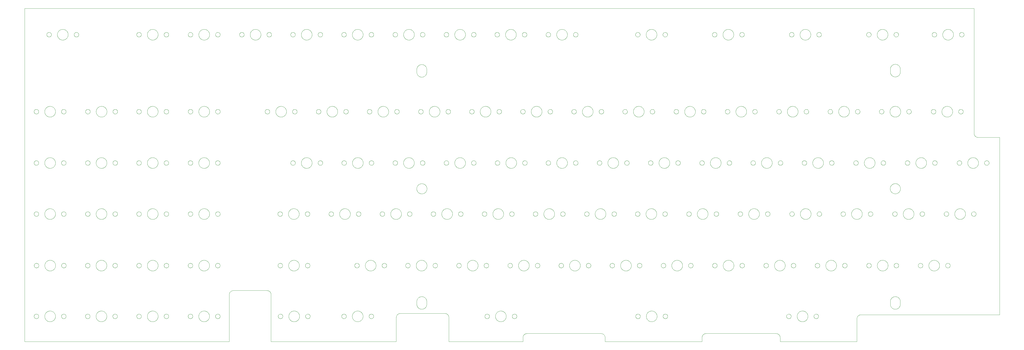
<source format=gko>
G75*
%MOIN*%
%OFA0B0*%
%FSLAX25Y25*%
%IPPOS*%
%LPD*%
%AMOC8*
5,1,8,0,0,1.08239X$1,22.5*
%
%ADD10C,0.00394*%
%ADD11C,0.00000*%
D10*
X0003000Y0003833D02*
X0302213Y0003833D01*
X0302213Y0072731D01*
X0302212Y0072731D02*
X0302214Y0072883D01*
X0302220Y0073035D01*
X0302230Y0073187D01*
X0302243Y0073338D01*
X0302261Y0073489D01*
X0302282Y0073640D01*
X0302308Y0073790D01*
X0302337Y0073939D01*
X0302370Y0074088D01*
X0302407Y0074235D01*
X0302447Y0074382D01*
X0302492Y0074527D01*
X0302540Y0074671D01*
X0302592Y0074814D01*
X0302647Y0074956D01*
X0302706Y0075096D01*
X0302769Y0075235D01*
X0302835Y0075372D01*
X0302905Y0075507D01*
X0302978Y0075640D01*
X0303055Y0075771D01*
X0303135Y0075901D01*
X0303218Y0076028D01*
X0303304Y0076153D01*
X0303394Y0076276D01*
X0303487Y0076396D01*
X0303583Y0076514D01*
X0303682Y0076630D01*
X0303784Y0076743D01*
X0303888Y0076853D01*
X0303996Y0076961D01*
X0304106Y0077065D01*
X0304219Y0077167D01*
X0304335Y0077266D01*
X0304453Y0077362D01*
X0304573Y0077455D01*
X0304696Y0077545D01*
X0304821Y0077631D01*
X0304948Y0077714D01*
X0305078Y0077794D01*
X0305209Y0077871D01*
X0305342Y0077944D01*
X0305477Y0078014D01*
X0305614Y0078080D01*
X0305753Y0078143D01*
X0305893Y0078202D01*
X0306035Y0078257D01*
X0306178Y0078309D01*
X0306322Y0078357D01*
X0306467Y0078402D01*
X0306614Y0078442D01*
X0306761Y0078479D01*
X0306910Y0078512D01*
X0307059Y0078541D01*
X0307209Y0078567D01*
X0307360Y0078588D01*
X0307511Y0078606D01*
X0307662Y0078619D01*
X0307814Y0078629D01*
X0307966Y0078635D01*
X0308118Y0078637D01*
X0308118Y0078636D02*
X0357331Y0078636D01*
X0357331Y0078637D02*
X0357483Y0078635D01*
X0357635Y0078629D01*
X0357787Y0078619D01*
X0357938Y0078606D01*
X0358089Y0078588D01*
X0358240Y0078567D01*
X0358390Y0078541D01*
X0358539Y0078512D01*
X0358688Y0078479D01*
X0358835Y0078442D01*
X0358982Y0078402D01*
X0359127Y0078357D01*
X0359271Y0078309D01*
X0359414Y0078257D01*
X0359556Y0078202D01*
X0359696Y0078143D01*
X0359835Y0078080D01*
X0359972Y0078014D01*
X0360107Y0077944D01*
X0360240Y0077871D01*
X0360371Y0077794D01*
X0360501Y0077714D01*
X0360628Y0077631D01*
X0360753Y0077545D01*
X0360876Y0077455D01*
X0360996Y0077362D01*
X0361114Y0077266D01*
X0361230Y0077167D01*
X0361343Y0077065D01*
X0361453Y0076961D01*
X0361561Y0076853D01*
X0361665Y0076743D01*
X0361767Y0076630D01*
X0361866Y0076514D01*
X0361962Y0076396D01*
X0362055Y0076276D01*
X0362145Y0076153D01*
X0362231Y0076028D01*
X0362314Y0075901D01*
X0362394Y0075771D01*
X0362471Y0075640D01*
X0362544Y0075507D01*
X0362614Y0075372D01*
X0362680Y0075235D01*
X0362743Y0075096D01*
X0362802Y0074956D01*
X0362857Y0074814D01*
X0362909Y0074671D01*
X0362957Y0074527D01*
X0363002Y0074382D01*
X0363042Y0074235D01*
X0363079Y0074088D01*
X0363112Y0073939D01*
X0363141Y0073790D01*
X0363167Y0073640D01*
X0363188Y0073489D01*
X0363206Y0073338D01*
X0363219Y0073187D01*
X0363229Y0073035D01*
X0363235Y0072883D01*
X0363237Y0072731D01*
X0363236Y0072731D02*
X0363236Y0003833D01*
X0546307Y0003833D01*
X0546307Y0039266D01*
X0546309Y0039418D01*
X0546315Y0039570D01*
X0546325Y0039722D01*
X0546338Y0039873D01*
X0546356Y0040024D01*
X0546377Y0040175D01*
X0546403Y0040325D01*
X0546432Y0040474D01*
X0546465Y0040623D01*
X0546502Y0040770D01*
X0546542Y0040917D01*
X0546587Y0041062D01*
X0546635Y0041206D01*
X0546687Y0041349D01*
X0546742Y0041491D01*
X0546801Y0041631D01*
X0546864Y0041770D01*
X0546930Y0041907D01*
X0547000Y0042042D01*
X0547073Y0042175D01*
X0547150Y0042306D01*
X0547230Y0042436D01*
X0547313Y0042563D01*
X0547399Y0042688D01*
X0547489Y0042811D01*
X0547582Y0042931D01*
X0547678Y0043049D01*
X0547777Y0043165D01*
X0547879Y0043278D01*
X0547983Y0043388D01*
X0548091Y0043496D01*
X0548201Y0043600D01*
X0548314Y0043702D01*
X0548430Y0043801D01*
X0548548Y0043897D01*
X0548668Y0043990D01*
X0548791Y0044080D01*
X0548916Y0044166D01*
X0549043Y0044249D01*
X0549173Y0044329D01*
X0549304Y0044406D01*
X0549437Y0044479D01*
X0549572Y0044549D01*
X0549709Y0044615D01*
X0549848Y0044678D01*
X0549988Y0044737D01*
X0550130Y0044792D01*
X0550273Y0044844D01*
X0550417Y0044892D01*
X0550562Y0044937D01*
X0550709Y0044977D01*
X0550856Y0045014D01*
X0551005Y0045047D01*
X0551154Y0045076D01*
X0551304Y0045102D01*
X0551455Y0045123D01*
X0551606Y0045141D01*
X0551757Y0045154D01*
X0551909Y0045164D01*
X0552061Y0045170D01*
X0552213Y0045172D01*
X0617173Y0045172D01*
X0617325Y0045170D01*
X0617477Y0045164D01*
X0617629Y0045154D01*
X0617780Y0045141D01*
X0617931Y0045123D01*
X0618082Y0045102D01*
X0618232Y0045076D01*
X0618381Y0045047D01*
X0618530Y0045014D01*
X0618677Y0044977D01*
X0618824Y0044937D01*
X0618969Y0044892D01*
X0619113Y0044844D01*
X0619256Y0044792D01*
X0619398Y0044737D01*
X0619538Y0044678D01*
X0619677Y0044615D01*
X0619814Y0044549D01*
X0619949Y0044479D01*
X0620082Y0044406D01*
X0620213Y0044329D01*
X0620343Y0044249D01*
X0620470Y0044166D01*
X0620595Y0044080D01*
X0620718Y0043990D01*
X0620838Y0043897D01*
X0620956Y0043801D01*
X0621072Y0043702D01*
X0621185Y0043600D01*
X0621295Y0043496D01*
X0621403Y0043388D01*
X0621507Y0043278D01*
X0621609Y0043165D01*
X0621708Y0043049D01*
X0621804Y0042931D01*
X0621897Y0042811D01*
X0621987Y0042688D01*
X0622073Y0042563D01*
X0622156Y0042436D01*
X0622236Y0042306D01*
X0622313Y0042175D01*
X0622386Y0042042D01*
X0622456Y0041907D01*
X0622522Y0041770D01*
X0622585Y0041631D01*
X0622644Y0041491D01*
X0622699Y0041349D01*
X0622751Y0041206D01*
X0622799Y0041062D01*
X0622844Y0040917D01*
X0622884Y0040770D01*
X0622921Y0040623D01*
X0622954Y0040474D01*
X0622983Y0040325D01*
X0623009Y0040175D01*
X0623030Y0040024D01*
X0623048Y0039873D01*
X0623061Y0039722D01*
X0623071Y0039570D01*
X0623077Y0039418D01*
X0623079Y0039266D01*
X0623079Y0003833D01*
X0731346Y0003833D01*
X0731346Y0009739D01*
X0731348Y0009891D01*
X0731354Y0010043D01*
X0731364Y0010195D01*
X0731377Y0010346D01*
X0731395Y0010497D01*
X0731416Y0010648D01*
X0731442Y0010798D01*
X0731471Y0010947D01*
X0731504Y0011096D01*
X0731541Y0011243D01*
X0731581Y0011390D01*
X0731626Y0011535D01*
X0731674Y0011679D01*
X0731726Y0011822D01*
X0731781Y0011964D01*
X0731840Y0012104D01*
X0731903Y0012243D01*
X0731969Y0012380D01*
X0732039Y0012515D01*
X0732112Y0012648D01*
X0732189Y0012779D01*
X0732269Y0012909D01*
X0732352Y0013036D01*
X0732438Y0013161D01*
X0732528Y0013284D01*
X0732621Y0013404D01*
X0732717Y0013522D01*
X0732816Y0013638D01*
X0732918Y0013751D01*
X0733022Y0013861D01*
X0733130Y0013969D01*
X0733240Y0014073D01*
X0733353Y0014175D01*
X0733469Y0014274D01*
X0733587Y0014370D01*
X0733707Y0014463D01*
X0733830Y0014553D01*
X0733955Y0014639D01*
X0734082Y0014722D01*
X0734212Y0014802D01*
X0734343Y0014879D01*
X0734476Y0014952D01*
X0734611Y0015022D01*
X0734748Y0015088D01*
X0734887Y0015151D01*
X0735027Y0015210D01*
X0735169Y0015265D01*
X0735312Y0015317D01*
X0735456Y0015365D01*
X0735601Y0015410D01*
X0735748Y0015450D01*
X0735895Y0015487D01*
X0736044Y0015520D01*
X0736193Y0015549D01*
X0736343Y0015575D01*
X0736494Y0015596D01*
X0736645Y0015614D01*
X0736796Y0015627D01*
X0736948Y0015637D01*
X0737100Y0015643D01*
X0737252Y0015645D01*
X0737252Y0015644D02*
X0845520Y0015644D01*
X0845520Y0015645D02*
X0845672Y0015643D01*
X0845824Y0015637D01*
X0845976Y0015627D01*
X0846127Y0015614D01*
X0846278Y0015596D01*
X0846429Y0015575D01*
X0846579Y0015549D01*
X0846728Y0015520D01*
X0846877Y0015487D01*
X0847024Y0015450D01*
X0847171Y0015410D01*
X0847316Y0015365D01*
X0847460Y0015317D01*
X0847603Y0015265D01*
X0847745Y0015210D01*
X0847885Y0015151D01*
X0848024Y0015088D01*
X0848161Y0015022D01*
X0848296Y0014952D01*
X0848429Y0014879D01*
X0848560Y0014802D01*
X0848690Y0014722D01*
X0848817Y0014639D01*
X0848942Y0014553D01*
X0849065Y0014463D01*
X0849185Y0014370D01*
X0849303Y0014274D01*
X0849419Y0014175D01*
X0849532Y0014073D01*
X0849642Y0013969D01*
X0849750Y0013861D01*
X0849854Y0013751D01*
X0849956Y0013638D01*
X0850055Y0013522D01*
X0850151Y0013404D01*
X0850244Y0013284D01*
X0850334Y0013161D01*
X0850420Y0013036D01*
X0850503Y0012909D01*
X0850583Y0012779D01*
X0850660Y0012648D01*
X0850733Y0012515D01*
X0850803Y0012380D01*
X0850869Y0012243D01*
X0850932Y0012104D01*
X0850991Y0011964D01*
X0851046Y0011822D01*
X0851098Y0011679D01*
X0851146Y0011535D01*
X0851191Y0011390D01*
X0851231Y0011243D01*
X0851268Y0011096D01*
X0851301Y0010947D01*
X0851330Y0010798D01*
X0851356Y0010648D01*
X0851377Y0010497D01*
X0851395Y0010346D01*
X0851408Y0010195D01*
X0851418Y0010043D01*
X0851424Y0009891D01*
X0851426Y0009739D01*
X0851425Y0009739D02*
X0851425Y0003833D01*
X0993157Y0003833D01*
X0993157Y0009739D01*
X0993159Y0009891D01*
X0993165Y0010043D01*
X0993175Y0010195D01*
X0993188Y0010346D01*
X0993206Y0010497D01*
X0993227Y0010648D01*
X0993253Y0010798D01*
X0993282Y0010947D01*
X0993315Y0011096D01*
X0993352Y0011243D01*
X0993392Y0011390D01*
X0993437Y0011535D01*
X0993485Y0011679D01*
X0993537Y0011822D01*
X0993592Y0011964D01*
X0993651Y0012104D01*
X0993714Y0012243D01*
X0993780Y0012380D01*
X0993850Y0012515D01*
X0993923Y0012648D01*
X0994000Y0012779D01*
X0994080Y0012909D01*
X0994163Y0013036D01*
X0994249Y0013161D01*
X0994339Y0013284D01*
X0994432Y0013404D01*
X0994528Y0013522D01*
X0994627Y0013638D01*
X0994729Y0013751D01*
X0994833Y0013861D01*
X0994941Y0013969D01*
X0995051Y0014073D01*
X0995164Y0014175D01*
X0995280Y0014274D01*
X0995398Y0014370D01*
X0995518Y0014463D01*
X0995641Y0014553D01*
X0995766Y0014639D01*
X0995893Y0014722D01*
X0996023Y0014802D01*
X0996154Y0014879D01*
X0996287Y0014952D01*
X0996422Y0015022D01*
X0996559Y0015088D01*
X0996698Y0015151D01*
X0996838Y0015210D01*
X0996980Y0015265D01*
X0997123Y0015317D01*
X0997267Y0015365D01*
X0997412Y0015410D01*
X0997559Y0015450D01*
X0997706Y0015487D01*
X0997855Y0015520D01*
X0998004Y0015549D01*
X0998154Y0015575D01*
X0998305Y0015596D01*
X0998456Y0015614D01*
X0998607Y0015627D01*
X0998759Y0015637D01*
X0998911Y0015643D01*
X0999063Y0015645D01*
X0999063Y0015644D02*
X1101425Y0015644D01*
X1101425Y0015645D02*
X1101577Y0015643D01*
X1101729Y0015637D01*
X1101881Y0015627D01*
X1102032Y0015614D01*
X1102183Y0015596D01*
X1102334Y0015575D01*
X1102484Y0015549D01*
X1102633Y0015520D01*
X1102782Y0015487D01*
X1102929Y0015450D01*
X1103076Y0015410D01*
X1103221Y0015365D01*
X1103365Y0015317D01*
X1103508Y0015265D01*
X1103650Y0015210D01*
X1103790Y0015151D01*
X1103929Y0015088D01*
X1104066Y0015022D01*
X1104201Y0014952D01*
X1104334Y0014879D01*
X1104465Y0014802D01*
X1104595Y0014722D01*
X1104722Y0014639D01*
X1104847Y0014553D01*
X1104970Y0014463D01*
X1105090Y0014370D01*
X1105208Y0014274D01*
X1105324Y0014175D01*
X1105437Y0014073D01*
X1105547Y0013969D01*
X1105655Y0013861D01*
X1105759Y0013751D01*
X1105861Y0013638D01*
X1105960Y0013522D01*
X1106056Y0013404D01*
X1106149Y0013284D01*
X1106239Y0013161D01*
X1106325Y0013036D01*
X1106408Y0012909D01*
X1106488Y0012779D01*
X1106565Y0012648D01*
X1106638Y0012515D01*
X1106708Y0012380D01*
X1106774Y0012243D01*
X1106837Y0012104D01*
X1106896Y0011964D01*
X1106951Y0011822D01*
X1107003Y0011679D01*
X1107051Y0011535D01*
X1107096Y0011390D01*
X1107136Y0011243D01*
X1107173Y0011096D01*
X1107206Y0010947D01*
X1107235Y0010798D01*
X1107261Y0010648D01*
X1107282Y0010497D01*
X1107300Y0010346D01*
X1107313Y0010195D01*
X1107323Y0010043D01*
X1107329Y0009891D01*
X1107331Y0009739D01*
X1107331Y0003833D01*
X1219535Y0003833D01*
X1219535Y0037298D01*
X1219537Y0037450D01*
X1219543Y0037602D01*
X1219553Y0037754D01*
X1219566Y0037905D01*
X1219584Y0038056D01*
X1219605Y0038207D01*
X1219631Y0038357D01*
X1219660Y0038506D01*
X1219693Y0038655D01*
X1219730Y0038802D01*
X1219770Y0038949D01*
X1219815Y0039094D01*
X1219863Y0039238D01*
X1219915Y0039381D01*
X1219970Y0039523D01*
X1220029Y0039663D01*
X1220092Y0039802D01*
X1220158Y0039939D01*
X1220228Y0040074D01*
X1220301Y0040207D01*
X1220378Y0040338D01*
X1220458Y0040468D01*
X1220541Y0040595D01*
X1220627Y0040720D01*
X1220717Y0040843D01*
X1220810Y0040963D01*
X1220906Y0041081D01*
X1221005Y0041197D01*
X1221107Y0041310D01*
X1221211Y0041420D01*
X1221319Y0041528D01*
X1221429Y0041632D01*
X1221542Y0041734D01*
X1221658Y0041833D01*
X1221776Y0041929D01*
X1221896Y0042022D01*
X1222019Y0042112D01*
X1222144Y0042198D01*
X1222271Y0042281D01*
X1222401Y0042361D01*
X1222532Y0042438D01*
X1222665Y0042511D01*
X1222800Y0042581D01*
X1222937Y0042647D01*
X1223076Y0042710D01*
X1223216Y0042769D01*
X1223358Y0042824D01*
X1223501Y0042876D01*
X1223645Y0042924D01*
X1223790Y0042969D01*
X1223937Y0043009D01*
X1224084Y0043046D01*
X1224233Y0043079D01*
X1224382Y0043108D01*
X1224532Y0043134D01*
X1224683Y0043155D01*
X1224834Y0043173D01*
X1224985Y0043186D01*
X1225137Y0043196D01*
X1225289Y0043202D01*
X1225441Y0043204D01*
X1225441Y0043203D02*
X1428197Y0043203D01*
X1428197Y0303046D01*
X1396701Y0303046D01*
X1396701Y0303045D02*
X1396549Y0303047D01*
X1396397Y0303053D01*
X1396245Y0303063D01*
X1396094Y0303076D01*
X1395943Y0303094D01*
X1395792Y0303115D01*
X1395642Y0303141D01*
X1395493Y0303170D01*
X1395344Y0303203D01*
X1395197Y0303240D01*
X1395050Y0303280D01*
X1394905Y0303325D01*
X1394761Y0303373D01*
X1394618Y0303425D01*
X1394476Y0303480D01*
X1394336Y0303539D01*
X1394197Y0303602D01*
X1394060Y0303668D01*
X1393925Y0303738D01*
X1393792Y0303811D01*
X1393661Y0303888D01*
X1393531Y0303968D01*
X1393404Y0304051D01*
X1393279Y0304137D01*
X1393156Y0304227D01*
X1393036Y0304320D01*
X1392918Y0304416D01*
X1392802Y0304515D01*
X1392689Y0304617D01*
X1392579Y0304721D01*
X1392471Y0304829D01*
X1392367Y0304939D01*
X1392265Y0305052D01*
X1392166Y0305168D01*
X1392070Y0305286D01*
X1391977Y0305406D01*
X1391887Y0305529D01*
X1391801Y0305654D01*
X1391718Y0305781D01*
X1391638Y0305911D01*
X1391561Y0306042D01*
X1391488Y0306175D01*
X1391418Y0306310D01*
X1391352Y0306447D01*
X1391289Y0306586D01*
X1391230Y0306726D01*
X1391175Y0306868D01*
X1391123Y0307011D01*
X1391075Y0307155D01*
X1391030Y0307300D01*
X1390990Y0307447D01*
X1390953Y0307594D01*
X1390920Y0307743D01*
X1390891Y0307892D01*
X1390865Y0308042D01*
X1390844Y0308193D01*
X1390826Y0308344D01*
X1390813Y0308495D01*
X1390803Y0308647D01*
X1390797Y0308799D01*
X1390795Y0308951D01*
X1390795Y0492022D01*
X0003000Y0492022D01*
X0003000Y0003833D01*
X0576228Y0058557D02*
X0576228Y0062494D01*
X0576229Y0062494D02*
X0576231Y0062671D01*
X0576238Y0062849D01*
X0576248Y0063026D01*
X0576264Y0063202D01*
X0576283Y0063379D01*
X0576307Y0063554D01*
X0576335Y0063730D01*
X0576367Y0063904D01*
X0576403Y0064078D01*
X0576444Y0064250D01*
X0576489Y0064422D01*
X0576538Y0064592D01*
X0576591Y0064761D01*
X0576648Y0064929D01*
X0576710Y0065096D01*
X0576775Y0065261D01*
X0576844Y0065424D01*
X0576918Y0065585D01*
X0576995Y0065745D01*
X0577076Y0065903D01*
X0577161Y0066058D01*
X0577250Y0066212D01*
X0577342Y0066363D01*
X0577438Y0066513D01*
X0577538Y0066659D01*
X0577641Y0066803D01*
X0577748Y0066945D01*
X0577858Y0067084D01*
X0577971Y0067221D01*
X0578088Y0067354D01*
X0578208Y0067485D01*
X0578331Y0067612D01*
X0578457Y0067737D01*
X0578586Y0067859D01*
X0578718Y0067977D01*
X0578853Y0068092D01*
X0578991Y0068204D01*
X0579131Y0068312D01*
X0579274Y0068417D01*
X0579420Y0068519D01*
X0579568Y0068616D01*
X0579718Y0068711D01*
X0579871Y0068801D01*
X0580025Y0068888D01*
X0580182Y0068971D01*
X0580341Y0069050D01*
X0580501Y0069126D01*
X0580664Y0069197D01*
X0580828Y0069264D01*
X0580993Y0069328D01*
X0581160Y0069387D01*
X0581329Y0069442D01*
X0581499Y0069493D01*
X0581670Y0069540D01*
X0581842Y0069583D01*
X0582015Y0069622D01*
X0582189Y0069656D01*
X0582364Y0069686D01*
X0582539Y0069712D01*
X0582715Y0069733D01*
X0582892Y0069751D01*
X0583069Y0069764D01*
X0583246Y0069772D01*
X0583423Y0069776D01*
X0583601Y0069776D01*
X0583778Y0069772D01*
X0583955Y0069764D01*
X0584132Y0069751D01*
X0584309Y0069733D01*
X0584485Y0069712D01*
X0584660Y0069686D01*
X0584835Y0069656D01*
X0585009Y0069622D01*
X0585182Y0069583D01*
X0585354Y0069540D01*
X0585525Y0069493D01*
X0585695Y0069442D01*
X0585864Y0069387D01*
X0586031Y0069328D01*
X0586196Y0069264D01*
X0586360Y0069197D01*
X0586523Y0069126D01*
X0586683Y0069050D01*
X0586842Y0068971D01*
X0586999Y0068888D01*
X0587154Y0068801D01*
X0587306Y0068711D01*
X0587456Y0068616D01*
X0587604Y0068519D01*
X0587750Y0068417D01*
X0587893Y0068312D01*
X0588033Y0068204D01*
X0588171Y0068092D01*
X0588306Y0067977D01*
X0588438Y0067859D01*
X0588567Y0067737D01*
X0588693Y0067612D01*
X0588816Y0067485D01*
X0588936Y0067354D01*
X0589053Y0067221D01*
X0589166Y0067084D01*
X0589276Y0066945D01*
X0589383Y0066803D01*
X0589486Y0066659D01*
X0589586Y0066513D01*
X0589682Y0066363D01*
X0589774Y0066212D01*
X0589863Y0066058D01*
X0589948Y0065903D01*
X0590029Y0065745D01*
X0590106Y0065585D01*
X0590180Y0065424D01*
X0590249Y0065261D01*
X0590314Y0065096D01*
X0590376Y0064929D01*
X0590433Y0064761D01*
X0590486Y0064592D01*
X0590535Y0064422D01*
X0590580Y0064250D01*
X0590621Y0064078D01*
X0590657Y0063904D01*
X0590689Y0063730D01*
X0590717Y0063554D01*
X0590741Y0063379D01*
X0590760Y0063202D01*
X0590776Y0063026D01*
X0590786Y0062849D01*
X0590793Y0062671D01*
X0590795Y0062494D01*
X0590795Y0058557D01*
X0590793Y0058380D01*
X0590786Y0058202D01*
X0590776Y0058025D01*
X0590760Y0057849D01*
X0590741Y0057672D01*
X0590717Y0057497D01*
X0590689Y0057321D01*
X0590657Y0057147D01*
X0590621Y0056973D01*
X0590580Y0056801D01*
X0590535Y0056629D01*
X0590486Y0056459D01*
X0590433Y0056290D01*
X0590376Y0056122D01*
X0590314Y0055955D01*
X0590249Y0055790D01*
X0590180Y0055627D01*
X0590106Y0055466D01*
X0590029Y0055306D01*
X0589948Y0055148D01*
X0589863Y0054993D01*
X0589774Y0054839D01*
X0589682Y0054688D01*
X0589586Y0054538D01*
X0589486Y0054392D01*
X0589383Y0054248D01*
X0589276Y0054106D01*
X0589166Y0053967D01*
X0589053Y0053830D01*
X0588936Y0053697D01*
X0588816Y0053566D01*
X0588693Y0053439D01*
X0588567Y0053314D01*
X0588438Y0053192D01*
X0588306Y0053074D01*
X0588171Y0052959D01*
X0588033Y0052847D01*
X0587893Y0052739D01*
X0587750Y0052634D01*
X0587604Y0052532D01*
X0587456Y0052435D01*
X0587306Y0052340D01*
X0587154Y0052250D01*
X0586999Y0052163D01*
X0586842Y0052080D01*
X0586683Y0052001D01*
X0586523Y0051925D01*
X0586360Y0051854D01*
X0586196Y0051787D01*
X0586031Y0051723D01*
X0585864Y0051664D01*
X0585695Y0051609D01*
X0585525Y0051558D01*
X0585354Y0051511D01*
X0585182Y0051468D01*
X0585009Y0051429D01*
X0584835Y0051395D01*
X0584660Y0051365D01*
X0584485Y0051339D01*
X0584309Y0051318D01*
X0584132Y0051300D01*
X0583955Y0051287D01*
X0583778Y0051279D01*
X0583601Y0051275D01*
X0583423Y0051275D01*
X0583246Y0051279D01*
X0583069Y0051287D01*
X0582892Y0051300D01*
X0582715Y0051318D01*
X0582539Y0051339D01*
X0582364Y0051365D01*
X0582189Y0051395D01*
X0582015Y0051429D01*
X0581842Y0051468D01*
X0581670Y0051511D01*
X0581499Y0051558D01*
X0581329Y0051609D01*
X0581160Y0051664D01*
X0580993Y0051723D01*
X0580828Y0051787D01*
X0580664Y0051854D01*
X0580501Y0051925D01*
X0580341Y0052001D01*
X0580182Y0052080D01*
X0580025Y0052163D01*
X0579871Y0052250D01*
X0579718Y0052340D01*
X0579568Y0052435D01*
X0579420Y0052532D01*
X0579274Y0052634D01*
X0579131Y0052739D01*
X0578991Y0052847D01*
X0578853Y0052959D01*
X0578718Y0053074D01*
X0578586Y0053192D01*
X0578457Y0053314D01*
X0578331Y0053439D01*
X0578208Y0053566D01*
X0578088Y0053697D01*
X0577971Y0053830D01*
X0577858Y0053967D01*
X0577748Y0054106D01*
X0577641Y0054248D01*
X0577538Y0054392D01*
X0577438Y0054538D01*
X0577342Y0054688D01*
X0577250Y0054839D01*
X0577161Y0054993D01*
X0577076Y0055148D01*
X0576995Y0055306D01*
X0576918Y0055466D01*
X0576844Y0055627D01*
X0576775Y0055790D01*
X0576710Y0055955D01*
X0576648Y0056122D01*
X0576591Y0056290D01*
X0576538Y0056459D01*
X0576489Y0056629D01*
X0576444Y0056801D01*
X0576403Y0056973D01*
X0576367Y0057147D01*
X0576335Y0057321D01*
X0576307Y0057497D01*
X0576283Y0057672D01*
X0576264Y0057849D01*
X0576248Y0058025D01*
X0576238Y0058202D01*
X0576231Y0058380D01*
X0576229Y0058557D01*
X0576130Y0227849D02*
X0576132Y0228033D01*
X0576139Y0228216D01*
X0576150Y0228399D01*
X0576166Y0228582D01*
X0576186Y0228765D01*
X0576211Y0228947D01*
X0576240Y0229128D01*
X0576274Y0229308D01*
X0576312Y0229488D01*
X0576354Y0229666D01*
X0576401Y0229844D01*
X0576452Y0230020D01*
X0576508Y0230195D01*
X0576567Y0230369D01*
X0576631Y0230541D01*
X0576699Y0230711D01*
X0576772Y0230880D01*
X0576848Y0231047D01*
X0576929Y0231212D01*
X0577013Y0231375D01*
X0577102Y0231536D01*
X0577194Y0231694D01*
X0577290Y0231851D01*
X0577391Y0232005D01*
X0577494Y0232156D01*
X0577602Y0232305D01*
X0577713Y0232451D01*
X0577828Y0232594D01*
X0577946Y0232735D01*
X0578068Y0232872D01*
X0578193Y0233007D01*
X0578321Y0233138D01*
X0578452Y0233266D01*
X0578587Y0233391D01*
X0578724Y0233513D01*
X0578865Y0233631D01*
X0579008Y0233746D01*
X0579154Y0233857D01*
X0579303Y0233965D01*
X0579454Y0234068D01*
X0579608Y0234169D01*
X0579765Y0234265D01*
X0579923Y0234357D01*
X0580084Y0234446D01*
X0580247Y0234530D01*
X0580412Y0234611D01*
X0580579Y0234687D01*
X0580748Y0234760D01*
X0580918Y0234828D01*
X0581090Y0234892D01*
X0581264Y0234951D01*
X0581439Y0235007D01*
X0581615Y0235058D01*
X0581793Y0235105D01*
X0581971Y0235147D01*
X0582151Y0235185D01*
X0582331Y0235219D01*
X0582512Y0235248D01*
X0582694Y0235273D01*
X0582877Y0235293D01*
X0583060Y0235309D01*
X0583243Y0235320D01*
X0583426Y0235327D01*
X0583610Y0235329D01*
X0583794Y0235327D01*
X0583977Y0235320D01*
X0584160Y0235309D01*
X0584343Y0235293D01*
X0584526Y0235273D01*
X0584708Y0235248D01*
X0584889Y0235219D01*
X0585069Y0235185D01*
X0585249Y0235147D01*
X0585427Y0235105D01*
X0585605Y0235058D01*
X0585781Y0235007D01*
X0585956Y0234951D01*
X0586130Y0234892D01*
X0586302Y0234828D01*
X0586472Y0234760D01*
X0586641Y0234687D01*
X0586808Y0234611D01*
X0586973Y0234530D01*
X0587136Y0234446D01*
X0587297Y0234357D01*
X0587455Y0234265D01*
X0587612Y0234169D01*
X0587766Y0234068D01*
X0587917Y0233965D01*
X0588066Y0233857D01*
X0588212Y0233746D01*
X0588355Y0233631D01*
X0588496Y0233513D01*
X0588633Y0233391D01*
X0588768Y0233266D01*
X0588899Y0233138D01*
X0589027Y0233007D01*
X0589152Y0232872D01*
X0589274Y0232735D01*
X0589392Y0232594D01*
X0589507Y0232451D01*
X0589618Y0232305D01*
X0589726Y0232156D01*
X0589829Y0232005D01*
X0589930Y0231851D01*
X0590026Y0231694D01*
X0590118Y0231536D01*
X0590207Y0231375D01*
X0590291Y0231212D01*
X0590372Y0231047D01*
X0590448Y0230880D01*
X0590521Y0230711D01*
X0590589Y0230541D01*
X0590653Y0230369D01*
X0590712Y0230195D01*
X0590768Y0230020D01*
X0590819Y0229844D01*
X0590866Y0229666D01*
X0590908Y0229488D01*
X0590946Y0229308D01*
X0590980Y0229128D01*
X0591009Y0228947D01*
X0591034Y0228765D01*
X0591054Y0228582D01*
X0591070Y0228399D01*
X0591081Y0228216D01*
X0591088Y0228033D01*
X0591090Y0227849D01*
X0591088Y0227665D01*
X0591081Y0227482D01*
X0591070Y0227299D01*
X0591054Y0227116D01*
X0591034Y0226933D01*
X0591009Y0226751D01*
X0590980Y0226570D01*
X0590946Y0226390D01*
X0590908Y0226210D01*
X0590866Y0226032D01*
X0590819Y0225854D01*
X0590768Y0225678D01*
X0590712Y0225503D01*
X0590653Y0225329D01*
X0590589Y0225157D01*
X0590521Y0224987D01*
X0590448Y0224818D01*
X0590372Y0224651D01*
X0590291Y0224486D01*
X0590207Y0224323D01*
X0590118Y0224162D01*
X0590026Y0224004D01*
X0589930Y0223847D01*
X0589829Y0223693D01*
X0589726Y0223542D01*
X0589618Y0223393D01*
X0589507Y0223247D01*
X0589392Y0223104D01*
X0589274Y0222963D01*
X0589152Y0222826D01*
X0589027Y0222691D01*
X0588899Y0222560D01*
X0588768Y0222432D01*
X0588633Y0222307D01*
X0588496Y0222185D01*
X0588355Y0222067D01*
X0588212Y0221952D01*
X0588066Y0221841D01*
X0587917Y0221733D01*
X0587766Y0221630D01*
X0587612Y0221529D01*
X0587455Y0221433D01*
X0587297Y0221341D01*
X0587136Y0221252D01*
X0586973Y0221168D01*
X0586808Y0221087D01*
X0586641Y0221011D01*
X0586472Y0220938D01*
X0586302Y0220870D01*
X0586130Y0220806D01*
X0585956Y0220747D01*
X0585781Y0220691D01*
X0585605Y0220640D01*
X0585427Y0220593D01*
X0585249Y0220551D01*
X0585069Y0220513D01*
X0584889Y0220479D01*
X0584708Y0220450D01*
X0584526Y0220425D01*
X0584343Y0220405D01*
X0584160Y0220389D01*
X0583977Y0220378D01*
X0583794Y0220371D01*
X0583610Y0220369D01*
X0583426Y0220371D01*
X0583243Y0220378D01*
X0583060Y0220389D01*
X0582877Y0220405D01*
X0582694Y0220425D01*
X0582512Y0220450D01*
X0582331Y0220479D01*
X0582151Y0220513D01*
X0581971Y0220551D01*
X0581793Y0220593D01*
X0581615Y0220640D01*
X0581439Y0220691D01*
X0581264Y0220747D01*
X0581090Y0220806D01*
X0580918Y0220870D01*
X0580748Y0220938D01*
X0580579Y0221011D01*
X0580412Y0221087D01*
X0580247Y0221168D01*
X0580084Y0221252D01*
X0579923Y0221341D01*
X0579765Y0221433D01*
X0579608Y0221529D01*
X0579454Y0221630D01*
X0579303Y0221733D01*
X0579154Y0221841D01*
X0579008Y0221952D01*
X0578865Y0222067D01*
X0578724Y0222185D01*
X0578587Y0222307D01*
X0578452Y0222432D01*
X0578321Y0222560D01*
X0578193Y0222691D01*
X0578068Y0222826D01*
X0577946Y0222963D01*
X0577828Y0223104D01*
X0577713Y0223247D01*
X0577602Y0223393D01*
X0577494Y0223542D01*
X0577391Y0223693D01*
X0577290Y0223847D01*
X0577194Y0224004D01*
X0577102Y0224162D01*
X0577013Y0224323D01*
X0576929Y0224486D01*
X0576848Y0224651D01*
X0576772Y0224818D01*
X0576699Y0224987D01*
X0576631Y0225157D01*
X0576567Y0225329D01*
X0576508Y0225503D01*
X0576452Y0225678D01*
X0576401Y0225854D01*
X0576354Y0226032D01*
X0576312Y0226210D01*
X0576274Y0226390D01*
X0576240Y0226570D01*
X0576211Y0226751D01*
X0576186Y0226933D01*
X0576166Y0227116D01*
X0576150Y0227299D01*
X0576139Y0227482D01*
X0576132Y0227665D01*
X0576130Y0227849D01*
X0576228Y0398715D02*
X0576228Y0402652D01*
X0576229Y0402652D02*
X0576231Y0402829D01*
X0576238Y0403007D01*
X0576248Y0403184D01*
X0576264Y0403360D01*
X0576283Y0403537D01*
X0576307Y0403712D01*
X0576335Y0403888D01*
X0576367Y0404062D01*
X0576403Y0404236D01*
X0576444Y0404408D01*
X0576489Y0404580D01*
X0576538Y0404750D01*
X0576591Y0404919D01*
X0576648Y0405087D01*
X0576710Y0405254D01*
X0576775Y0405419D01*
X0576844Y0405582D01*
X0576918Y0405743D01*
X0576995Y0405903D01*
X0577076Y0406061D01*
X0577161Y0406216D01*
X0577250Y0406370D01*
X0577342Y0406521D01*
X0577438Y0406671D01*
X0577538Y0406817D01*
X0577641Y0406961D01*
X0577748Y0407103D01*
X0577858Y0407242D01*
X0577971Y0407379D01*
X0578088Y0407512D01*
X0578208Y0407643D01*
X0578331Y0407770D01*
X0578457Y0407895D01*
X0578586Y0408017D01*
X0578718Y0408135D01*
X0578853Y0408250D01*
X0578991Y0408362D01*
X0579131Y0408470D01*
X0579274Y0408575D01*
X0579420Y0408677D01*
X0579568Y0408774D01*
X0579718Y0408869D01*
X0579871Y0408959D01*
X0580025Y0409046D01*
X0580182Y0409129D01*
X0580341Y0409208D01*
X0580501Y0409284D01*
X0580664Y0409355D01*
X0580828Y0409422D01*
X0580993Y0409486D01*
X0581160Y0409545D01*
X0581329Y0409600D01*
X0581499Y0409651D01*
X0581670Y0409698D01*
X0581842Y0409741D01*
X0582015Y0409780D01*
X0582189Y0409814D01*
X0582364Y0409844D01*
X0582539Y0409870D01*
X0582715Y0409891D01*
X0582892Y0409909D01*
X0583069Y0409922D01*
X0583246Y0409930D01*
X0583423Y0409934D01*
X0583601Y0409934D01*
X0583778Y0409930D01*
X0583955Y0409922D01*
X0584132Y0409909D01*
X0584309Y0409891D01*
X0584485Y0409870D01*
X0584660Y0409844D01*
X0584835Y0409814D01*
X0585009Y0409780D01*
X0585182Y0409741D01*
X0585354Y0409698D01*
X0585525Y0409651D01*
X0585695Y0409600D01*
X0585864Y0409545D01*
X0586031Y0409486D01*
X0586196Y0409422D01*
X0586360Y0409355D01*
X0586523Y0409284D01*
X0586683Y0409208D01*
X0586842Y0409129D01*
X0586999Y0409046D01*
X0587154Y0408959D01*
X0587306Y0408869D01*
X0587456Y0408774D01*
X0587604Y0408677D01*
X0587750Y0408575D01*
X0587893Y0408470D01*
X0588033Y0408362D01*
X0588171Y0408250D01*
X0588306Y0408135D01*
X0588438Y0408017D01*
X0588567Y0407895D01*
X0588693Y0407770D01*
X0588816Y0407643D01*
X0588936Y0407512D01*
X0589053Y0407379D01*
X0589166Y0407242D01*
X0589276Y0407103D01*
X0589383Y0406961D01*
X0589486Y0406817D01*
X0589586Y0406671D01*
X0589682Y0406521D01*
X0589774Y0406370D01*
X0589863Y0406216D01*
X0589948Y0406061D01*
X0590029Y0405903D01*
X0590106Y0405743D01*
X0590180Y0405582D01*
X0590249Y0405419D01*
X0590314Y0405254D01*
X0590376Y0405087D01*
X0590433Y0404919D01*
X0590486Y0404750D01*
X0590535Y0404580D01*
X0590580Y0404408D01*
X0590621Y0404236D01*
X0590657Y0404062D01*
X0590689Y0403888D01*
X0590717Y0403712D01*
X0590741Y0403537D01*
X0590760Y0403360D01*
X0590776Y0403184D01*
X0590786Y0403007D01*
X0590793Y0402829D01*
X0590795Y0402652D01*
X0590795Y0398715D01*
X0590793Y0398538D01*
X0590786Y0398360D01*
X0590776Y0398183D01*
X0590760Y0398007D01*
X0590741Y0397830D01*
X0590717Y0397655D01*
X0590689Y0397479D01*
X0590657Y0397305D01*
X0590621Y0397131D01*
X0590580Y0396959D01*
X0590535Y0396787D01*
X0590486Y0396617D01*
X0590433Y0396448D01*
X0590376Y0396280D01*
X0590314Y0396113D01*
X0590249Y0395948D01*
X0590180Y0395785D01*
X0590106Y0395624D01*
X0590029Y0395464D01*
X0589948Y0395306D01*
X0589863Y0395151D01*
X0589774Y0394997D01*
X0589682Y0394846D01*
X0589586Y0394696D01*
X0589486Y0394550D01*
X0589383Y0394406D01*
X0589276Y0394264D01*
X0589166Y0394125D01*
X0589053Y0393988D01*
X0588936Y0393855D01*
X0588816Y0393724D01*
X0588693Y0393597D01*
X0588567Y0393472D01*
X0588438Y0393350D01*
X0588306Y0393232D01*
X0588171Y0393117D01*
X0588033Y0393005D01*
X0587893Y0392897D01*
X0587750Y0392792D01*
X0587604Y0392690D01*
X0587456Y0392593D01*
X0587306Y0392498D01*
X0587154Y0392408D01*
X0586999Y0392321D01*
X0586842Y0392238D01*
X0586683Y0392159D01*
X0586523Y0392083D01*
X0586360Y0392012D01*
X0586196Y0391945D01*
X0586031Y0391881D01*
X0585864Y0391822D01*
X0585695Y0391767D01*
X0585525Y0391716D01*
X0585354Y0391669D01*
X0585182Y0391626D01*
X0585009Y0391587D01*
X0584835Y0391553D01*
X0584660Y0391523D01*
X0584485Y0391497D01*
X0584309Y0391476D01*
X0584132Y0391458D01*
X0583955Y0391445D01*
X0583778Y0391437D01*
X0583601Y0391433D01*
X0583423Y0391433D01*
X0583246Y0391437D01*
X0583069Y0391445D01*
X0582892Y0391458D01*
X0582715Y0391476D01*
X0582539Y0391497D01*
X0582364Y0391523D01*
X0582189Y0391553D01*
X0582015Y0391587D01*
X0581842Y0391626D01*
X0581670Y0391669D01*
X0581499Y0391716D01*
X0581329Y0391767D01*
X0581160Y0391822D01*
X0580993Y0391881D01*
X0580828Y0391945D01*
X0580664Y0392012D01*
X0580501Y0392083D01*
X0580341Y0392159D01*
X0580182Y0392238D01*
X0580025Y0392321D01*
X0579871Y0392408D01*
X0579718Y0392498D01*
X0579568Y0392593D01*
X0579420Y0392690D01*
X0579274Y0392792D01*
X0579131Y0392897D01*
X0578991Y0393005D01*
X0578853Y0393117D01*
X0578718Y0393232D01*
X0578586Y0393350D01*
X0578457Y0393472D01*
X0578331Y0393597D01*
X0578208Y0393724D01*
X0578088Y0393855D01*
X0577971Y0393988D01*
X0577858Y0394125D01*
X0577748Y0394264D01*
X0577641Y0394406D01*
X0577538Y0394550D01*
X0577438Y0394696D01*
X0577342Y0394846D01*
X0577250Y0394997D01*
X0577161Y0395151D01*
X0577076Y0395306D01*
X0576995Y0395464D01*
X0576918Y0395624D01*
X0576844Y0395785D01*
X0576775Y0395948D01*
X0576710Y0396113D01*
X0576648Y0396280D01*
X0576591Y0396448D01*
X0576538Y0396617D01*
X0576489Y0396787D01*
X0576444Y0396959D01*
X0576403Y0397131D01*
X0576367Y0397305D01*
X0576335Y0397479D01*
X0576307Y0397655D01*
X0576283Y0397830D01*
X0576264Y0398007D01*
X0576248Y0398183D01*
X0576238Y0398360D01*
X0576231Y0398538D01*
X0576229Y0398715D01*
X1268354Y0399109D02*
X1268354Y0403046D01*
X1268355Y0403046D02*
X1268357Y0403223D01*
X1268364Y0403401D01*
X1268374Y0403578D01*
X1268390Y0403754D01*
X1268409Y0403931D01*
X1268433Y0404106D01*
X1268461Y0404282D01*
X1268493Y0404456D01*
X1268529Y0404630D01*
X1268570Y0404802D01*
X1268615Y0404974D01*
X1268664Y0405144D01*
X1268717Y0405313D01*
X1268774Y0405481D01*
X1268836Y0405648D01*
X1268901Y0405813D01*
X1268970Y0405976D01*
X1269044Y0406137D01*
X1269121Y0406297D01*
X1269202Y0406455D01*
X1269287Y0406610D01*
X1269376Y0406764D01*
X1269468Y0406915D01*
X1269564Y0407065D01*
X1269664Y0407211D01*
X1269767Y0407355D01*
X1269874Y0407497D01*
X1269984Y0407636D01*
X1270097Y0407773D01*
X1270214Y0407906D01*
X1270334Y0408037D01*
X1270457Y0408164D01*
X1270583Y0408289D01*
X1270712Y0408411D01*
X1270844Y0408529D01*
X1270979Y0408644D01*
X1271117Y0408756D01*
X1271257Y0408864D01*
X1271400Y0408969D01*
X1271546Y0409071D01*
X1271694Y0409168D01*
X1271844Y0409263D01*
X1271997Y0409353D01*
X1272151Y0409440D01*
X1272308Y0409523D01*
X1272467Y0409602D01*
X1272627Y0409678D01*
X1272790Y0409749D01*
X1272954Y0409816D01*
X1273119Y0409880D01*
X1273286Y0409939D01*
X1273455Y0409994D01*
X1273625Y0410045D01*
X1273796Y0410092D01*
X1273968Y0410135D01*
X1274141Y0410174D01*
X1274315Y0410208D01*
X1274490Y0410238D01*
X1274665Y0410264D01*
X1274841Y0410285D01*
X1275018Y0410303D01*
X1275195Y0410316D01*
X1275372Y0410324D01*
X1275549Y0410328D01*
X1275727Y0410328D01*
X1275904Y0410324D01*
X1276081Y0410316D01*
X1276258Y0410303D01*
X1276435Y0410285D01*
X1276611Y0410264D01*
X1276786Y0410238D01*
X1276961Y0410208D01*
X1277135Y0410174D01*
X1277308Y0410135D01*
X1277480Y0410092D01*
X1277651Y0410045D01*
X1277821Y0409994D01*
X1277990Y0409939D01*
X1278157Y0409880D01*
X1278322Y0409816D01*
X1278486Y0409749D01*
X1278649Y0409678D01*
X1278809Y0409602D01*
X1278968Y0409523D01*
X1279125Y0409440D01*
X1279280Y0409353D01*
X1279432Y0409263D01*
X1279582Y0409168D01*
X1279730Y0409071D01*
X1279876Y0408969D01*
X1280019Y0408864D01*
X1280159Y0408756D01*
X1280297Y0408644D01*
X1280432Y0408529D01*
X1280564Y0408411D01*
X1280693Y0408289D01*
X1280819Y0408164D01*
X1280942Y0408037D01*
X1281062Y0407906D01*
X1281179Y0407773D01*
X1281292Y0407636D01*
X1281402Y0407497D01*
X1281509Y0407355D01*
X1281612Y0407211D01*
X1281712Y0407065D01*
X1281808Y0406915D01*
X1281900Y0406764D01*
X1281989Y0406610D01*
X1282074Y0406455D01*
X1282155Y0406297D01*
X1282232Y0406137D01*
X1282306Y0405976D01*
X1282375Y0405813D01*
X1282440Y0405648D01*
X1282502Y0405481D01*
X1282559Y0405313D01*
X1282612Y0405144D01*
X1282661Y0404974D01*
X1282706Y0404802D01*
X1282747Y0404630D01*
X1282783Y0404456D01*
X1282815Y0404282D01*
X1282843Y0404106D01*
X1282867Y0403931D01*
X1282886Y0403754D01*
X1282902Y0403578D01*
X1282912Y0403401D01*
X1282919Y0403223D01*
X1282921Y0403046D01*
X1282921Y0399109D01*
X1282919Y0398932D01*
X1282912Y0398754D01*
X1282902Y0398577D01*
X1282886Y0398401D01*
X1282867Y0398224D01*
X1282843Y0398049D01*
X1282815Y0397873D01*
X1282783Y0397699D01*
X1282747Y0397525D01*
X1282706Y0397353D01*
X1282661Y0397181D01*
X1282612Y0397011D01*
X1282559Y0396842D01*
X1282502Y0396674D01*
X1282440Y0396507D01*
X1282375Y0396342D01*
X1282306Y0396179D01*
X1282232Y0396018D01*
X1282155Y0395858D01*
X1282074Y0395700D01*
X1281989Y0395545D01*
X1281900Y0395391D01*
X1281808Y0395240D01*
X1281712Y0395090D01*
X1281612Y0394944D01*
X1281509Y0394800D01*
X1281402Y0394658D01*
X1281292Y0394519D01*
X1281179Y0394382D01*
X1281062Y0394249D01*
X1280942Y0394118D01*
X1280819Y0393991D01*
X1280693Y0393866D01*
X1280564Y0393744D01*
X1280432Y0393626D01*
X1280297Y0393511D01*
X1280159Y0393399D01*
X1280019Y0393291D01*
X1279876Y0393186D01*
X1279730Y0393084D01*
X1279582Y0392987D01*
X1279432Y0392892D01*
X1279280Y0392802D01*
X1279125Y0392715D01*
X1278968Y0392632D01*
X1278809Y0392553D01*
X1278649Y0392477D01*
X1278486Y0392406D01*
X1278322Y0392339D01*
X1278157Y0392275D01*
X1277990Y0392216D01*
X1277821Y0392161D01*
X1277651Y0392110D01*
X1277480Y0392063D01*
X1277308Y0392020D01*
X1277135Y0391981D01*
X1276961Y0391947D01*
X1276786Y0391917D01*
X1276611Y0391891D01*
X1276435Y0391870D01*
X1276258Y0391852D01*
X1276081Y0391839D01*
X1275904Y0391831D01*
X1275727Y0391827D01*
X1275549Y0391827D01*
X1275372Y0391831D01*
X1275195Y0391839D01*
X1275018Y0391852D01*
X1274841Y0391870D01*
X1274665Y0391891D01*
X1274490Y0391917D01*
X1274315Y0391947D01*
X1274141Y0391981D01*
X1273968Y0392020D01*
X1273796Y0392063D01*
X1273625Y0392110D01*
X1273455Y0392161D01*
X1273286Y0392216D01*
X1273119Y0392275D01*
X1272954Y0392339D01*
X1272790Y0392406D01*
X1272627Y0392477D01*
X1272467Y0392553D01*
X1272308Y0392632D01*
X1272151Y0392715D01*
X1271997Y0392802D01*
X1271844Y0392892D01*
X1271694Y0392987D01*
X1271546Y0393084D01*
X1271400Y0393186D01*
X1271257Y0393291D01*
X1271117Y0393399D01*
X1270979Y0393511D01*
X1270844Y0393626D01*
X1270712Y0393744D01*
X1270583Y0393866D01*
X1270457Y0393991D01*
X1270334Y0394118D01*
X1270214Y0394249D01*
X1270097Y0394382D01*
X1269984Y0394519D01*
X1269874Y0394658D01*
X1269767Y0394800D01*
X1269664Y0394944D01*
X1269564Y0395090D01*
X1269468Y0395240D01*
X1269376Y0395391D01*
X1269287Y0395545D01*
X1269202Y0395700D01*
X1269121Y0395858D01*
X1269044Y0396018D01*
X1268970Y0396179D01*
X1268901Y0396342D01*
X1268836Y0396507D01*
X1268774Y0396674D01*
X1268717Y0396842D01*
X1268664Y0397011D01*
X1268615Y0397181D01*
X1268570Y0397353D01*
X1268529Y0397525D01*
X1268493Y0397699D01*
X1268461Y0397873D01*
X1268433Y0398049D01*
X1268409Y0398224D01*
X1268390Y0398401D01*
X1268374Y0398577D01*
X1268364Y0398754D01*
X1268357Y0398932D01*
X1268355Y0399109D01*
X1268158Y0227947D02*
X1268160Y0228131D01*
X1268167Y0228314D01*
X1268178Y0228497D01*
X1268194Y0228680D01*
X1268214Y0228863D01*
X1268239Y0229045D01*
X1268268Y0229226D01*
X1268302Y0229406D01*
X1268340Y0229586D01*
X1268382Y0229764D01*
X1268429Y0229942D01*
X1268480Y0230118D01*
X1268536Y0230293D01*
X1268595Y0230467D01*
X1268659Y0230639D01*
X1268727Y0230809D01*
X1268800Y0230978D01*
X1268876Y0231145D01*
X1268957Y0231310D01*
X1269041Y0231473D01*
X1269130Y0231634D01*
X1269222Y0231792D01*
X1269318Y0231949D01*
X1269419Y0232103D01*
X1269522Y0232254D01*
X1269630Y0232403D01*
X1269741Y0232549D01*
X1269856Y0232692D01*
X1269974Y0232833D01*
X1270096Y0232970D01*
X1270221Y0233105D01*
X1270349Y0233236D01*
X1270480Y0233364D01*
X1270615Y0233489D01*
X1270752Y0233611D01*
X1270893Y0233729D01*
X1271036Y0233844D01*
X1271182Y0233955D01*
X1271331Y0234063D01*
X1271482Y0234166D01*
X1271636Y0234267D01*
X1271793Y0234363D01*
X1271951Y0234455D01*
X1272112Y0234544D01*
X1272275Y0234628D01*
X1272440Y0234709D01*
X1272607Y0234785D01*
X1272776Y0234858D01*
X1272946Y0234926D01*
X1273118Y0234990D01*
X1273292Y0235049D01*
X1273467Y0235105D01*
X1273643Y0235156D01*
X1273821Y0235203D01*
X1273999Y0235245D01*
X1274179Y0235283D01*
X1274359Y0235317D01*
X1274540Y0235346D01*
X1274722Y0235371D01*
X1274905Y0235391D01*
X1275088Y0235407D01*
X1275271Y0235418D01*
X1275454Y0235425D01*
X1275638Y0235427D01*
X1275822Y0235425D01*
X1276005Y0235418D01*
X1276188Y0235407D01*
X1276371Y0235391D01*
X1276554Y0235371D01*
X1276736Y0235346D01*
X1276917Y0235317D01*
X1277097Y0235283D01*
X1277277Y0235245D01*
X1277455Y0235203D01*
X1277633Y0235156D01*
X1277809Y0235105D01*
X1277984Y0235049D01*
X1278158Y0234990D01*
X1278330Y0234926D01*
X1278500Y0234858D01*
X1278669Y0234785D01*
X1278836Y0234709D01*
X1279001Y0234628D01*
X1279164Y0234544D01*
X1279325Y0234455D01*
X1279483Y0234363D01*
X1279640Y0234267D01*
X1279794Y0234166D01*
X1279945Y0234063D01*
X1280094Y0233955D01*
X1280240Y0233844D01*
X1280383Y0233729D01*
X1280524Y0233611D01*
X1280661Y0233489D01*
X1280796Y0233364D01*
X1280927Y0233236D01*
X1281055Y0233105D01*
X1281180Y0232970D01*
X1281302Y0232833D01*
X1281420Y0232692D01*
X1281535Y0232549D01*
X1281646Y0232403D01*
X1281754Y0232254D01*
X1281857Y0232103D01*
X1281958Y0231949D01*
X1282054Y0231792D01*
X1282146Y0231634D01*
X1282235Y0231473D01*
X1282319Y0231310D01*
X1282400Y0231145D01*
X1282476Y0230978D01*
X1282549Y0230809D01*
X1282617Y0230639D01*
X1282681Y0230467D01*
X1282740Y0230293D01*
X1282796Y0230118D01*
X1282847Y0229942D01*
X1282894Y0229764D01*
X1282936Y0229586D01*
X1282974Y0229406D01*
X1283008Y0229226D01*
X1283037Y0229045D01*
X1283062Y0228863D01*
X1283082Y0228680D01*
X1283098Y0228497D01*
X1283109Y0228314D01*
X1283116Y0228131D01*
X1283118Y0227947D01*
X1283116Y0227763D01*
X1283109Y0227580D01*
X1283098Y0227397D01*
X1283082Y0227214D01*
X1283062Y0227031D01*
X1283037Y0226849D01*
X1283008Y0226668D01*
X1282974Y0226488D01*
X1282936Y0226308D01*
X1282894Y0226130D01*
X1282847Y0225952D01*
X1282796Y0225776D01*
X1282740Y0225601D01*
X1282681Y0225427D01*
X1282617Y0225255D01*
X1282549Y0225085D01*
X1282476Y0224916D01*
X1282400Y0224749D01*
X1282319Y0224584D01*
X1282235Y0224421D01*
X1282146Y0224260D01*
X1282054Y0224102D01*
X1281958Y0223945D01*
X1281857Y0223791D01*
X1281754Y0223640D01*
X1281646Y0223491D01*
X1281535Y0223345D01*
X1281420Y0223202D01*
X1281302Y0223061D01*
X1281180Y0222924D01*
X1281055Y0222789D01*
X1280927Y0222658D01*
X1280796Y0222530D01*
X1280661Y0222405D01*
X1280524Y0222283D01*
X1280383Y0222165D01*
X1280240Y0222050D01*
X1280094Y0221939D01*
X1279945Y0221831D01*
X1279794Y0221728D01*
X1279640Y0221627D01*
X1279483Y0221531D01*
X1279325Y0221439D01*
X1279164Y0221350D01*
X1279001Y0221266D01*
X1278836Y0221185D01*
X1278669Y0221109D01*
X1278500Y0221036D01*
X1278330Y0220968D01*
X1278158Y0220904D01*
X1277984Y0220845D01*
X1277809Y0220789D01*
X1277633Y0220738D01*
X1277455Y0220691D01*
X1277277Y0220649D01*
X1277097Y0220611D01*
X1276917Y0220577D01*
X1276736Y0220548D01*
X1276554Y0220523D01*
X1276371Y0220503D01*
X1276188Y0220487D01*
X1276005Y0220476D01*
X1275822Y0220469D01*
X1275638Y0220467D01*
X1275454Y0220469D01*
X1275271Y0220476D01*
X1275088Y0220487D01*
X1274905Y0220503D01*
X1274722Y0220523D01*
X1274540Y0220548D01*
X1274359Y0220577D01*
X1274179Y0220611D01*
X1273999Y0220649D01*
X1273821Y0220691D01*
X1273643Y0220738D01*
X1273467Y0220789D01*
X1273292Y0220845D01*
X1273118Y0220904D01*
X1272946Y0220968D01*
X1272776Y0221036D01*
X1272607Y0221109D01*
X1272440Y0221185D01*
X1272275Y0221266D01*
X1272112Y0221350D01*
X1271951Y0221439D01*
X1271793Y0221531D01*
X1271636Y0221627D01*
X1271482Y0221728D01*
X1271331Y0221831D01*
X1271182Y0221939D01*
X1271036Y0222050D01*
X1270893Y0222165D01*
X1270752Y0222283D01*
X1270615Y0222405D01*
X1270480Y0222530D01*
X1270349Y0222658D01*
X1270221Y0222789D01*
X1270096Y0222924D01*
X1269974Y0223061D01*
X1269856Y0223202D01*
X1269741Y0223345D01*
X1269630Y0223491D01*
X1269522Y0223640D01*
X1269419Y0223791D01*
X1269318Y0223945D01*
X1269222Y0224102D01*
X1269130Y0224260D01*
X1269041Y0224421D01*
X1268957Y0224584D01*
X1268876Y0224749D01*
X1268800Y0224916D01*
X1268727Y0225085D01*
X1268659Y0225255D01*
X1268595Y0225427D01*
X1268536Y0225601D01*
X1268480Y0225776D01*
X1268429Y0225952D01*
X1268382Y0226130D01*
X1268340Y0226308D01*
X1268302Y0226488D01*
X1268268Y0226668D01*
X1268239Y0226849D01*
X1268214Y0227031D01*
X1268194Y0227214D01*
X1268178Y0227397D01*
X1268167Y0227580D01*
X1268160Y0227763D01*
X1268158Y0227947D01*
X1268354Y0062494D02*
X1268354Y0058557D01*
X1268355Y0058557D02*
X1268357Y0058380D01*
X1268364Y0058202D01*
X1268374Y0058025D01*
X1268390Y0057849D01*
X1268409Y0057672D01*
X1268433Y0057497D01*
X1268461Y0057321D01*
X1268493Y0057147D01*
X1268529Y0056973D01*
X1268570Y0056801D01*
X1268615Y0056629D01*
X1268664Y0056459D01*
X1268717Y0056290D01*
X1268774Y0056122D01*
X1268836Y0055955D01*
X1268901Y0055790D01*
X1268970Y0055627D01*
X1269044Y0055466D01*
X1269121Y0055306D01*
X1269202Y0055148D01*
X1269287Y0054993D01*
X1269376Y0054839D01*
X1269468Y0054688D01*
X1269564Y0054538D01*
X1269664Y0054392D01*
X1269767Y0054248D01*
X1269874Y0054106D01*
X1269984Y0053967D01*
X1270097Y0053830D01*
X1270214Y0053697D01*
X1270334Y0053566D01*
X1270457Y0053439D01*
X1270583Y0053314D01*
X1270712Y0053192D01*
X1270844Y0053074D01*
X1270979Y0052959D01*
X1271117Y0052847D01*
X1271257Y0052739D01*
X1271400Y0052634D01*
X1271546Y0052532D01*
X1271694Y0052435D01*
X1271844Y0052340D01*
X1271997Y0052250D01*
X1272151Y0052163D01*
X1272308Y0052080D01*
X1272467Y0052001D01*
X1272627Y0051925D01*
X1272790Y0051854D01*
X1272954Y0051787D01*
X1273119Y0051723D01*
X1273286Y0051664D01*
X1273455Y0051609D01*
X1273625Y0051558D01*
X1273796Y0051511D01*
X1273968Y0051468D01*
X1274141Y0051429D01*
X1274315Y0051395D01*
X1274490Y0051365D01*
X1274665Y0051339D01*
X1274841Y0051318D01*
X1275018Y0051300D01*
X1275195Y0051287D01*
X1275372Y0051279D01*
X1275549Y0051275D01*
X1275727Y0051275D01*
X1275904Y0051279D01*
X1276081Y0051287D01*
X1276258Y0051300D01*
X1276435Y0051318D01*
X1276611Y0051339D01*
X1276786Y0051365D01*
X1276961Y0051395D01*
X1277135Y0051429D01*
X1277308Y0051468D01*
X1277480Y0051511D01*
X1277651Y0051558D01*
X1277821Y0051609D01*
X1277990Y0051664D01*
X1278157Y0051723D01*
X1278322Y0051787D01*
X1278486Y0051854D01*
X1278649Y0051925D01*
X1278809Y0052001D01*
X1278968Y0052080D01*
X1279125Y0052163D01*
X1279280Y0052250D01*
X1279432Y0052340D01*
X1279582Y0052435D01*
X1279730Y0052532D01*
X1279876Y0052634D01*
X1280019Y0052739D01*
X1280159Y0052847D01*
X1280297Y0052959D01*
X1280432Y0053074D01*
X1280564Y0053192D01*
X1280693Y0053314D01*
X1280819Y0053439D01*
X1280942Y0053566D01*
X1281062Y0053697D01*
X1281179Y0053830D01*
X1281292Y0053967D01*
X1281402Y0054106D01*
X1281509Y0054248D01*
X1281612Y0054392D01*
X1281712Y0054538D01*
X1281808Y0054688D01*
X1281900Y0054839D01*
X1281989Y0054993D01*
X1282074Y0055148D01*
X1282155Y0055306D01*
X1282232Y0055466D01*
X1282306Y0055627D01*
X1282375Y0055790D01*
X1282440Y0055955D01*
X1282502Y0056122D01*
X1282559Y0056290D01*
X1282612Y0056459D01*
X1282661Y0056629D01*
X1282706Y0056801D01*
X1282747Y0056973D01*
X1282783Y0057147D01*
X1282815Y0057321D01*
X1282843Y0057497D01*
X1282867Y0057672D01*
X1282886Y0057849D01*
X1282902Y0058025D01*
X1282912Y0058202D01*
X1282919Y0058380D01*
X1282921Y0058557D01*
X1282921Y0062494D01*
X1282919Y0062671D01*
X1282912Y0062849D01*
X1282902Y0063026D01*
X1282886Y0063202D01*
X1282867Y0063379D01*
X1282843Y0063554D01*
X1282815Y0063730D01*
X1282783Y0063904D01*
X1282747Y0064078D01*
X1282706Y0064250D01*
X1282661Y0064422D01*
X1282612Y0064592D01*
X1282559Y0064761D01*
X1282502Y0064929D01*
X1282440Y0065096D01*
X1282375Y0065261D01*
X1282306Y0065424D01*
X1282232Y0065585D01*
X1282155Y0065745D01*
X1282074Y0065903D01*
X1281989Y0066058D01*
X1281900Y0066212D01*
X1281808Y0066363D01*
X1281712Y0066513D01*
X1281612Y0066659D01*
X1281509Y0066803D01*
X1281402Y0066945D01*
X1281292Y0067084D01*
X1281179Y0067221D01*
X1281062Y0067354D01*
X1280942Y0067485D01*
X1280819Y0067612D01*
X1280693Y0067737D01*
X1280564Y0067859D01*
X1280432Y0067977D01*
X1280297Y0068092D01*
X1280159Y0068204D01*
X1280019Y0068312D01*
X1279876Y0068417D01*
X1279730Y0068519D01*
X1279582Y0068616D01*
X1279432Y0068711D01*
X1279280Y0068801D01*
X1279125Y0068888D01*
X1278968Y0068971D01*
X1278809Y0069050D01*
X1278649Y0069126D01*
X1278486Y0069197D01*
X1278322Y0069264D01*
X1278157Y0069328D01*
X1277990Y0069387D01*
X1277821Y0069442D01*
X1277651Y0069493D01*
X1277480Y0069540D01*
X1277308Y0069583D01*
X1277135Y0069622D01*
X1276961Y0069656D01*
X1276786Y0069686D01*
X1276611Y0069712D01*
X1276435Y0069733D01*
X1276258Y0069751D01*
X1276081Y0069764D01*
X1275904Y0069772D01*
X1275727Y0069776D01*
X1275549Y0069776D01*
X1275372Y0069772D01*
X1275195Y0069764D01*
X1275018Y0069751D01*
X1274841Y0069733D01*
X1274665Y0069712D01*
X1274490Y0069686D01*
X1274315Y0069656D01*
X1274141Y0069622D01*
X1273968Y0069583D01*
X1273796Y0069540D01*
X1273625Y0069493D01*
X1273455Y0069442D01*
X1273286Y0069387D01*
X1273119Y0069328D01*
X1272954Y0069264D01*
X1272790Y0069197D01*
X1272627Y0069126D01*
X1272467Y0069050D01*
X1272308Y0068971D01*
X1272151Y0068888D01*
X1271997Y0068801D01*
X1271844Y0068711D01*
X1271694Y0068616D01*
X1271546Y0068519D01*
X1271400Y0068417D01*
X1271257Y0068312D01*
X1271117Y0068204D01*
X1270979Y0068092D01*
X1270844Y0067977D01*
X1270712Y0067859D01*
X1270583Y0067737D01*
X1270457Y0067612D01*
X1270334Y0067485D01*
X1270214Y0067354D01*
X1270097Y0067221D01*
X1269984Y0067084D01*
X1269874Y0066945D01*
X1269767Y0066803D01*
X1269664Y0066659D01*
X1269564Y0066513D01*
X1269468Y0066363D01*
X1269376Y0066212D01*
X1269287Y0066058D01*
X1269202Y0065903D01*
X1269121Y0065745D01*
X1269044Y0065585D01*
X1268970Y0065424D01*
X1268901Y0065261D01*
X1268836Y0065096D01*
X1268774Y0064929D01*
X1268717Y0064761D01*
X1268664Y0064592D01*
X1268615Y0064422D01*
X1268570Y0064250D01*
X1268529Y0064078D01*
X1268493Y0063904D01*
X1268461Y0063730D01*
X1268433Y0063554D01*
X1268409Y0063379D01*
X1268390Y0063202D01*
X1268374Y0063026D01*
X1268364Y0062849D01*
X1268357Y0062671D01*
X1268355Y0062494D01*
D11*
X1156633Y0040841D02*
X1156635Y0040957D01*
X1156641Y0041073D01*
X1156651Y0041188D01*
X1156665Y0041303D01*
X1156683Y0041418D01*
X1156704Y0041531D01*
X1156730Y0041644D01*
X1156760Y0041756D01*
X1156793Y0041867D01*
X1156830Y0041977D01*
X1156871Y0042086D01*
X1156915Y0042193D01*
X1156964Y0042298D01*
X1157015Y0042402D01*
X1157071Y0042503D01*
X1157130Y0042603D01*
X1157192Y0042701D01*
X1157257Y0042797D01*
X1157326Y0042890D01*
X1157398Y0042981D01*
X1157473Y0043069D01*
X1157551Y0043155D01*
X1157632Y0043238D01*
X1157715Y0043318D01*
X1157802Y0043395D01*
X1157891Y0043469D01*
X1157982Y0043540D01*
X1158076Y0043608D01*
X1158172Y0043673D01*
X1158271Y0043734D01*
X1158371Y0043792D01*
X1158473Y0043847D01*
X1158577Y0043898D01*
X1158683Y0043945D01*
X1158790Y0043989D01*
X1158899Y0044029D01*
X1159009Y0044065D01*
X1159121Y0044097D01*
X1159233Y0044126D01*
X1159346Y0044150D01*
X1159460Y0044171D01*
X1159575Y0044188D01*
X1159690Y0044201D01*
X1159805Y0044210D01*
X1159921Y0044215D01*
X1160037Y0044216D01*
X1160153Y0044213D01*
X1160268Y0044206D01*
X1160384Y0044195D01*
X1160499Y0044180D01*
X1160613Y0044161D01*
X1160727Y0044139D01*
X1160839Y0044112D01*
X1160951Y0044082D01*
X1161062Y0044047D01*
X1161171Y0044009D01*
X1161279Y0043967D01*
X1161386Y0043922D01*
X1161491Y0043873D01*
X1161594Y0043820D01*
X1161695Y0043764D01*
X1161795Y0043704D01*
X1161892Y0043641D01*
X1161987Y0043575D01*
X1162080Y0043505D01*
X1162170Y0043433D01*
X1162258Y0043357D01*
X1162343Y0043278D01*
X1162425Y0043197D01*
X1162504Y0043112D01*
X1162581Y0043025D01*
X1162654Y0042936D01*
X1162725Y0042843D01*
X1162792Y0042749D01*
X1162856Y0042652D01*
X1162916Y0042554D01*
X1162973Y0042453D01*
X1163027Y0042350D01*
X1163077Y0042245D01*
X1163123Y0042139D01*
X1163166Y0042032D01*
X1163205Y0041922D01*
X1163240Y0041812D01*
X1163272Y0041701D01*
X1163299Y0041588D01*
X1163323Y0041475D01*
X1163343Y0041360D01*
X1163359Y0041246D01*
X1163371Y0041130D01*
X1163379Y0041015D01*
X1163383Y0040899D01*
X1163383Y0040783D01*
X1163379Y0040667D01*
X1163371Y0040552D01*
X1163359Y0040436D01*
X1163343Y0040322D01*
X1163323Y0040207D01*
X1163299Y0040094D01*
X1163272Y0039981D01*
X1163240Y0039870D01*
X1163205Y0039760D01*
X1163166Y0039650D01*
X1163123Y0039543D01*
X1163077Y0039437D01*
X1163027Y0039332D01*
X1162973Y0039229D01*
X1162916Y0039128D01*
X1162856Y0039030D01*
X1162792Y0038933D01*
X1162725Y0038839D01*
X1162654Y0038746D01*
X1162581Y0038657D01*
X1162504Y0038570D01*
X1162425Y0038485D01*
X1162343Y0038404D01*
X1162258Y0038325D01*
X1162170Y0038249D01*
X1162080Y0038177D01*
X1161987Y0038107D01*
X1161892Y0038041D01*
X1161795Y0037978D01*
X1161696Y0037918D01*
X1161594Y0037862D01*
X1161491Y0037809D01*
X1161386Y0037760D01*
X1161279Y0037715D01*
X1161171Y0037673D01*
X1161062Y0037635D01*
X1160951Y0037600D01*
X1160839Y0037570D01*
X1160727Y0037543D01*
X1160613Y0037521D01*
X1160499Y0037502D01*
X1160384Y0037487D01*
X1160268Y0037476D01*
X1160153Y0037469D01*
X1160037Y0037466D01*
X1159921Y0037467D01*
X1159805Y0037472D01*
X1159690Y0037481D01*
X1159575Y0037494D01*
X1159460Y0037511D01*
X1159346Y0037532D01*
X1159233Y0037556D01*
X1159121Y0037585D01*
X1159009Y0037617D01*
X1158899Y0037653D01*
X1158790Y0037693D01*
X1158683Y0037737D01*
X1158577Y0037784D01*
X1158473Y0037835D01*
X1158371Y0037890D01*
X1158271Y0037948D01*
X1158172Y0038009D01*
X1158076Y0038074D01*
X1157982Y0038142D01*
X1157891Y0038213D01*
X1157802Y0038287D01*
X1157715Y0038364D01*
X1157632Y0038444D01*
X1157551Y0038527D01*
X1157473Y0038613D01*
X1157398Y0038701D01*
X1157326Y0038792D01*
X1157257Y0038885D01*
X1157192Y0038981D01*
X1157130Y0039079D01*
X1157071Y0039179D01*
X1157015Y0039280D01*
X1156964Y0039384D01*
X1156915Y0039489D01*
X1156871Y0039596D01*
X1156830Y0039705D01*
X1156793Y0039815D01*
X1156760Y0039926D01*
X1156730Y0040038D01*
X1156704Y0040151D01*
X1156683Y0040264D01*
X1156665Y0040379D01*
X1156651Y0040494D01*
X1156641Y0040609D01*
X1156635Y0040725D01*
X1156633Y0040841D01*
X1132133Y0040841D02*
X1132135Y0041034D01*
X1132142Y0041227D01*
X1132154Y0041420D01*
X1132171Y0041613D01*
X1132192Y0041805D01*
X1132218Y0041997D01*
X1132249Y0042187D01*
X1132284Y0042377D01*
X1132324Y0042566D01*
X1132369Y0042754D01*
X1132418Y0042941D01*
X1132472Y0043127D01*
X1132530Y0043311D01*
X1132593Y0043494D01*
X1132661Y0043675D01*
X1132732Y0043855D01*
X1132809Y0044032D01*
X1132889Y0044208D01*
X1132974Y0044382D01*
X1133063Y0044553D01*
X1133156Y0044723D01*
X1133253Y0044890D01*
X1133355Y0045054D01*
X1133460Y0045216D01*
X1133570Y0045375D01*
X1133683Y0045532D01*
X1133800Y0045686D01*
X1133921Y0045837D01*
X1134045Y0045985D01*
X1134173Y0046130D01*
X1134305Y0046271D01*
X1134440Y0046409D01*
X1134578Y0046544D01*
X1134719Y0046676D01*
X1134864Y0046804D01*
X1135012Y0046928D01*
X1135163Y0047049D01*
X1135317Y0047166D01*
X1135474Y0047279D01*
X1135633Y0047389D01*
X1135795Y0047494D01*
X1135959Y0047596D01*
X1136126Y0047693D01*
X1136296Y0047786D01*
X1136467Y0047875D01*
X1136641Y0047960D01*
X1136817Y0048040D01*
X1136994Y0048117D01*
X1137174Y0048188D01*
X1137355Y0048256D01*
X1137538Y0048319D01*
X1137722Y0048377D01*
X1137908Y0048431D01*
X1138095Y0048480D01*
X1138283Y0048525D01*
X1138472Y0048565D01*
X1138662Y0048600D01*
X1138852Y0048631D01*
X1139044Y0048657D01*
X1139236Y0048678D01*
X1139429Y0048695D01*
X1139622Y0048707D01*
X1139815Y0048714D01*
X1140008Y0048716D01*
X1140201Y0048714D01*
X1140394Y0048707D01*
X1140587Y0048695D01*
X1140780Y0048678D01*
X1140972Y0048657D01*
X1141164Y0048631D01*
X1141354Y0048600D01*
X1141544Y0048565D01*
X1141733Y0048525D01*
X1141921Y0048480D01*
X1142108Y0048431D01*
X1142294Y0048377D01*
X1142478Y0048319D01*
X1142661Y0048256D01*
X1142842Y0048188D01*
X1143022Y0048117D01*
X1143199Y0048040D01*
X1143375Y0047960D01*
X1143549Y0047875D01*
X1143720Y0047786D01*
X1143890Y0047693D01*
X1144057Y0047596D01*
X1144221Y0047494D01*
X1144383Y0047389D01*
X1144542Y0047279D01*
X1144699Y0047166D01*
X1144853Y0047049D01*
X1145004Y0046928D01*
X1145152Y0046804D01*
X1145297Y0046676D01*
X1145438Y0046544D01*
X1145576Y0046409D01*
X1145711Y0046271D01*
X1145843Y0046130D01*
X1145971Y0045985D01*
X1146095Y0045837D01*
X1146216Y0045686D01*
X1146333Y0045532D01*
X1146446Y0045375D01*
X1146556Y0045216D01*
X1146661Y0045054D01*
X1146763Y0044890D01*
X1146860Y0044723D01*
X1146953Y0044553D01*
X1147042Y0044382D01*
X1147127Y0044208D01*
X1147207Y0044032D01*
X1147284Y0043855D01*
X1147355Y0043675D01*
X1147423Y0043494D01*
X1147486Y0043311D01*
X1147544Y0043127D01*
X1147598Y0042941D01*
X1147647Y0042754D01*
X1147692Y0042566D01*
X1147732Y0042377D01*
X1147767Y0042187D01*
X1147798Y0041997D01*
X1147824Y0041805D01*
X1147845Y0041613D01*
X1147862Y0041420D01*
X1147874Y0041227D01*
X1147881Y0041034D01*
X1147883Y0040841D01*
X1147881Y0040648D01*
X1147874Y0040455D01*
X1147862Y0040262D01*
X1147845Y0040069D01*
X1147824Y0039877D01*
X1147798Y0039685D01*
X1147767Y0039495D01*
X1147732Y0039305D01*
X1147692Y0039116D01*
X1147647Y0038928D01*
X1147598Y0038741D01*
X1147544Y0038555D01*
X1147486Y0038371D01*
X1147423Y0038188D01*
X1147355Y0038007D01*
X1147284Y0037827D01*
X1147207Y0037650D01*
X1147127Y0037474D01*
X1147042Y0037300D01*
X1146953Y0037129D01*
X1146860Y0036959D01*
X1146763Y0036792D01*
X1146661Y0036628D01*
X1146556Y0036466D01*
X1146446Y0036307D01*
X1146333Y0036150D01*
X1146216Y0035996D01*
X1146095Y0035845D01*
X1145971Y0035697D01*
X1145843Y0035552D01*
X1145711Y0035411D01*
X1145576Y0035273D01*
X1145438Y0035138D01*
X1145297Y0035006D01*
X1145152Y0034878D01*
X1145004Y0034754D01*
X1144853Y0034633D01*
X1144699Y0034516D01*
X1144542Y0034403D01*
X1144383Y0034293D01*
X1144221Y0034188D01*
X1144057Y0034086D01*
X1143890Y0033989D01*
X1143720Y0033896D01*
X1143549Y0033807D01*
X1143375Y0033722D01*
X1143199Y0033642D01*
X1143022Y0033565D01*
X1142842Y0033494D01*
X1142661Y0033426D01*
X1142478Y0033363D01*
X1142294Y0033305D01*
X1142108Y0033251D01*
X1141921Y0033202D01*
X1141733Y0033157D01*
X1141544Y0033117D01*
X1141354Y0033082D01*
X1141164Y0033051D01*
X1140972Y0033025D01*
X1140780Y0033004D01*
X1140587Y0032987D01*
X1140394Y0032975D01*
X1140201Y0032968D01*
X1140008Y0032966D01*
X1139815Y0032968D01*
X1139622Y0032975D01*
X1139429Y0032987D01*
X1139236Y0033004D01*
X1139044Y0033025D01*
X1138852Y0033051D01*
X1138662Y0033082D01*
X1138472Y0033117D01*
X1138283Y0033157D01*
X1138095Y0033202D01*
X1137908Y0033251D01*
X1137722Y0033305D01*
X1137538Y0033363D01*
X1137355Y0033426D01*
X1137174Y0033494D01*
X1136994Y0033565D01*
X1136817Y0033642D01*
X1136641Y0033722D01*
X1136467Y0033807D01*
X1136296Y0033896D01*
X1136126Y0033989D01*
X1135959Y0034086D01*
X1135795Y0034188D01*
X1135633Y0034293D01*
X1135474Y0034403D01*
X1135317Y0034516D01*
X1135163Y0034633D01*
X1135012Y0034754D01*
X1134864Y0034878D01*
X1134719Y0035006D01*
X1134578Y0035138D01*
X1134440Y0035273D01*
X1134305Y0035411D01*
X1134173Y0035552D01*
X1134045Y0035697D01*
X1133921Y0035845D01*
X1133800Y0035996D01*
X1133683Y0036150D01*
X1133570Y0036307D01*
X1133460Y0036466D01*
X1133355Y0036628D01*
X1133253Y0036792D01*
X1133156Y0036959D01*
X1133063Y0037129D01*
X1132974Y0037300D01*
X1132889Y0037474D01*
X1132809Y0037650D01*
X1132732Y0037827D01*
X1132661Y0038007D01*
X1132593Y0038188D01*
X1132530Y0038371D01*
X1132472Y0038555D01*
X1132418Y0038741D01*
X1132369Y0038928D01*
X1132324Y0039116D01*
X1132284Y0039305D01*
X1132249Y0039495D01*
X1132218Y0039685D01*
X1132192Y0039877D01*
X1132171Y0040069D01*
X1132154Y0040262D01*
X1132142Y0040455D01*
X1132135Y0040648D01*
X1132133Y0040841D01*
X1116633Y0040841D02*
X1116635Y0040957D01*
X1116641Y0041073D01*
X1116651Y0041188D01*
X1116665Y0041303D01*
X1116683Y0041418D01*
X1116704Y0041531D01*
X1116730Y0041644D01*
X1116760Y0041756D01*
X1116793Y0041867D01*
X1116830Y0041977D01*
X1116871Y0042086D01*
X1116915Y0042193D01*
X1116964Y0042298D01*
X1117015Y0042402D01*
X1117071Y0042503D01*
X1117130Y0042603D01*
X1117192Y0042701D01*
X1117257Y0042797D01*
X1117326Y0042890D01*
X1117398Y0042981D01*
X1117473Y0043069D01*
X1117551Y0043155D01*
X1117632Y0043238D01*
X1117715Y0043318D01*
X1117802Y0043395D01*
X1117891Y0043469D01*
X1117982Y0043540D01*
X1118076Y0043608D01*
X1118172Y0043673D01*
X1118271Y0043734D01*
X1118371Y0043792D01*
X1118473Y0043847D01*
X1118577Y0043898D01*
X1118683Y0043945D01*
X1118790Y0043989D01*
X1118899Y0044029D01*
X1119009Y0044065D01*
X1119121Y0044097D01*
X1119233Y0044126D01*
X1119346Y0044150D01*
X1119460Y0044171D01*
X1119575Y0044188D01*
X1119690Y0044201D01*
X1119805Y0044210D01*
X1119921Y0044215D01*
X1120037Y0044216D01*
X1120153Y0044213D01*
X1120268Y0044206D01*
X1120384Y0044195D01*
X1120499Y0044180D01*
X1120613Y0044161D01*
X1120727Y0044139D01*
X1120839Y0044112D01*
X1120951Y0044082D01*
X1121062Y0044047D01*
X1121171Y0044009D01*
X1121279Y0043967D01*
X1121386Y0043922D01*
X1121491Y0043873D01*
X1121594Y0043820D01*
X1121695Y0043764D01*
X1121795Y0043704D01*
X1121892Y0043641D01*
X1121987Y0043575D01*
X1122080Y0043505D01*
X1122170Y0043433D01*
X1122258Y0043357D01*
X1122343Y0043278D01*
X1122425Y0043197D01*
X1122504Y0043112D01*
X1122581Y0043025D01*
X1122654Y0042936D01*
X1122725Y0042843D01*
X1122792Y0042749D01*
X1122856Y0042652D01*
X1122916Y0042554D01*
X1122973Y0042453D01*
X1123027Y0042350D01*
X1123077Y0042245D01*
X1123123Y0042139D01*
X1123166Y0042032D01*
X1123205Y0041922D01*
X1123240Y0041812D01*
X1123272Y0041701D01*
X1123299Y0041588D01*
X1123323Y0041475D01*
X1123343Y0041360D01*
X1123359Y0041246D01*
X1123371Y0041130D01*
X1123379Y0041015D01*
X1123383Y0040899D01*
X1123383Y0040783D01*
X1123379Y0040667D01*
X1123371Y0040552D01*
X1123359Y0040436D01*
X1123343Y0040322D01*
X1123323Y0040207D01*
X1123299Y0040094D01*
X1123272Y0039981D01*
X1123240Y0039870D01*
X1123205Y0039760D01*
X1123166Y0039650D01*
X1123123Y0039543D01*
X1123077Y0039437D01*
X1123027Y0039332D01*
X1122973Y0039229D01*
X1122916Y0039128D01*
X1122856Y0039030D01*
X1122792Y0038933D01*
X1122725Y0038839D01*
X1122654Y0038746D01*
X1122581Y0038657D01*
X1122504Y0038570D01*
X1122425Y0038485D01*
X1122343Y0038404D01*
X1122258Y0038325D01*
X1122170Y0038249D01*
X1122080Y0038177D01*
X1121987Y0038107D01*
X1121892Y0038041D01*
X1121795Y0037978D01*
X1121696Y0037918D01*
X1121594Y0037862D01*
X1121491Y0037809D01*
X1121386Y0037760D01*
X1121279Y0037715D01*
X1121171Y0037673D01*
X1121062Y0037635D01*
X1120951Y0037600D01*
X1120839Y0037570D01*
X1120727Y0037543D01*
X1120613Y0037521D01*
X1120499Y0037502D01*
X1120384Y0037487D01*
X1120268Y0037476D01*
X1120153Y0037469D01*
X1120037Y0037466D01*
X1119921Y0037467D01*
X1119805Y0037472D01*
X1119690Y0037481D01*
X1119575Y0037494D01*
X1119460Y0037511D01*
X1119346Y0037532D01*
X1119233Y0037556D01*
X1119121Y0037585D01*
X1119009Y0037617D01*
X1118899Y0037653D01*
X1118790Y0037693D01*
X1118683Y0037737D01*
X1118577Y0037784D01*
X1118473Y0037835D01*
X1118371Y0037890D01*
X1118271Y0037948D01*
X1118172Y0038009D01*
X1118076Y0038074D01*
X1117982Y0038142D01*
X1117891Y0038213D01*
X1117802Y0038287D01*
X1117715Y0038364D01*
X1117632Y0038444D01*
X1117551Y0038527D01*
X1117473Y0038613D01*
X1117398Y0038701D01*
X1117326Y0038792D01*
X1117257Y0038885D01*
X1117192Y0038981D01*
X1117130Y0039079D01*
X1117071Y0039179D01*
X1117015Y0039280D01*
X1116964Y0039384D01*
X1116915Y0039489D01*
X1116871Y0039596D01*
X1116830Y0039705D01*
X1116793Y0039815D01*
X1116760Y0039926D01*
X1116730Y0040038D01*
X1116704Y0040151D01*
X1116683Y0040264D01*
X1116665Y0040379D01*
X1116651Y0040494D01*
X1116641Y0040609D01*
X1116635Y0040725D01*
X1116633Y0040841D01*
X0936160Y0040841D02*
X0936162Y0040957D01*
X0936168Y0041073D01*
X0936178Y0041188D01*
X0936192Y0041303D01*
X0936210Y0041418D01*
X0936231Y0041531D01*
X0936257Y0041644D01*
X0936287Y0041756D01*
X0936320Y0041867D01*
X0936357Y0041977D01*
X0936398Y0042086D01*
X0936442Y0042193D01*
X0936491Y0042298D01*
X0936542Y0042402D01*
X0936598Y0042503D01*
X0936657Y0042603D01*
X0936719Y0042701D01*
X0936784Y0042797D01*
X0936853Y0042890D01*
X0936925Y0042981D01*
X0937000Y0043069D01*
X0937078Y0043155D01*
X0937159Y0043238D01*
X0937242Y0043318D01*
X0937329Y0043395D01*
X0937418Y0043469D01*
X0937509Y0043540D01*
X0937603Y0043608D01*
X0937699Y0043673D01*
X0937798Y0043734D01*
X0937898Y0043792D01*
X0938000Y0043847D01*
X0938104Y0043898D01*
X0938210Y0043945D01*
X0938317Y0043989D01*
X0938426Y0044029D01*
X0938536Y0044065D01*
X0938648Y0044097D01*
X0938760Y0044126D01*
X0938873Y0044150D01*
X0938987Y0044171D01*
X0939102Y0044188D01*
X0939217Y0044201D01*
X0939332Y0044210D01*
X0939448Y0044215D01*
X0939564Y0044216D01*
X0939680Y0044213D01*
X0939795Y0044206D01*
X0939911Y0044195D01*
X0940026Y0044180D01*
X0940140Y0044161D01*
X0940254Y0044139D01*
X0940366Y0044112D01*
X0940478Y0044082D01*
X0940589Y0044047D01*
X0940698Y0044009D01*
X0940806Y0043967D01*
X0940913Y0043922D01*
X0941018Y0043873D01*
X0941121Y0043820D01*
X0941222Y0043764D01*
X0941322Y0043704D01*
X0941419Y0043641D01*
X0941514Y0043575D01*
X0941607Y0043505D01*
X0941697Y0043433D01*
X0941785Y0043357D01*
X0941870Y0043278D01*
X0941952Y0043197D01*
X0942031Y0043112D01*
X0942108Y0043025D01*
X0942181Y0042936D01*
X0942252Y0042843D01*
X0942319Y0042749D01*
X0942383Y0042652D01*
X0942443Y0042554D01*
X0942500Y0042453D01*
X0942554Y0042350D01*
X0942604Y0042245D01*
X0942650Y0042139D01*
X0942693Y0042032D01*
X0942732Y0041922D01*
X0942767Y0041812D01*
X0942799Y0041701D01*
X0942826Y0041588D01*
X0942850Y0041475D01*
X0942870Y0041360D01*
X0942886Y0041246D01*
X0942898Y0041130D01*
X0942906Y0041015D01*
X0942910Y0040899D01*
X0942910Y0040783D01*
X0942906Y0040667D01*
X0942898Y0040552D01*
X0942886Y0040436D01*
X0942870Y0040322D01*
X0942850Y0040207D01*
X0942826Y0040094D01*
X0942799Y0039981D01*
X0942767Y0039870D01*
X0942732Y0039760D01*
X0942693Y0039650D01*
X0942650Y0039543D01*
X0942604Y0039437D01*
X0942554Y0039332D01*
X0942500Y0039229D01*
X0942443Y0039128D01*
X0942383Y0039030D01*
X0942319Y0038933D01*
X0942252Y0038839D01*
X0942181Y0038746D01*
X0942108Y0038657D01*
X0942031Y0038570D01*
X0941952Y0038485D01*
X0941870Y0038404D01*
X0941785Y0038325D01*
X0941697Y0038249D01*
X0941607Y0038177D01*
X0941514Y0038107D01*
X0941419Y0038041D01*
X0941322Y0037978D01*
X0941223Y0037918D01*
X0941121Y0037862D01*
X0941018Y0037809D01*
X0940913Y0037760D01*
X0940806Y0037715D01*
X0940698Y0037673D01*
X0940589Y0037635D01*
X0940478Y0037600D01*
X0940366Y0037570D01*
X0940254Y0037543D01*
X0940140Y0037521D01*
X0940026Y0037502D01*
X0939911Y0037487D01*
X0939795Y0037476D01*
X0939680Y0037469D01*
X0939564Y0037466D01*
X0939448Y0037467D01*
X0939332Y0037472D01*
X0939217Y0037481D01*
X0939102Y0037494D01*
X0938987Y0037511D01*
X0938873Y0037532D01*
X0938760Y0037556D01*
X0938648Y0037585D01*
X0938536Y0037617D01*
X0938426Y0037653D01*
X0938317Y0037693D01*
X0938210Y0037737D01*
X0938104Y0037784D01*
X0938000Y0037835D01*
X0937898Y0037890D01*
X0937798Y0037948D01*
X0937699Y0038009D01*
X0937603Y0038074D01*
X0937509Y0038142D01*
X0937418Y0038213D01*
X0937329Y0038287D01*
X0937242Y0038364D01*
X0937159Y0038444D01*
X0937078Y0038527D01*
X0937000Y0038613D01*
X0936925Y0038701D01*
X0936853Y0038792D01*
X0936784Y0038885D01*
X0936719Y0038981D01*
X0936657Y0039079D01*
X0936598Y0039179D01*
X0936542Y0039280D01*
X0936491Y0039384D01*
X0936442Y0039489D01*
X0936398Y0039596D01*
X0936357Y0039705D01*
X0936320Y0039815D01*
X0936287Y0039926D01*
X0936257Y0040038D01*
X0936231Y0040151D01*
X0936210Y0040264D01*
X0936192Y0040379D01*
X0936178Y0040494D01*
X0936168Y0040609D01*
X0936162Y0040725D01*
X0936160Y0040841D01*
X0911660Y0040841D02*
X0911662Y0041034D01*
X0911669Y0041227D01*
X0911681Y0041420D01*
X0911698Y0041613D01*
X0911719Y0041805D01*
X0911745Y0041997D01*
X0911776Y0042187D01*
X0911811Y0042377D01*
X0911851Y0042566D01*
X0911896Y0042754D01*
X0911945Y0042941D01*
X0911999Y0043127D01*
X0912057Y0043311D01*
X0912120Y0043494D01*
X0912188Y0043675D01*
X0912259Y0043855D01*
X0912336Y0044032D01*
X0912416Y0044208D01*
X0912501Y0044382D01*
X0912590Y0044553D01*
X0912683Y0044723D01*
X0912780Y0044890D01*
X0912882Y0045054D01*
X0912987Y0045216D01*
X0913097Y0045375D01*
X0913210Y0045532D01*
X0913327Y0045686D01*
X0913448Y0045837D01*
X0913572Y0045985D01*
X0913700Y0046130D01*
X0913832Y0046271D01*
X0913967Y0046409D01*
X0914105Y0046544D01*
X0914246Y0046676D01*
X0914391Y0046804D01*
X0914539Y0046928D01*
X0914690Y0047049D01*
X0914844Y0047166D01*
X0915001Y0047279D01*
X0915160Y0047389D01*
X0915322Y0047494D01*
X0915486Y0047596D01*
X0915653Y0047693D01*
X0915823Y0047786D01*
X0915994Y0047875D01*
X0916168Y0047960D01*
X0916344Y0048040D01*
X0916521Y0048117D01*
X0916701Y0048188D01*
X0916882Y0048256D01*
X0917065Y0048319D01*
X0917249Y0048377D01*
X0917435Y0048431D01*
X0917622Y0048480D01*
X0917810Y0048525D01*
X0917999Y0048565D01*
X0918189Y0048600D01*
X0918379Y0048631D01*
X0918571Y0048657D01*
X0918763Y0048678D01*
X0918956Y0048695D01*
X0919149Y0048707D01*
X0919342Y0048714D01*
X0919535Y0048716D01*
X0919728Y0048714D01*
X0919921Y0048707D01*
X0920114Y0048695D01*
X0920307Y0048678D01*
X0920499Y0048657D01*
X0920691Y0048631D01*
X0920881Y0048600D01*
X0921071Y0048565D01*
X0921260Y0048525D01*
X0921448Y0048480D01*
X0921635Y0048431D01*
X0921821Y0048377D01*
X0922005Y0048319D01*
X0922188Y0048256D01*
X0922369Y0048188D01*
X0922549Y0048117D01*
X0922726Y0048040D01*
X0922902Y0047960D01*
X0923076Y0047875D01*
X0923247Y0047786D01*
X0923417Y0047693D01*
X0923584Y0047596D01*
X0923748Y0047494D01*
X0923910Y0047389D01*
X0924069Y0047279D01*
X0924226Y0047166D01*
X0924380Y0047049D01*
X0924531Y0046928D01*
X0924679Y0046804D01*
X0924824Y0046676D01*
X0924965Y0046544D01*
X0925103Y0046409D01*
X0925238Y0046271D01*
X0925370Y0046130D01*
X0925498Y0045985D01*
X0925622Y0045837D01*
X0925743Y0045686D01*
X0925860Y0045532D01*
X0925973Y0045375D01*
X0926083Y0045216D01*
X0926188Y0045054D01*
X0926290Y0044890D01*
X0926387Y0044723D01*
X0926480Y0044553D01*
X0926569Y0044382D01*
X0926654Y0044208D01*
X0926734Y0044032D01*
X0926811Y0043855D01*
X0926882Y0043675D01*
X0926950Y0043494D01*
X0927013Y0043311D01*
X0927071Y0043127D01*
X0927125Y0042941D01*
X0927174Y0042754D01*
X0927219Y0042566D01*
X0927259Y0042377D01*
X0927294Y0042187D01*
X0927325Y0041997D01*
X0927351Y0041805D01*
X0927372Y0041613D01*
X0927389Y0041420D01*
X0927401Y0041227D01*
X0927408Y0041034D01*
X0927410Y0040841D01*
X0927408Y0040648D01*
X0927401Y0040455D01*
X0927389Y0040262D01*
X0927372Y0040069D01*
X0927351Y0039877D01*
X0927325Y0039685D01*
X0927294Y0039495D01*
X0927259Y0039305D01*
X0927219Y0039116D01*
X0927174Y0038928D01*
X0927125Y0038741D01*
X0927071Y0038555D01*
X0927013Y0038371D01*
X0926950Y0038188D01*
X0926882Y0038007D01*
X0926811Y0037827D01*
X0926734Y0037650D01*
X0926654Y0037474D01*
X0926569Y0037300D01*
X0926480Y0037129D01*
X0926387Y0036959D01*
X0926290Y0036792D01*
X0926188Y0036628D01*
X0926083Y0036466D01*
X0925973Y0036307D01*
X0925860Y0036150D01*
X0925743Y0035996D01*
X0925622Y0035845D01*
X0925498Y0035697D01*
X0925370Y0035552D01*
X0925238Y0035411D01*
X0925103Y0035273D01*
X0924965Y0035138D01*
X0924824Y0035006D01*
X0924679Y0034878D01*
X0924531Y0034754D01*
X0924380Y0034633D01*
X0924226Y0034516D01*
X0924069Y0034403D01*
X0923910Y0034293D01*
X0923748Y0034188D01*
X0923584Y0034086D01*
X0923417Y0033989D01*
X0923247Y0033896D01*
X0923076Y0033807D01*
X0922902Y0033722D01*
X0922726Y0033642D01*
X0922549Y0033565D01*
X0922369Y0033494D01*
X0922188Y0033426D01*
X0922005Y0033363D01*
X0921821Y0033305D01*
X0921635Y0033251D01*
X0921448Y0033202D01*
X0921260Y0033157D01*
X0921071Y0033117D01*
X0920881Y0033082D01*
X0920691Y0033051D01*
X0920499Y0033025D01*
X0920307Y0033004D01*
X0920114Y0032987D01*
X0919921Y0032975D01*
X0919728Y0032968D01*
X0919535Y0032966D01*
X0919342Y0032968D01*
X0919149Y0032975D01*
X0918956Y0032987D01*
X0918763Y0033004D01*
X0918571Y0033025D01*
X0918379Y0033051D01*
X0918189Y0033082D01*
X0917999Y0033117D01*
X0917810Y0033157D01*
X0917622Y0033202D01*
X0917435Y0033251D01*
X0917249Y0033305D01*
X0917065Y0033363D01*
X0916882Y0033426D01*
X0916701Y0033494D01*
X0916521Y0033565D01*
X0916344Y0033642D01*
X0916168Y0033722D01*
X0915994Y0033807D01*
X0915823Y0033896D01*
X0915653Y0033989D01*
X0915486Y0034086D01*
X0915322Y0034188D01*
X0915160Y0034293D01*
X0915001Y0034403D01*
X0914844Y0034516D01*
X0914690Y0034633D01*
X0914539Y0034754D01*
X0914391Y0034878D01*
X0914246Y0035006D01*
X0914105Y0035138D01*
X0913967Y0035273D01*
X0913832Y0035411D01*
X0913700Y0035552D01*
X0913572Y0035697D01*
X0913448Y0035845D01*
X0913327Y0035996D01*
X0913210Y0036150D01*
X0913097Y0036307D01*
X0912987Y0036466D01*
X0912882Y0036628D01*
X0912780Y0036792D01*
X0912683Y0036959D01*
X0912590Y0037129D01*
X0912501Y0037300D01*
X0912416Y0037474D01*
X0912336Y0037650D01*
X0912259Y0037827D01*
X0912188Y0038007D01*
X0912120Y0038188D01*
X0912057Y0038371D01*
X0911999Y0038555D01*
X0911945Y0038741D01*
X0911896Y0038928D01*
X0911851Y0039116D01*
X0911811Y0039305D01*
X0911776Y0039495D01*
X0911745Y0039685D01*
X0911719Y0039877D01*
X0911698Y0040069D01*
X0911681Y0040262D01*
X0911669Y0040455D01*
X0911662Y0040648D01*
X0911660Y0040841D01*
X0896160Y0040841D02*
X0896162Y0040957D01*
X0896168Y0041073D01*
X0896178Y0041188D01*
X0896192Y0041303D01*
X0896210Y0041418D01*
X0896231Y0041531D01*
X0896257Y0041644D01*
X0896287Y0041756D01*
X0896320Y0041867D01*
X0896357Y0041977D01*
X0896398Y0042086D01*
X0896442Y0042193D01*
X0896491Y0042298D01*
X0896542Y0042402D01*
X0896598Y0042503D01*
X0896657Y0042603D01*
X0896719Y0042701D01*
X0896784Y0042797D01*
X0896853Y0042890D01*
X0896925Y0042981D01*
X0897000Y0043069D01*
X0897078Y0043155D01*
X0897159Y0043238D01*
X0897242Y0043318D01*
X0897329Y0043395D01*
X0897418Y0043469D01*
X0897509Y0043540D01*
X0897603Y0043608D01*
X0897699Y0043673D01*
X0897798Y0043734D01*
X0897898Y0043792D01*
X0898000Y0043847D01*
X0898104Y0043898D01*
X0898210Y0043945D01*
X0898317Y0043989D01*
X0898426Y0044029D01*
X0898536Y0044065D01*
X0898648Y0044097D01*
X0898760Y0044126D01*
X0898873Y0044150D01*
X0898987Y0044171D01*
X0899102Y0044188D01*
X0899217Y0044201D01*
X0899332Y0044210D01*
X0899448Y0044215D01*
X0899564Y0044216D01*
X0899680Y0044213D01*
X0899795Y0044206D01*
X0899911Y0044195D01*
X0900026Y0044180D01*
X0900140Y0044161D01*
X0900254Y0044139D01*
X0900366Y0044112D01*
X0900478Y0044082D01*
X0900589Y0044047D01*
X0900698Y0044009D01*
X0900806Y0043967D01*
X0900913Y0043922D01*
X0901018Y0043873D01*
X0901121Y0043820D01*
X0901222Y0043764D01*
X0901322Y0043704D01*
X0901419Y0043641D01*
X0901514Y0043575D01*
X0901607Y0043505D01*
X0901697Y0043433D01*
X0901785Y0043357D01*
X0901870Y0043278D01*
X0901952Y0043197D01*
X0902031Y0043112D01*
X0902108Y0043025D01*
X0902181Y0042936D01*
X0902252Y0042843D01*
X0902319Y0042749D01*
X0902383Y0042652D01*
X0902443Y0042554D01*
X0902500Y0042453D01*
X0902554Y0042350D01*
X0902604Y0042245D01*
X0902650Y0042139D01*
X0902693Y0042032D01*
X0902732Y0041922D01*
X0902767Y0041812D01*
X0902799Y0041701D01*
X0902826Y0041588D01*
X0902850Y0041475D01*
X0902870Y0041360D01*
X0902886Y0041246D01*
X0902898Y0041130D01*
X0902906Y0041015D01*
X0902910Y0040899D01*
X0902910Y0040783D01*
X0902906Y0040667D01*
X0902898Y0040552D01*
X0902886Y0040436D01*
X0902870Y0040322D01*
X0902850Y0040207D01*
X0902826Y0040094D01*
X0902799Y0039981D01*
X0902767Y0039870D01*
X0902732Y0039760D01*
X0902693Y0039650D01*
X0902650Y0039543D01*
X0902604Y0039437D01*
X0902554Y0039332D01*
X0902500Y0039229D01*
X0902443Y0039128D01*
X0902383Y0039030D01*
X0902319Y0038933D01*
X0902252Y0038839D01*
X0902181Y0038746D01*
X0902108Y0038657D01*
X0902031Y0038570D01*
X0901952Y0038485D01*
X0901870Y0038404D01*
X0901785Y0038325D01*
X0901697Y0038249D01*
X0901607Y0038177D01*
X0901514Y0038107D01*
X0901419Y0038041D01*
X0901322Y0037978D01*
X0901223Y0037918D01*
X0901121Y0037862D01*
X0901018Y0037809D01*
X0900913Y0037760D01*
X0900806Y0037715D01*
X0900698Y0037673D01*
X0900589Y0037635D01*
X0900478Y0037600D01*
X0900366Y0037570D01*
X0900254Y0037543D01*
X0900140Y0037521D01*
X0900026Y0037502D01*
X0899911Y0037487D01*
X0899795Y0037476D01*
X0899680Y0037469D01*
X0899564Y0037466D01*
X0899448Y0037467D01*
X0899332Y0037472D01*
X0899217Y0037481D01*
X0899102Y0037494D01*
X0898987Y0037511D01*
X0898873Y0037532D01*
X0898760Y0037556D01*
X0898648Y0037585D01*
X0898536Y0037617D01*
X0898426Y0037653D01*
X0898317Y0037693D01*
X0898210Y0037737D01*
X0898104Y0037784D01*
X0898000Y0037835D01*
X0897898Y0037890D01*
X0897798Y0037948D01*
X0897699Y0038009D01*
X0897603Y0038074D01*
X0897509Y0038142D01*
X0897418Y0038213D01*
X0897329Y0038287D01*
X0897242Y0038364D01*
X0897159Y0038444D01*
X0897078Y0038527D01*
X0897000Y0038613D01*
X0896925Y0038701D01*
X0896853Y0038792D01*
X0896784Y0038885D01*
X0896719Y0038981D01*
X0896657Y0039079D01*
X0896598Y0039179D01*
X0896542Y0039280D01*
X0896491Y0039384D01*
X0896442Y0039489D01*
X0896398Y0039596D01*
X0896357Y0039705D01*
X0896320Y0039815D01*
X0896287Y0039926D01*
X0896257Y0040038D01*
X0896231Y0040151D01*
X0896210Y0040264D01*
X0896192Y0040379D01*
X0896178Y0040494D01*
X0896168Y0040609D01*
X0896162Y0040725D01*
X0896160Y0040841D01*
X0715688Y0040841D02*
X0715690Y0040957D01*
X0715696Y0041073D01*
X0715706Y0041188D01*
X0715720Y0041303D01*
X0715738Y0041418D01*
X0715759Y0041531D01*
X0715785Y0041644D01*
X0715815Y0041756D01*
X0715848Y0041867D01*
X0715885Y0041977D01*
X0715926Y0042086D01*
X0715970Y0042193D01*
X0716019Y0042298D01*
X0716070Y0042402D01*
X0716126Y0042503D01*
X0716185Y0042603D01*
X0716247Y0042701D01*
X0716312Y0042797D01*
X0716381Y0042890D01*
X0716453Y0042981D01*
X0716528Y0043069D01*
X0716606Y0043155D01*
X0716687Y0043238D01*
X0716770Y0043318D01*
X0716857Y0043395D01*
X0716946Y0043469D01*
X0717037Y0043540D01*
X0717131Y0043608D01*
X0717227Y0043673D01*
X0717326Y0043734D01*
X0717426Y0043792D01*
X0717528Y0043847D01*
X0717632Y0043898D01*
X0717738Y0043945D01*
X0717845Y0043989D01*
X0717954Y0044029D01*
X0718064Y0044065D01*
X0718176Y0044097D01*
X0718288Y0044126D01*
X0718401Y0044150D01*
X0718515Y0044171D01*
X0718630Y0044188D01*
X0718745Y0044201D01*
X0718860Y0044210D01*
X0718976Y0044215D01*
X0719092Y0044216D01*
X0719208Y0044213D01*
X0719323Y0044206D01*
X0719439Y0044195D01*
X0719554Y0044180D01*
X0719668Y0044161D01*
X0719782Y0044139D01*
X0719894Y0044112D01*
X0720006Y0044082D01*
X0720117Y0044047D01*
X0720226Y0044009D01*
X0720334Y0043967D01*
X0720441Y0043922D01*
X0720546Y0043873D01*
X0720649Y0043820D01*
X0720750Y0043764D01*
X0720850Y0043704D01*
X0720947Y0043641D01*
X0721042Y0043575D01*
X0721135Y0043505D01*
X0721225Y0043433D01*
X0721313Y0043357D01*
X0721398Y0043278D01*
X0721480Y0043197D01*
X0721559Y0043112D01*
X0721636Y0043025D01*
X0721709Y0042936D01*
X0721780Y0042843D01*
X0721847Y0042749D01*
X0721911Y0042652D01*
X0721971Y0042554D01*
X0722028Y0042453D01*
X0722082Y0042350D01*
X0722132Y0042245D01*
X0722178Y0042139D01*
X0722221Y0042032D01*
X0722260Y0041922D01*
X0722295Y0041812D01*
X0722327Y0041701D01*
X0722354Y0041588D01*
X0722378Y0041475D01*
X0722398Y0041360D01*
X0722414Y0041246D01*
X0722426Y0041130D01*
X0722434Y0041015D01*
X0722438Y0040899D01*
X0722438Y0040783D01*
X0722434Y0040667D01*
X0722426Y0040552D01*
X0722414Y0040436D01*
X0722398Y0040322D01*
X0722378Y0040207D01*
X0722354Y0040094D01*
X0722327Y0039981D01*
X0722295Y0039870D01*
X0722260Y0039760D01*
X0722221Y0039650D01*
X0722178Y0039543D01*
X0722132Y0039437D01*
X0722082Y0039332D01*
X0722028Y0039229D01*
X0721971Y0039128D01*
X0721911Y0039030D01*
X0721847Y0038933D01*
X0721780Y0038839D01*
X0721709Y0038746D01*
X0721636Y0038657D01*
X0721559Y0038570D01*
X0721480Y0038485D01*
X0721398Y0038404D01*
X0721313Y0038325D01*
X0721225Y0038249D01*
X0721135Y0038177D01*
X0721042Y0038107D01*
X0720947Y0038041D01*
X0720850Y0037978D01*
X0720751Y0037918D01*
X0720649Y0037862D01*
X0720546Y0037809D01*
X0720441Y0037760D01*
X0720334Y0037715D01*
X0720226Y0037673D01*
X0720117Y0037635D01*
X0720006Y0037600D01*
X0719894Y0037570D01*
X0719782Y0037543D01*
X0719668Y0037521D01*
X0719554Y0037502D01*
X0719439Y0037487D01*
X0719323Y0037476D01*
X0719208Y0037469D01*
X0719092Y0037466D01*
X0718976Y0037467D01*
X0718860Y0037472D01*
X0718745Y0037481D01*
X0718630Y0037494D01*
X0718515Y0037511D01*
X0718401Y0037532D01*
X0718288Y0037556D01*
X0718176Y0037585D01*
X0718064Y0037617D01*
X0717954Y0037653D01*
X0717845Y0037693D01*
X0717738Y0037737D01*
X0717632Y0037784D01*
X0717528Y0037835D01*
X0717426Y0037890D01*
X0717326Y0037948D01*
X0717227Y0038009D01*
X0717131Y0038074D01*
X0717037Y0038142D01*
X0716946Y0038213D01*
X0716857Y0038287D01*
X0716770Y0038364D01*
X0716687Y0038444D01*
X0716606Y0038527D01*
X0716528Y0038613D01*
X0716453Y0038701D01*
X0716381Y0038792D01*
X0716312Y0038885D01*
X0716247Y0038981D01*
X0716185Y0039079D01*
X0716126Y0039179D01*
X0716070Y0039280D01*
X0716019Y0039384D01*
X0715970Y0039489D01*
X0715926Y0039596D01*
X0715885Y0039705D01*
X0715848Y0039815D01*
X0715815Y0039926D01*
X0715785Y0040038D01*
X0715759Y0040151D01*
X0715738Y0040264D01*
X0715720Y0040379D01*
X0715706Y0040494D01*
X0715696Y0040609D01*
X0715690Y0040725D01*
X0715688Y0040841D01*
X0691188Y0040841D02*
X0691190Y0041034D01*
X0691197Y0041227D01*
X0691209Y0041420D01*
X0691226Y0041613D01*
X0691247Y0041805D01*
X0691273Y0041997D01*
X0691304Y0042187D01*
X0691339Y0042377D01*
X0691379Y0042566D01*
X0691424Y0042754D01*
X0691473Y0042941D01*
X0691527Y0043127D01*
X0691585Y0043311D01*
X0691648Y0043494D01*
X0691716Y0043675D01*
X0691787Y0043855D01*
X0691864Y0044032D01*
X0691944Y0044208D01*
X0692029Y0044382D01*
X0692118Y0044553D01*
X0692211Y0044723D01*
X0692308Y0044890D01*
X0692410Y0045054D01*
X0692515Y0045216D01*
X0692625Y0045375D01*
X0692738Y0045532D01*
X0692855Y0045686D01*
X0692976Y0045837D01*
X0693100Y0045985D01*
X0693228Y0046130D01*
X0693360Y0046271D01*
X0693495Y0046409D01*
X0693633Y0046544D01*
X0693774Y0046676D01*
X0693919Y0046804D01*
X0694067Y0046928D01*
X0694218Y0047049D01*
X0694372Y0047166D01*
X0694529Y0047279D01*
X0694688Y0047389D01*
X0694850Y0047494D01*
X0695014Y0047596D01*
X0695181Y0047693D01*
X0695351Y0047786D01*
X0695522Y0047875D01*
X0695696Y0047960D01*
X0695872Y0048040D01*
X0696049Y0048117D01*
X0696229Y0048188D01*
X0696410Y0048256D01*
X0696593Y0048319D01*
X0696777Y0048377D01*
X0696963Y0048431D01*
X0697150Y0048480D01*
X0697338Y0048525D01*
X0697527Y0048565D01*
X0697717Y0048600D01*
X0697907Y0048631D01*
X0698099Y0048657D01*
X0698291Y0048678D01*
X0698484Y0048695D01*
X0698677Y0048707D01*
X0698870Y0048714D01*
X0699063Y0048716D01*
X0699256Y0048714D01*
X0699449Y0048707D01*
X0699642Y0048695D01*
X0699835Y0048678D01*
X0700027Y0048657D01*
X0700219Y0048631D01*
X0700409Y0048600D01*
X0700599Y0048565D01*
X0700788Y0048525D01*
X0700976Y0048480D01*
X0701163Y0048431D01*
X0701349Y0048377D01*
X0701533Y0048319D01*
X0701716Y0048256D01*
X0701897Y0048188D01*
X0702077Y0048117D01*
X0702254Y0048040D01*
X0702430Y0047960D01*
X0702604Y0047875D01*
X0702775Y0047786D01*
X0702945Y0047693D01*
X0703112Y0047596D01*
X0703276Y0047494D01*
X0703438Y0047389D01*
X0703597Y0047279D01*
X0703754Y0047166D01*
X0703908Y0047049D01*
X0704059Y0046928D01*
X0704207Y0046804D01*
X0704352Y0046676D01*
X0704493Y0046544D01*
X0704631Y0046409D01*
X0704766Y0046271D01*
X0704898Y0046130D01*
X0705026Y0045985D01*
X0705150Y0045837D01*
X0705271Y0045686D01*
X0705388Y0045532D01*
X0705501Y0045375D01*
X0705611Y0045216D01*
X0705716Y0045054D01*
X0705818Y0044890D01*
X0705915Y0044723D01*
X0706008Y0044553D01*
X0706097Y0044382D01*
X0706182Y0044208D01*
X0706262Y0044032D01*
X0706339Y0043855D01*
X0706410Y0043675D01*
X0706478Y0043494D01*
X0706541Y0043311D01*
X0706599Y0043127D01*
X0706653Y0042941D01*
X0706702Y0042754D01*
X0706747Y0042566D01*
X0706787Y0042377D01*
X0706822Y0042187D01*
X0706853Y0041997D01*
X0706879Y0041805D01*
X0706900Y0041613D01*
X0706917Y0041420D01*
X0706929Y0041227D01*
X0706936Y0041034D01*
X0706938Y0040841D01*
X0706936Y0040648D01*
X0706929Y0040455D01*
X0706917Y0040262D01*
X0706900Y0040069D01*
X0706879Y0039877D01*
X0706853Y0039685D01*
X0706822Y0039495D01*
X0706787Y0039305D01*
X0706747Y0039116D01*
X0706702Y0038928D01*
X0706653Y0038741D01*
X0706599Y0038555D01*
X0706541Y0038371D01*
X0706478Y0038188D01*
X0706410Y0038007D01*
X0706339Y0037827D01*
X0706262Y0037650D01*
X0706182Y0037474D01*
X0706097Y0037300D01*
X0706008Y0037129D01*
X0705915Y0036959D01*
X0705818Y0036792D01*
X0705716Y0036628D01*
X0705611Y0036466D01*
X0705501Y0036307D01*
X0705388Y0036150D01*
X0705271Y0035996D01*
X0705150Y0035845D01*
X0705026Y0035697D01*
X0704898Y0035552D01*
X0704766Y0035411D01*
X0704631Y0035273D01*
X0704493Y0035138D01*
X0704352Y0035006D01*
X0704207Y0034878D01*
X0704059Y0034754D01*
X0703908Y0034633D01*
X0703754Y0034516D01*
X0703597Y0034403D01*
X0703438Y0034293D01*
X0703276Y0034188D01*
X0703112Y0034086D01*
X0702945Y0033989D01*
X0702775Y0033896D01*
X0702604Y0033807D01*
X0702430Y0033722D01*
X0702254Y0033642D01*
X0702077Y0033565D01*
X0701897Y0033494D01*
X0701716Y0033426D01*
X0701533Y0033363D01*
X0701349Y0033305D01*
X0701163Y0033251D01*
X0700976Y0033202D01*
X0700788Y0033157D01*
X0700599Y0033117D01*
X0700409Y0033082D01*
X0700219Y0033051D01*
X0700027Y0033025D01*
X0699835Y0033004D01*
X0699642Y0032987D01*
X0699449Y0032975D01*
X0699256Y0032968D01*
X0699063Y0032966D01*
X0698870Y0032968D01*
X0698677Y0032975D01*
X0698484Y0032987D01*
X0698291Y0033004D01*
X0698099Y0033025D01*
X0697907Y0033051D01*
X0697717Y0033082D01*
X0697527Y0033117D01*
X0697338Y0033157D01*
X0697150Y0033202D01*
X0696963Y0033251D01*
X0696777Y0033305D01*
X0696593Y0033363D01*
X0696410Y0033426D01*
X0696229Y0033494D01*
X0696049Y0033565D01*
X0695872Y0033642D01*
X0695696Y0033722D01*
X0695522Y0033807D01*
X0695351Y0033896D01*
X0695181Y0033989D01*
X0695014Y0034086D01*
X0694850Y0034188D01*
X0694688Y0034293D01*
X0694529Y0034403D01*
X0694372Y0034516D01*
X0694218Y0034633D01*
X0694067Y0034754D01*
X0693919Y0034878D01*
X0693774Y0035006D01*
X0693633Y0035138D01*
X0693495Y0035273D01*
X0693360Y0035411D01*
X0693228Y0035552D01*
X0693100Y0035697D01*
X0692976Y0035845D01*
X0692855Y0035996D01*
X0692738Y0036150D01*
X0692625Y0036307D01*
X0692515Y0036466D01*
X0692410Y0036628D01*
X0692308Y0036792D01*
X0692211Y0036959D01*
X0692118Y0037129D01*
X0692029Y0037300D01*
X0691944Y0037474D01*
X0691864Y0037650D01*
X0691787Y0037827D01*
X0691716Y0038007D01*
X0691648Y0038188D01*
X0691585Y0038371D01*
X0691527Y0038555D01*
X0691473Y0038741D01*
X0691424Y0038928D01*
X0691379Y0039116D01*
X0691339Y0039305D01*
X0691304Y0039495D01*
X0691273Y0039685D01*
X0691247Y0039877D01*
X0691226Y0040069D01*
X0691209Y0040262D01*
X0691197Y0040455D01*
X0691190Y0040648D01*
X0691188Y0040841D01*
X0675688Y0040841D02*
X0675690Y0040957D01*
X0675696Y0041073D01*
X0675706Y0041188D01*
X0675720Y0041303D01*
X0675738Y0041418D01*
X0675759Y0041531D01*
X0675785Y0041644D01*
X0675815Y0041756D01*
X0675848Y0041867D01*
X0675885Y0041977D01*
X0675926Y0042086D01*
X0675970Y0042193D01*
X0676019Y0042298D01*
X0676070Y0042402D01*
X0676126Y0042503D01*
X0676185Y0042603D01*
X0676247Y0042701D01*
X0676312Y0042797D01*
X0676381Y0042890D01*
X0676453Y0042981D01*
X0676528Y0043069D01*
X0676606Y0043155D01*
X0676687Y0043238D01*
X0676770Y0043318D01*
X0676857Y0043395D01*
X0676946Y0043469D01*
X0677037Y0043540D01*
X0677131Y0043608D01*
X0677227Y0043673D01*
X0677326Y0043734D01*
X0677426Y0043792D01*
X0677528Y0043847D01*
X0677632Y0043898D01*
X0677738Y0043945D01*
X0677845Y0043989D01*
X0677954Y0044029D01*
X0678064Y0044065D01*
X0678176Y0044097D01*
X0678288Y0044126D01*
X0678401Y0044150D01*
X0678515Y0044171D01*
X0678630Y0044188D01*
X0678745Y0044201D01*
X0678860Y0044210D01*
X0678976Y0044215D01*
X0679092Y0044216D01*
X0679208Y0044213D01*
X0679323Y0044206D01*
X0679439Y0044195D01*
X0679554Y0044180D01*
X0679668Y0044161D01*
X0679782Y0044139D01*
X0679894Y0044112D01*
X0680006Y0044082D01*
X0680117Y0044047D01*
X0680226Y0044009D01*
X0680334Y0043967D01*
X0680441Y0043922D01*
X0680546Y0043873D01*
X0680649Y0043820D01*
X0680750Y0043764D01*
X0680850Y0043704D01*
X0680947Y0043641D01*
X0681042Y0043575D01*
X0681135Y0043505D01*
X0681225Y0043433D01*
X0681313Y0043357D01*
X0681398Y0043278D01*
X0681480Y0043197D01*
X0681559Y0043112D01*
X0681636Y0043025D01*
X0681709Y0042936D01*
X0681780Y0042843D01*
X0681847Y0042749D01*
X0681911Y0042652D01*
X0681971Y0042554D01*
X0682028Y0042453D01*
X0682082Y0042350D01*
X0682132Y0042245D01*
X0682178Y0042139D01*
X0682221Y0042032D01*
X0682260Y0041922D01*
X0682295Y0041812D01*
X0682327Y0041701D01*
X0682354Y0041588D01*
X0682378Y0041475D01*
X0682398Y0041360D01*
X0682414Y0041246D01*
X0682426Y0041130D01*
X0682434Y0041015D01*
X0682438Y0040899D01*
X0682438Y0040783D01*
X0682434Y0040667D01*
X0682426Y0040552D01*
X0682414Y0040436D01*
X0682398Y0040322D01*
X0682378Y0040207D01*
X0682354Y0040094D01*
X0682327Y0039981D01*
X0682295Y0039870D01*
X0682260Y0039760D01*
X0682221Y0039650D01*
X0682178Y0039543D01*
X0682132Y0039437D01*
X0682082Y0039332D01*
X0682028Y0039229D01*
X0681971Y0039128D01*
X0681911Y0039030D01*
X0681847Y0038933D01*
X0681780Y0038839D01*
X0681709Y0038746D01*
X0681636Y0038657D01*
X0681559Y0038570D01*
X0681480Y0038485D01*
X0681398Y0038404D01*
X0681313Y0038325D01*
X0681225Y0038249D01*
X0681135Y0038177D01*
X0681042Y0038107D01*
X0680947Y0038041D01*
X0680850Y0037978D01*
X0680751Y0037918D01*
X0680649Y0037862D01*
X0680546Y0037809D01*
X0680441Y0037760D01*
X0680334Y0037715D01*
X0680226Y0037673D01*
X0680117Y0037635D01*
X0680006Y0037600D01*
X0679894Y0037570D01*
X0679782Y0037543D01*
X0679668Y0037521D01*
X0679554Y0037502D01*
X0679439Y0037487D01*
X0679323Y0037476D01*
X0679208Y0037469D01*
X0679092Y0037466D01*
X0678976Y0037467D01*
X0678860Y0037472D01*
X0678745Y0037481D01*
X0678630Y0037494D01*
X0678515Y0037511D01*
X0678401Y0037532D01*
X0678288Y0037556D01*
X0678176Y0037585D01*
X0678064Y0037617D01*
X0677954Y0037653D01*
X0677845Y0037693D01*
X0677738Y0037737D01*
X0677632Y0037784D01*
X0677528Y0037835D01*
X0677426Y0037890D01*
X0677326Y0037948D01*
X0677227Y0038009D01*
X0677131Y0038074D01*
X0677037Y0038142D01*
X0676946Y0038213D01*
X0676857Y0038287D01*
X0676770Y0038364D01*
X0676687Y0038444D01*
X0676606Y0038527D01*
X0676528Y0038613D01*
X0676453Y0038701D01*
X0676381Y0038792D01*
X0676312Y0038885D01*
X0676247Y0038981D01*
X0676185Y0039079D01*
X0676126Y0039179D01*
X0676070Y0039280D01*
X0676019Y0039384D01*
X0675970Y0039489D01*
X0675926Y0039596D01*
X0675885Y0039705D01*
X0675848Y0039815D01*
X0675815Y0039926D01*
X0675785Y0040038D01*
X0675759Y0040151D01*
X0675738Y0040264D01*
X0675720Y0040379D01*
X0675706Y0040494D01*
X0675696Y0040609D01*
X0675690Y0040725D01*
X0675688Y0040841D01*
X0506436Y0040841D02*
X0506438Y0040957D01*
X0506444Y0041073D01*
X0506454Y0041188D01*
X0506468Y0041303D01*
X0506486Y0041418D01*
X0506507Y0041531D01*
X0506533Y0041644D01*
X0506563Y0041756D01*
X0506596Y0041867D01*
X0506633Y0041977D01*
X0506674Y0042086D01*
X0506718Y0042193D01*
X0506767Y0042298D01*
X0506818Y0042402D01*
X0506874Y0042503D01*
X0506933Y0042603D01*
X0506995Y0042701D01*
X0507060Y0042797D01*
X0507129Y0042890D01*
X0507201Y0042981D01*
X0507276Y0043069D01*
X0507354Y0043155D01*
X0507435Y0043238D01*
X0507518Y0043318D01*
X0507605Y0043395D01*
X0507694Y0043469D01*
X0507785Y0043540D01*
X0507879Y0043608D01*
X0507975Y0043673D01*
X0508074Y0043734D01*
X0508174Y0043792D01*
X0508276Y0043847D01*
X0508380Y0043898D01*
X0508486Y0043945D01*
X0508593Y0043989D01*
X0508702Y0044029D01*
X0508812Y0044065D01*
X0508924Y0044097D01*
X0509036Y0044126D01*
X0509149Y0044150D01*
X0509263Y0044171D01*
X0509378Y0044188D01*
X0509493Y0044201D01*
X0509608Y0044210D01*
X0509724Y0044215D01*
X0509840Y0044216D01*
X0509956Y0044213D01*
X0510071Y0044206D01*
X0510187Y0044195D01*
X0510302Y0044180D01*
X0510416Y0044161D01*
X0510530Y0044139D01*
X0510642Y0044112D01*
X0510754Y0044082D01*
X0510865Y0044047D01*
X0510974Y0044009D01*
X0511082Y0043967D01*
X0511189Y0043922D01*
X0511294Y0043873D01*
X0511397Y0043820D01*
X0511498Y0043764D01*
X0511598Y0043704D01*
X0511695Y0043641D01*
X0511790Y0043575D01*
X0511883Y0043505D01*
X0511973Y0043433D01*
X0512061Y0043357D01*
X0512146Y0043278D01*
X0512228Y0043197D01*
X0512307Y0043112D01*
X0512384Y0043025D01*
X0512457Y0042936D01*
X0512528Y0042843D01*
X0512595Y0042749D01*
X0512659Y0042652D01*
X0512719Y0042554D01*
X0512776Y0042453D01*
X0512830Y0042350D01*
X0512880Y0042245D01*
X0512926Y0042139D01*
X0512969Y0042032D01*
X0513008Y0041922D01*
X0513043Y0041812D01*
X0513075Y0041701D01*
X0513102Y0041588D01*
X0513126Y0041475D01*
X0513146Y0041360D01*
X0513162Y0041246D01*
X0513174Y0041130D01*
X0513182Y0041015D01*
X0513186Y0040899D01*
X0513186Y0040783D01*
X0513182Y0040667D01*
X0513174Y0040552D01*
X0513162Y0040436D01*
X0513146Y0040322D01*
X0513126Y0040207D01*
X0513102Y0040094D01*
X0513075Y0039981D01*
X0513043Y0039870D01*
X0513008Y0039760D01*
X0512969Y0039650D01*
X0512926Y0039543D01*
X0512880Y0039437D01*
X0512830Y0039332D01*
X0512776Y0039229D01*
X0512719Y0039128D01*
X0512659Y0039030D01*
X0512595Y0038933D01*
X0512528Y0038839D01*
X0512457Y0038746D01*
X0512384Y0038657D01*
X0512307Y0038570D01*
X0512228Y0038485D01*
X0512146Y0038404D01*
X0512061Y0038325D01*
X0511973Y0038249D01*
X0511883Y0038177D01*
X0511790Y0038107D01*
X0511695Y0038041D01*
X0511598Y0037978D01*
X0511499Y0037918D01*
X0511397Y0037862D01*
X0511294Y0037809D01*
X0511189Y0037760D01*
X0511082Y0037715D01*
X0510974Y0037673D01*
X0510865Y0037635D01*
X0510754Y0037600D01*
X0510642Y0037570D01*
X0510530Y0037543D01*
X0510416Y0037521D01*
X0510302Y0037502D01*
X0510187Y0037487D01*
X0510071Y0037476D01*
X0509956Y0037469D01*
X0509840Y0037466D01*
X0509724Y0037467D01*
X0509608Y0037472D01*
X0509493Y0037481D01*
X0509378Y0037494D01*
X0509263Y0037511D01*
X0509149Y0037532D01*
X0509036Y0037556D01*
X0508924Y0037585D01*
X0508812Y0037617D01*
X0508702Y0037653D01*
X0508593Y0037693D01*
X0508486Y0037737D01*
X0508380Y0037784D01*
X0508276Y0037835D01*
X0508174Y0037890D01*
X0508074Y0037948D01*
X0507975Y0038009D01*
X0507879Y0038074D01*
X0507785Y0038142D01*
X0507694Y0038213D01*
X0507605Y0038287D01*
X0507518Y0038364D01*
X0507435Y0038444D01*
X0507354Y0038527D01*
X0507276Y0038613D01*
X0507201Y0038701D01*
X0507129Y0038792D01*
X0507060Y0038885D01*
X0506995Y0038981D01*
X0506933Y0039079D01*
X0506874Y0039179D01*
X0506818Y0039280D01*
X0506767Y0039384D01*
X0506718Y0039489D01*
X0506674Y0039596D01*
X0506633Y0039705D01*
X0506596Y0039815D01*
X0506563Y0039926D01*
X0506533Y0040038D01*
X0506507Y0040151D01*
X0506486Y0040264D01*
X0506468Y0040379D01*
X0506454Y0040494D01*
X0506444Y0040609D01*
X0506438Y0040725D01*
X0506436Y0040841D01*
X0481936Y0040841D02*
X0481938Y0041034D01*
X0481945Y0041227D01*
X0481957Y0041420D01*
X0481974Y0041613D01*
X0481995Y0041805D01*
X0482021Y0041997D01*
X0482052Y0042187D01*
X0482087Y0042377D01*
X0482127Y0042566D01*
X0482172Y0042754D01*
X0482221Y0042941D01*
X0482275Y0043127D01*
X0482333Y0043311D01*
X0482396Y0043494D01*
X0482464Y0043675D01*
X0482535Y0043855D01*
X0482612Y0044032D01*
X0482692Y0044208D01*
X0482777Y0044382D01*
X0482866Y0044553D01*
X0482959Y0044723D01*
X0483056Y0044890D01*
X0483158Y0045054D01*
X0483263Y0045216D01*
X0483373Y0045375D01*
X0483486Y0045532D01*
X0483603Y0045686D01*
X0483724Y0045837D01*
X0483848Y0045985D01*
X0483976Y0046130D01*
X0484108Y0046271D01*
X0484243Y0046409D01*
X0484381Y0046544D01*
X0484522Y0046676D01*
X0484667Y0046804D01*
X0484815Y0046928D01*
X0484966Y0047049D01*
X0485120Y0047166D01*
X0485277Y0047279D01*
X0485436Y0047389D01*
X0485598Y0047494D01*
X0485762Y0047596D01*
X0485929Y0047693D01*
X0486099Y0047786D01*
X0486270Y0047875D01*
X0486444Y0047960D01*
X0486620Y0048040D01*
X0486797Y0048117D01*
X0486977Y0048188D01*
X0487158Y0048256D01*
X0487341Y0048319D01*
X0487525Y0048377D01*
X0487711Y0048431D01*
X0487898Y0048480D01*
X0488086Y0048525D01*
X0488275Y0048565D01*
X0488465Y0048600D01*
X0488655Y0048631D01*
X0488847Y0048657D01*
X0489039Y0048678D01*
X0489232Y0048695D01*
X0489425Y0048707D01*
X0489618Y0048714D01*
X0489811Y0048716D01*
X0490004Y0048714D01*
X0490197Y0048707D01*
X0490390Y0048695D01*
X0490583Y0048678D01*
X0490775Y0048657D01*
X0490967Y0048631D01*
X0491157Y0048600D01*
X0491347Y0048565D01*
X0491536Y0048525D01*
X0491724Y0048480D01*
X0491911Y0048431D01*
X0492097Y0048377D01*
X0492281Y0048319D01*
X0492464Y0048256D01*
X0492645Y0048188D01*
X0492825Y0048117D01*
X0493002Y0048040D01*
X0493178Y0047960D01*
X0493352Y0047875D01*
X0493523Y0047786D01*
X0493693Y0047693D01*
X0493860Y0047596D01*
X0494024Y0047494D01*
X0494186Y0047389D01*
X0494345Y0047279D01*
X0494502Y0047166D01*
X0494656Y0047049D01*
X0494807Y0046928D01*
X0494955Y0046804D01*
X0495100Y0046676D01*
X0495241Y0046544D01*
X0495379Y0046409D01*
X0495514Y0046271D01*
X0495646Y0046130D01*
X0495774Y0045985D01*
X0495898Y0045837D01*
X0496019Y0045686D01*
X0496136Y0045532D01*
X0496249Y0045375D01*
X0496359Y0045216D01*
X0496464Y0045054D01*
X0496566Y0044890D01*
X0496663Y0044723D01*
X0496756Y0044553D01*
X0496845Y0044382D01*
X0496930Y0044208D01*
X0497010Y0044032D01*
X0497087Y0043855D01*
X0497158Y0043675D01*
X0497226Y0043494D01*
X0497289Y0043311D01*
X0497347Y0043127D01*
X0497401Y0042941D01*
X0497450Y0042754D01*
X0497495Y0042566D01*
X0497535Y0042377D01*
X0497570Y0042187D01*
X0497601Y0041997D01*
X0497627Y0041805D01*
X0497648Y0041613D01*
X0497665Y0041420D01*
X0497677Y0041227D01*
X0497684Y0041034D01*
X0497686Y0040841D01*
X0497684Y0040648D01*
X0497677Y0040455D01*
X0497665Y0040262D01*
X0497648Y0040069D01*
X0497627Y0039877D01*
X0497601Y0039685D01*
X0497570Y0039495D01*
X0497535Y0039305D01*
X0497495Y0039116D01*
X0497450Y0038928D01*
X0497401Y0038741D01*
X0497347Y0038555D01*
X0497289Y0038371D01*
X0497226Y0038188D01*
X0497158Y0038007D01*
X0497087Y0037827D01*
X0497010Y0037650D01*
X0496930Y0037474D01*
X0496845Y0037300D01*
X0496756Y0037129D01*
X0496663Y0036959D01*
X0496566Y0036792D01*
X0496464Y0036628D01*
X0496359Y0036466D01*
X0496249Y0036307D01*
X0496136Y0036150D01*
X0496019Y0035996D01*
X0495898Y0035845D01*
X0495774Y0035697D01*
X0495646Y0035552D01*
X0495514Y0035411D01*
X0495379Y0035273D01*
X0495241Y0035138D01*
X0495100Y0035006D01*
X0494955Y0034878D01*
X0494807Y0034754D01*
X0494656Y0034633D01*
X0494502Y0034516D01*
X0494345Y0034403D01*
X0494186Y0034293D01*
X0494024Y0034188D01*
X0493860Y0034086D01*
X0493693Y0033989D01*
X0493523Y0033896D01*
X0493352Y0033807D01*
X0493178Y0033722D01*
X0493002Y0033642D01*
X0492825Y0033565D01*
X0492645Y0033494D01*
X0492464Y0033426D01*
X0492281Y0033363D01*
X0492097Y0033305D01*
X0491911Y0033251D01*
X0491724Y0033202D01*
X0491536Y0033157D01*
X0491347Y0033117D01*
X0491157Y0033082D01*
X0490967Y0033051D01*
X0490775Y0033025D01*
X0490583Y0033004D01*
X0490390Y0032987D01*
X0490197Y0032975D01*
X0490004Y0032968D01*
X0489811Y0032966D01*
X0489618Y0032968D01*
X0489425Y0032975D01*
X0489232Y0032987D01*
X0489039Y0033004D01*
X0488847Y0033025D01*
X0488655Y0033051D01*
X0488465Y0033082D01*
X0488275Y0033117D01*
X0488086Y0033157D01*
X0487898Y0033202D01*
X0487711Y0033251D01*
X0487525Y0033305D01*
X0487341Y0033363D01*
X0487158Y0033426D01*
X0486977Y0033494D01*
X0486797Y0033565D01*
X0486620Y0033642D01*
X0486444Y0033722D01*
X0486270Y0033807D01*
X0486099Y0033896D01*
X0485929Y0033989D01*
X0485762Y0034086D01*
X0485598Y0034188D01*
X0485436Y0034293D01*
X0485277Y0034403D01*
X0485120Y0034516D01*
X0484966Y0034633D01*
X0484815Y0034754D01*
X0484667Y0034878D01*
X0484522Y0035006D01*
X0484381Y0035138D01*
X0484243Y0035273D01*
X0484108Y0035411D01*
X0483976Y0035552D01*
X0483848Y0035697D01*
X0483724Y0035845D01*
X0483603Y0035996D01*
X0483486Y0036150D01*
X0483373Y0036307D01*
X0483263Y0036466D01*
X0483158Y0036628D01*
X0483056Y0036792D01*
X0482959Y0036959D01*
X0482866Y0037129D01*
X0482777Y0037300D01*
X0482692Y0037474D01*
X0482612Y0037650D01*
X0482535Y0037827D01*
X0482464Y0038007D01*
X0482396Y0038188D01*
X0482333Y0038371D01*
X0482275Y0038555D01*
X0482221Y0038741D01*
X0482172Y0038928D01*
X0482127Y0039116D01*
X0482087Y0039305D01*
X0482052Y0039495D01*
X0482021Y0039685D01*
X0481995Y0039877D01*
X0481974Y0040069D01*
X0481957Y0040262D01*
X0481945Y0040455D01*
X0481938Y0040648D01*
X0481936Y0040841D01*
X0466436Y0040841D02*
X0466438Y0040957D01*
X0466444Y0041073D01*
X0466454Y0041188D01*
X0466468Y0041303D01*
X0466486Y0041418D01*
X0466507Y0041531D01*
X0466533Y0041644D01*
X0466563Y0041756D01*
X0466596Y0041867D01*
X0466633Y0041977D01*
X0466674Y0042086D01*
X0466718Y0042193D01*
X0466767Y0042298D01*
X0466818Y0042402D01*
X0466874Y0042503D01*
X0466933Y0042603D01*
X0466995Y0042701D01*
X0467060Y0042797D01*
X0467129Y0042890D01*
X0467201Y0042981D01*
X0467276Y0043069D01*
X0467354Y0043155D01*
X0467435Y0043238D01*
X0467518Y0043318D01*
X0467605Y0043395D01*
X0467694Y0043469D01*
X0467785Y0043540D01*
X0467879Y0043608D01*
X0467975Y0043673D01*
X0468074Y0043734D01*
X0468174Y0043792D01*
X0468276Y0043847D01*
X0468380Y0043898D01*
X0468486Y0043945D01*
X0468593Y0043989D01*
X0468702Y0044029D01*
X0468812Y0044065D01*
X0468924Y0044097D01*
X0469036Y0044126D01*
X0469149Y0044150D01*
X0469263Y0044171D01*
X0469378Y0044188D01*
X0469493Y0044201D01*
X0469608Y0044210D01*
X0469724Y0044215D01*
X0469840Y0044216D01*
X0469956Y0044213D01*
X0470071Y0044206D01*
X0470187Y0044195D01*
X0470302Y0044180D01*
X0470416Y0044161D01*
X0470530Y0044139D01*
X0470642Y0044112D01*
X0470754Y0044082D01*
X0470865Y0044047D01*
X0470974Y0044009D01*
X0471082Y0043967D01*
X0471189Y0043922D01*
X0471294Y0043873D01*
X0471397Y0043820D01*
X0471498Y0043764D01*
X0471598Y0043704D01*
X0471695Y0043641D01*
X0471790Y0043575D01*
X0471883Y0043505D01*
X0471973Y0043433D01*
X0472061Y0043357D01*
X0472146Y0043278D01*
X0472228Y0043197D01*
X0472307Y0043112D01*
X0472384Y0043025D01*
X0472457Y0042936D01*
X0472528Y0042843D01*
X0472595Y0042749D01*
X0472659Y0042652D01*
X0472719Y0042554D01*
X0472776Y0042453D01*
X0472830Y0042350D01*
X0472880Y0042245D01*
X0472926Y0042139D01*
X0472969Y0042032D01*
X0473008Y0041922D01*
X0473043Y0041812D01*
X0473075Y0041701D01*
X0473102Y0041588D01*
X0473126Y0041475D01*
X0473146Y0041360D01*
X0473162Y0041246D01*
X0473174Y0041130D01*
X0473182Y0041015D01*
X0473186Y0040899D01*
X0473186Y0040783D01*
X0473182Y0040667D01*
X0473174Y0040552D01*
X0473162Y0040436D01*
X0473146Y0040322D01*
X0473126Y0040207D01*
X0473102Y0040094D01*
X0473075Y0039981D01*
X0473043Y0039870D01*
X0473008Y0039760D01*
X0472969Y0039650D01*
X0472926Y0039543D01*
X0472880Y0039437D01*
X0472830Y0039332D01*
X0472776Y0039229D01*
X0472719Y0039128D01*
X0472659Y0039030D01*
X0472595Y0038933D01*
X0472528Y0038839D01*
X0472457Y0038746D01*
X0472384Y0038657D01*
X0472307Y0038570D01*
X0472228Y0038485D01*
X0472146Y0038404D01*
X0472061Y0038325D01*
X0471973Y0038249D01*
X0471883Y0038177D01*
X0471790Y0038107D01*
X0471695Y0038041D01*
X0471598Y0037978D01*
X0471499Y0037918D01*
X0471397Y0037862D01*
X0471294Y0037809D01*
X0471189Y0037760D01*
X0471082Y0037715D01*
X0470974Y0037673D01*
X0470865Y0037635D01*
X0470754Y0037600D01*
X0470642Y0037570D01*
X0470530Y0037543D01*
X0470416Y0037521D01*
X0470302Y0037502D01*
X0470187Y0037487D01*
X0470071Y0037476D01*
X0469956Y0037469D01*
X0469840Y0037466D01*
X0469724Y0037467D01*
X0469608Y0037472D01*
X0469493Y0037481D01*
X0469378Y0037494D01*
X0469263Y0037511D01*
X0469149Y0037532D01*
X0469036Y0037556D01*
X0468924Y0037585D01*
X0468812Y0037617D01*
X0468702Y0037653D01*
X0468593Y0037693D01*
X0468486Y0037737D01*
X0468380Y0037784D01*
X0468276Y0037835D01*
X0468174Y0037890D01*
X0468074Y0037948D01*
X0467975Y0038009D01*
X0467879Y0038074D01*
X0467785Y0038142D01*
X0467694Y0038213D01*
X0467605Y0038287D01*
X0467518Y0038364D01*
X0467435Y0038444D01*
X0467354Y0038527D01*
X0467276Y0038613D01*
X0467201Y0038701D01*
X0467129Y0038792D01*
X0467060Y0038885D01*
X0466995Y0038981D01*
X0466933Y0039079D01*
X0466874Y0039179D01*
X0466818Y0039280D01*
X0466767Y0039384D01*
X0466718Y0039489D01*
X0466674Y0039596D01*
X0466633Y0039705D01*
X0466596Y0039815D01*
X0466563Y0039926D01*
X0466533Y0040038D01*
X0466507Y0040151D01*
X0466486Y0040264D01*
X0466468Y0040379D01*
X0466454Y0040494D01*
X0466444Y0040609D01*
X0466438Y0040725D01*
X0466436Y0040841D01*
X0413621Y0040841D02*
X0413623Y0040957D01*
X0413629Y0041073D01*
X0413639Y0041188D01*
X0413653Y0041303D01*
X0413671Y0041418D01*
X0413692Y0041531D01*
X0413718Y0041644D01*
X0413748Y0041756D01*
X0413781Y0041867D01*
X0413818Y0041977D01*
X0413859Y0042086D01*
X0413903Y0042193D01*
X0413952Y0042298D01*
X0414003Y0042402D01*
X0414059Y0042503D01*
X0414118Y0042603D01*
X0414180Y0042701D01*
X0414245Y0042797D01*
X0414314Y0042890D01*
X0414386Y0042981D01*
X0414461Y0043069D01*
X0414539Y0043155D01*
X0414620Y0043238D01*
X0414703Y0043318D01*
X0414790Y0043395D01*
X0414879Y0043469D01*
X0414970Y0043540D01*
X0415064Y0043608D01*
X0415160Y0043673D01*
X0415259Y0043734D01*
X0415359Y0043792D01*
X0415461Y0043847D01*
X0415565Y0043898D01*
X0415671Y0043945D01*
X0415778Y0043989D01*
X0415887Y0044029D01*
X0415997Y0044065D01*
X0416109Y0044097D01*
X0416221Y0044126D01*
X0416334Y0044150D01*
X0416448Y0044171D01*
X0416563Y0044188D01*
X0416678Y0044201D01*
X0416793Y0044210D01*
X0416909Y0044215D01*
X0417025Y0044216D01*
X0417141Y0044213D01*
X0417256Y0044206D01*
X0417372Y0044195D01*
X0417487Y0044180D01*
X0417601Y0044161D01*
X0417715Y0044139D01*
X0417827Y0044112D01*
X0417939Y0044082D01*
X0418050Y0044047D01*
X0418159Y0044009D01*
X0418267Y0043967D01*
X0418374Y0043922D01*
X0418479Y0043873D01*
X0418582Y0043820D01*
X0418683Y0043764D01*
X0418783Y0043704D01*
X0418880Y0043641D01*
X0418975Y0043575D01*
X0419068Y0043505D01*
X0419158Y0043433D01*
X0419246Y0043357D01*
X0419331Y0043278D01*
X0419413Y0043197D01*
X0419492Y0043112D01*
X0419569Y0043025D01*
X0419642Y0042936D01*
X0419713Y0042843D01*
X0419780Y0042749D01*
X0419844Y0042652D01*
X0419904Y0042554D01*
X0419961Y0042453D01*
X0420015Y0042350D01*
X0420065Y0042245D01*
X0420111Y0042139D01*
X0420154Y0042032D01*
X0420193Y0041922D01*
X0420228Y0041812D01*
X0420260Y0041701D01*
X0420287Y0041588D01*
X0420311Y0041475D01*
X0420331Y0041360D01*
X0420347Y0041246D01*
X0420359Y0041130D01*
X0420367Y0041015D01*
X0420371Y0040899D01*
X0420371Y0040783D01*
X0420367Y0040667D01*
X0420359Y0040552D01*
X0420347Y0040436D01*
X0420331Y0040322D01*
X0420311Y0040207D01*
X0420287Y0040094D01*
X0420260Y0039981D01*
X0420228Y0039870D01*
X0420193Y0039760D01*
X0420154Y0039650D01*
X0420111Y0039543D01*
X0420065Y0039437D01*
X0420015Y0039332D01*
X0419961Y0039229D01*
X0419904Y0039128D01*
X0419844Y0039030D01*
X0419780Y0038933D01*
X0419713Y0038839D01*
X0419642Y0038746D01*
X0419569Y0038657D01*
X0419492Y0038570D01*
X0419413Y0038485D01*
X0419331Y0038404D01*
X0419246Y0038325D01*
X0419158Y0038249D01*
X0419068Y0038177D01*
X0418975Y0038107D01*
X0418880Y0038041D01*
X0418783Y0037978D01*
X0418684Y0037918D01*
X0418582Y0037862D01*
X0418479Y0037809D01*
X0418374Y0037760D01*
X0418267Y0037715D01*
X0418159Y0037673D01*
X0418050Y0037635D01*
X0417939Y0037600D01*
X0417827Y0037570D01*
X0417715Y0037543D01*
X0417601Y0037521D01*
X0417487Y0037502D01*
X0417372Y0037487D01*
X0417256Y0037476D01*
X0417141Y0037469D01*
X0417025Y0037466D01*
X0416909Y0037467D01*
X0416793Y0037472D01*
X0416678Y0037481D01*
X0416563Y0037494D01*
X0416448Y0037511D01*
X0416334Y0037532D01*
X0416221Y0037556D01*
X0416109Y0037585D01*
X0415997Y0037617D01*
X0415887Y0037653D01*
X0415778Y0037693D01*
X0415671Y0037737D01*
X0415565Y0037784D01*
X0415461Y0037835D01*
X0415359Y0037890D01*
X0415259Y0037948D01*
X0415160Y0038009D01*
X0415064Y0038074D01*
X0414970Y0038142D01*
X0414879Y0038213D01*
X0414790Y0038287D01*
X0414703Y0038364D01*
X0414620Y0038444D01*
X0414539Y0038527D01*
X0414461Y0038613D01*
X0414386Y0038701D01*
X0414314Y0038792D01*
X0414245Y0038885D01*
X0414180Y0038981D01*
X0414118Y0039079D01*
X0414059Y0039179D01*
X0414003Y0039280D01*
X0413952Y0039384D01*
X0413903Y0039489D01*
X0413859Y0039596D01*
X0413818Y0039705D01*
X0413781Y0039815D01*
X0413748Y0039926D01*
X0413718Y0040038D01*
X0413692Y0040151D01*
X0413671Y0040264D01*
X0413653Y0040379D01*
X0413639Y0040494D01*
X0413629Y0040609D01*
X0413623Y0040725D01*
X0413621Y0040841D01*
X0389121Y0040841D02*
X0389123Y0041034D01*
X0389130Y0041227D01*
X0389142Y0041420D01*
X0389159Y0041613D01*
X0389180Y0041805D01*
X0389206Y0041997D01*
X0389237Y0042187D01*
X0389272Y0042377D01*
X0389312Y0042566D01*
X0389357Y0042754D01*
X0389406Y0042941D01*
X0389460Y0043127D01*
X0389518Y0043311D01*
X0389581Y0043494D01*
X0389649Y0043675D01*
X0389720Y0043855D01*
X0389797Y0044032D01*
X0389877Y0044208D01*
X0389962Y0044382D01*
X0390051Y0044553D01*
X0390144Y0044723D01*
X0390241Y0044890D01*
X0390343Y0045054D01*
X0390448Y0045216D01*
X0390558Y0045375D01*
X0390671Y0045532D01*
X0390788Y0045686D01*
X0390909Y0045837D01*
X0391033Y0045985D01*
X0391161Y0046130D01*
X0391293Y0046271D01*
X0391428Y0046409D01*
X0391566Y0046544D01*
X0391707Y0046676D01*
X0391852Y0046804D01*
X0392000Y0046928D01*
X0392151Y0047049D01*
X0392305Y0047166D01*
X0392462Y0047279D01*
X0392621Y0047389D01*
X0392783Y0047494D01*
X0392947Y0047596D01*
X0393114Y0047693D01*
X0393284Y0047786D01*
X0393455Y0047875D01*
X0393629Y0047960D01*
X0393805Y0048040D01*
X0393982Y0048117D01*
X0394162Y0048188D01*
X0394343Y0048256D01*
X0394526Y0048319D01*
X0394710Y0048377D01*
X0394896Y0048431D01*
X0395083Y0048480D01*
X0395271Y0048525D01*
X0395460Y0048565D01*
X0395650Y0048600D01*
X0395840Y0048631D01*
X0396032Y0048657D01*
X0396224Y0048678D01*
X0396417Y0048695D01*
X0396610Y0048707D01*
X0396803Y0048714D01*
X0396996Y0048716D01*
X0397189Y0048714D01*
X0397382Y0048707D01*
X0397575Y0048695D01*
X0397768Y0048678D01*
X0397960Y0048657D01*
X0398152Y0048631D01*
X0398342Y0048600D01*
X0398532Y0048565D01*
X0398721Y0048525D01*
X0398909Y0048480D01*
X0399096Y0048431D01*
X0399282Y0048377D01*
X0399466Y0048319D01*
X0399649Y0048256D01*
X0399830Y0048188D01*
X0400010Y0048117D01*
X0400187Y0048040D01*
X0400363Y0047960D01*
X0400537Y0047875D01*
X0400708Y0047786D01*
X0400878Y0047693D01*
X0401045Y0047596D01*
X0401209Y0047494D01*
X0401371Y0047389D01*
X0401530Y0047279D01*
X0401687Y0047166D01*
X0401841Y0047049D01*
X0401992Y0046928D01*
X0402140Y0046804D01*
X0402285Y0046676D01*
X0402426Y0046544D01*
X0402564Y0046409D01*
X0402699Y0046271D01*
X0402831Y0046130D01*
X0402959Y0045985D01*
X0403083Y0045837D01*
X0403204Y0045686D01*
X0403321Y0045532D01*
X0403434Y0045375D01*
X0403544Y0045216D01*
X0403649Y0045054D01*
X0403751Y0044890D01*
X0403848Y0044723D01*
X0403941Y0044553D01*
X0404030Y0044382D01*
X0404115Y0044208D01*
X0404195Y0044032D01*
X0404272Y0043855D01*
X0404343Y0043675D01*
X0404411Y0043494D01*
X0404474Y0043311D01*
X0404532Y0043127D01*
X0404586Y0042941D01*
X0404635Y0042754D01*
X0404680Y0042566D01*
X0404720Y0042377D01*
X0404755Y0042187D01*
X0404786Y0041997D01*
X0404812Y0041805D01*
X0404833Y0041613D01*
X0404850Y0041420D01*
X0404862Y0041227D01*
X0404869Y0041034D01*
X0404871Y0040841D01*
X0404869Y0040648D01*
X0404862Y0040455D01*
X0404850Y0040262D01*
X0404833Y0040069D01*
X0404812Y0039877D01*
X0404786Y0039685D01*
X0404755Y0039495D01*
X0404720Y0039305D01*
X0404680Y0039116D01*
X0404635Y0038928D01*
X0404586Y0038741D01*
X0404532Y0038555D01*
X0404474Y0038371D01*
X0404411Y0038188D01*
X0404343Y0038007D01*
X0404272Y0037827D01*
X0404195Y0037650D01*
X0404115Y0037474D01*
X0404030Y0037300D01*
X0403941Y0037129D01*
X0403848Y0036959D01*
X0403751Y0036792D01*
X0403649Y0036628D01*
X0403544Y0036466D01*
X0403434Y0036307D01*
X0403321Y0036150D01*
X0403204Y0035996D01*
X0403083Y0035845D01*
X0402959Y0035697D01*
X0402831Y0035552D01*
X0402699Y0035411D01*
X0402564Y0035273D01*
X0402426Y0035138D01*
X0402285Y0035006D01*
X0402140Y0034878D01*
X0401992Y0034754D01*
X0401841Y0034633D01*
X0401687Y0034516D01*
X0401530Y0034403D01*
X0401371Y0034293D01*
X0401209Y0034188D01*
X0401045Y0034086D01*
X0400878Y0033989D01*
X0400708Y0033896D01*
X0400537Y0033807D01*
X0400363Y0033722D01*
X0400187Y0033642D01*
X0400010Y0033565D01*
X0399830Y0033494D01*
X0399649Y0033426D01*
X0399466Y0033363D01*
X0399282Y0033305D01*
X0399096Y0033251D01*
X0398909Y0033202D01*
X0398721Y0033157D01*
X0398532Y0033117D01*
X0398342Y0033082D01*
X0398152Y0033051D01*
X0397960Y0033025D01*
X0397768Y0033004D01*
X0397575Y0032987D01*
X0397382Y0032975D01*
X0397189Y0032968D01*
X0396996Y0032966D01*
X0396803Y0032968D01*
X0396610Y0032975D01*
X0396417Y0032987D01*
X0396224Y0033004D01*
X0396032Y0033025D01*
X0395840Y0033051D01*
X0395650Y0033082D01*
X0395460Y0033117D01*
X0395271Y0033157D01*
X0395083Y0033202D01*
X0394896Y0033251D01*
X0394710Y0033305D01*
X0394526Y0033363D01*
X0394343Y0033426D01*
X0394162Y0033494D01*
X0393982Y0033565D01*
X0393805Y0033642D01*
X0393629Y0033722D01*
X0393455Y0033807D01*
X0393284Y0033896D01*
X0393114Y0033989D01*
X0392947Y0034086D01*
X0392783Y0034188D01*
X0392621Y0034293D01*
X0392462Y0034403D01*
X0392305Y0034516D01*
X0392151Y0034633D01*
X0392000Y0034754D01*
X0391852Y0034878D01*
X0391707Y0035006D01*
X0391566Y0035138D01*
X0391428Y0035273D01*
X0391293Y0035411D01*
X0391161Y0035552D01*
X0391033Y0035697D01*
X0390909Y0035845D01*
X0390788Y0035996D01*
X0390671Y0036150D01*
X0390558Y0036307D01*
X0390448Y0036466D01*
X0390343Y0036628D01*
X0390241Y0036792D01*
X0390144Y0036959D01*
X0390051Y0037129D01*
X0389962Y0037300D01*
X0389877Y0037474D01*
X0389797Y0037650D01*
X0389720Y0037827D01*
X0389649Y0038007D01*
X0389581Y0038188D01*
X0389518Y0038371D01*
X0389460Y0038555D01*
X0389406Y0038741D01*
X0389357Y0038928D01*
X0389312Y0039116D01*
X0389272Y0039305D01*
X0389237Y0039495D01*
X0389206Y0039685D01*
X0389180Y0039877D01*
X0389159Y0040069D01*
X0389142Y0040262D01*
X0389130Y0040455D01*
X0389123Y0040648D01*
X0389121Y0040841D01*
X0373621Y0040841D02*
X0373623Y0040957D01*
X0373629Y0041073D01*
X0373639Y0041188D01*
X0373653Y0041303D01*
X0373671Y0041418D01*
X0373692Y0041531D01*
X0373718Y0041644D01*
X0373748Y0041756D01*
X0373781Y0041867D01*
X0373818Y0041977D01*
X0373859Y0042086D01*
X0373903Y0042193D01*
X0373952Y0042298D01*
X0374003Y0042402D01*
X0374059Y0042503D01*
X0374118Y0042603D01*
X0374180Y0042701D01*
X0374245Y0042797D01*
X0374314Y0042890D01*
X0374386Y0042981D01*
X0374461Y0043069D01*
X0374539Y0043155D01*
X0374620Y0043238D01*
X0374703Y0043318D01*
X0374790Y0043395D01*
X0374879Y0043469D01*
X0374970Y0043540D01*
X0375064Y0043608D01*
X0375160Y0043673D01*
X0375259Y0043734D01*
X0375359Y0043792D01*
X0375461Y0043847D01*
X0375565Y0043898D01*
X0375671Y0043945D01*
X0375778Y0043989D01*
X0375887Y0044029D01*
X0375997Y0044065D01*
X0376109Y0044097D01*
X0376221Y0044126D01*
X0376334Y0044150D01*
X0376448Y0044171D01*
X0376563Y0044188D01*
X0376678Y0044201D01*
X0376793Y0044210D01*
X0376909Y0044215D01*
X0377025Y0044216D01*
X0377141Y0044213D01*
X0377256Y0044206D01*
X0377372Y0044195D01*
X0377487Y0044180D01*
X0377601Y0044161D01*
X0377715Y0044139D01*
X0377827Y0044112D01*
X0377939Y0044082D01*
X0378050Y0044047D01*
X0378159Y0044009D01*
X0378267Y0043967D01*
X0378374Y0043922D01*
X0378479Y0043873D01*
X0378582Y0043820D01*
X0378683Y0043764D01*
X0378783Y0043704D01*
X0378880Y0043641D01*
X0378975Y0043575D01*
X0379068Y0043505D01*
X0379158Y0043433D01*
X0379246Y0043357D01*
X0379331Y0043278D01*
X0379413Y0043197D01*
X0379492Y0043112D01*
X0379569Y0043025D01*
X0379642Y0042936D01*
X0379713Y0042843D01*
X0379780Y0042749D01*
X0379844Y0042652D01*
X0379904Y0042554D01*
X0379961Y0042453D01*
X0380015Y0042350D01*
X0380065Y0042245D01*
X0380111Y0042139D01*
X0380154Y0042032D01*
X0380193Y0041922D01*
X0380228Y0041812D01*
X0380260Y0041701D01*
X0380287Y0041588D01*
X0380311Y0041475D01*
X0380331Y0041360D01*
X0380347Y0041246D01*
X0380359Y0041130D01*
X0380367Y0041015D01*
X0380371Y0040899D01*
X0380371Y0040783D01*
X0380367Y0040667D01*
X0380359Y0040552D01*
X0380347Y0040436D01*
X0380331Y0040322D01*
X0380311Y0040207D01*
X0380287Y0040094D01*
X0380260Y0039981D01*
X0380228Y0039870D01*
X0380193Y0039760D01*
X0380154Y0039650D01*
X0380111Y0039543D01*
X0380065Y0039437D01*
X0380015Y0039332D01*
X0379961Y0039229D01*
X0379904Y0039128D01*
X0379844Y0039030D01*
X0379780Y0038933D01*
X0379713Y0038839D01*
X0379642Y0038746D01*
X0379569Y0038657D01*
X0379492Y0038570D01*
X0379413Y0038485D01*
X0379331Y0038404D01*
X0379246Y0038325D01*
X0379158Y0038249D01*
X0379068Y0038177D01*
X0378975Y0038107D01*
X0378880Y0038041D01*
X0378783Y0037978D01*
X0378684Y0037918D01*
X0378582Y0037862D01*
X0378479Y0037809D01*
X0378374Y0037760D01*
X0378267Y0037715D01*
X0378159Y0037673D01*
X0378050Y0037635D01*
X0377939Y0037600D01*
X0377827Y0037570D01*
X0377715Y0037543D01*
X0377601Y0037521D01*
X0377487Y0037502D01*
X0377372Y0037487D01*
X0377256Y0037476D01*
X0377141Y0037469D01*
X0377025Y0037466D01*
X0376909Y0037467D01*
X0376793Y0037472D01*
X0376678Y0037481D01*
X0376563Y0037494D01*
X0376448Y0037511D01*
X0376334Y0037532D01*
X0376221Y0037556D01*
X0376109Y0037585D01*
X0375997Y0037617D01*
X0375887Y0037653D01*
X0375778Y0037693D01*
X0375671Y0037737D01*
X0375565Y0037784D01*
X0375461Y0037835D01*
X0375359Y0037890D01*
X0375259Y0037948D01*
X0375160Y0038009D01*
X0375064Y0038074D01*
X0374970Y0038142D01*
X0374879Y0038213D01*
X0374790Y0038287D01*
X0374703Y0038364D01*
X0374620Y0038444D01*
X0374539Y0038527D01*
X0374461Y0038613D01*
X0374386Y0038701D01*
X0374314Y0038792D01*
X0374245Y0038885D01*
X0374180Y0038981D01*
X0374118Y0039079D01*
X0374059Y0039179D01*
X0374003Y0039280D01*
X0373952Y0039384D01*
X0373903Y0039489D01*
X0373859Y0039596D01*
X0373818Y0039705D01*
X0373781Y0039815D01*
X0373748Y0039926D01*
X0373718Y0040038D01*
X0373692Y0040151D01*
X0373671Y0040264D01*
X0373653Y0040379D01*
X0373639Y0040494D01*
X0373629Y0040609D01*
X0373623Y0040725D01*
X0373621Y0040841D01*
X0281989Y0040841D02*
X0281991Y0040957D01*
X0281997Y0041073D01*
X0282007Y0041188D01*
X0282021Y0041303D01*
X0282039Y0041418D01*
X0282060Y0041531D01*
X0282086Y0041644D01*
X0282116Y0041756D01*
X0282149Y0041867D01*
X0282186Y0041977D01*
X0282227Y0042086D01*
X0282271Y0042193D01*
X0282320Y0042298D01*
X0282371Y0042402D01*
X0282427Y0042503D01*
X0282486Y0042603D01*
X0282548Y0042701D01*
X0282613Y0042797D01*
X0282682Y0042890D01*
X0282754Y0042981D01*
X0282829Y0043069D01*
X0282907Y0043155D01*
X0282988Y0043238D01*
X0283071Y0043318D01*
X0283158Y0043395D01*
X0283247Y0043469D01*
X0283338Y0043540D01*
X0283432Y0043608D01*
X0283528Y0043673D01*
X0283627Y0043734D01*
X0283727Y0043792D01*
X0283829Y0043847D01*
X0283933Y0043898D01*
X0284039Y0043945D01*
X0284146Y0043989D01*
X0284255Y0044029D01*
X0284365Y0044065D01*
X0284477Y0044097D01*
X0284589Y0044126D01*
X0284702Y0044150D01*
X0284816Y0044171D01*
X0284931Y0044188D01*
X0285046Y0044201D01*
X0285161Y0044210D01*
X0285277Y0044215D01*
X0285393Y0044216D01*
X0285509Y0044213D01*
X0285624Y0044206D01*
X0285740Y0044195D01*
X0285855Y0044180D01*
X0285969Y0044161D01*
X0286083Y0044139D01*
X0286195Y0044112D01*
X0286307Y0044082D01*
X0286418Y0044047D01*
X0286527Y0044009D01*
X0286635Y0043967D01*
X0286742Y0043922D01*
X0286847Y0043873D01*
X0286950Y0043820D01*
X0287051Y0043764D01*
X0287151Y0043704D01*
X0287248Y0043641D01*
X0287343Y0043575D01*
X0287436Y0043505D01*
X0287526Y0043433D01*
X0287614Y0043357D01*
X0287699Y0043278D01*
X0287781Y0043197D01*
X0287860Y0043112D01*
X0287937Y0043025D01*
X0288010Y0042936D01*
X0288081Y0042843D01*
X0288148Y0042749D01*
X0288212Y0042652D01*
X0288272Y0042554D01*
X0288329Y0042453D01*
X0288383Y0042350D01*
X0288433Y0042245D01*
X0288479Y0042139D01*
X0288522Y0042032D01*
X0288561Y0041922D01*
X0288596Y0041812D01*
X0288628Y0041701D01*
X0288655Y0041588D01*
X0288679Y0041475D01*
X0288699Y0041360D01*
X0288715Y0041246D01*
X0288727Y0041130D01*
X0288735Y0041015D01*
X0288739Y0040899D01*
X0288739Y0040783D01*
X0288735Y0040667D01*
X0288727Y0040552D01*
X0288715Y0040436D01*
X0288699Y0040322D01*
X0288679Y0040207D01*
X0288655Y0040094D01*
X0288628Y0039981D01*
X0288596Y0039870D01*
X0288561Y0039760D01*
X0288522Y0039650D01*
X0288479Y0039543D01*
X0288433Y0039437D01*
X0288383Y0039332D01*
X0288329Y0039229D01*
X0288272Y0039128D01*
X0288212Y0039030D01*
X0288148Y0038933D01*
X0288081Y0038839D01*
X0288010Y0038746D01*
X0287937Y0038657D01*
X0287860Y0038570D01*
X0287781Y0038485D01*
X0287699Y0038404D01*
X0287614Y0038325D01*
X0287526Y0038249D01*
X0287436Y0038177D01*
X0287343Y0038107D01*
X0287248Y0038041D01*
X0287151Y0037978D01*
X0287052Y0037918D01*
X0286950Y0037862D01*
X0286847Y0037809D01*
X0286742Y0037760D01*
X0286635Y0037715D01*
X0286527Y0037673D01*
X0286418Y0037635D01*
X0286307Y0037600D01*
X0286195Y0037570D01*
X0286083Y0037543D01*
X0285969Y0037521D01*
X0285855Y0037502D01*
X0285740Y0037487D01*
X0285624Y0037476D01*
X0285509Y0037469D01*
X0285393Y0037466D01*
X0285277Y0037467D01*
X0285161Y0037472D01*
X0285046Y0037481D01*
X0284931Y0037494D01*
X0284816Y0037511D01*
X0284702Y0037532D01*
X0284589Y0037556D01*
X0284477Y0037585D01*
X0284365Y0037617D01*
X0284255Y0037653D01*
X0284146Y0037693D01*
X0284039Y0037737D01*
X0283933Y0037784D01*
X0283829Y0037835D01*
X0283727Y0037890D01*
X0283627Y0037948D01*
X0283528Y0038009D01*
X0283432Y0038074D01*
X0283338Y0038142D01*
X0283247Y0038213D01*
X0283158Y0038287D01*
X0283071Y0038364D01*
X0282988Y0038444D01*
X0282907Y0038527D01*
X0282829Y0038613D01*
X0282754Y0038701D01*
X0282682Y0038792D01*
X0282613Y0038885D01*
X0282548Y0038981D01*
X0282486Y0039079D01*
X0282427Y0039179D01*
X0282371Y0039280D01*
X0282320Y0039384D01*
X0282271Y0039489D01*
X0282227Y0039596D01*
X0282186Y0039705D01*
X0282149Y0039815D01*
X0282116Y0039926D01*
X0282086Y0040038D01*
X0282060Y0040151D01*
X0282039Y0040264D01*
X0282021Y0040379D01*
X0282007Y0040494D01*
X0281997Y0040609D01*
X0281991Y0040725D01*
X0281989Y0040841D01*
X0257489Y0040841D02*
X0257491Y0041034D01*
X0257498Y0041227D01*
X0257510Y0041420D01*
X0257527Y0041613D01*
X0257548Y0041805D01*
X0257574Y0041997D01*
X0257605Y0042187D01*
X0257640Y0042377D01*
X0257680Y0042566D01*
X0257725Y0042754D01*
X0257774Y0042941D01*
X0257828Y0043127D01*
X0257886Y0043311D01*
X0257949Y0043494D01*
X0258017Y0043675D01*
X0258088Y0043855D01*
X0258165Y0044032D01*
X0258245Y0044208D01*
X0258330Y0044382D01*
X0258419Y0044553D01*
X0258512Y0044723D01*
X0258609Y0044890D01*
X0258711Y0045054D01*
X0258816Y0045216D01*
X0258926Y0045375D01*
X0259039Y0045532D01*
X0259156Y0045686D01*
X0259277Y0045837D01*
X0259401Y0045985D01*
X0259529Y0046130D01*
X0259661Y0046271D01*
X0259796Y0046409D01*
X0259934Y0046544D01*
X0260075Y0046676D01*
X0260220Y0046804D01*
X0260368Y0046928D01*
X0260519Y0047049D01*
X0260673Y0047166D01*
X0260830Y0047279D01*
X0260989Y0047389D01*
X0261151Y0047494D01*
X0261315Y0047596D01*
X0261482Y0047693D01*
X0261652Y0047786D01*
X0261823Y0047875D01*
X0261997Y0047960D01*
X0262173Y0048040D01*
X0262350Y0048117D01*
X0262530Y0048188D01*
X0262711Y0048256D01*
X0262894Y0048319D01*
X0263078Y0048377D01*
X0263264Y0048431D01*
X0263451Y0048480D01*
X0263639Y0048525D01*
X0263828Y0048565D01*
X0264018Y0048600D01*
X0264208Y0048631D01*
X0264400Y0048657D01*
X0264592Y0048678D01*
X0264785Y0048695D01*
X0264978Y0048707D01*
X0265171Y0048714D01*
X0265364Y0048716D01*
X0265557Y0048714D01*
X0265750Y0048707D01*
X0265943Y0048695D01*
X0266136Y0048678D01*
X0266328Y0048657D01*
X0266520Y0048631D01*
X0266710Y0048600D01*
X0266900Y0048565D01*
X0267089Y0048525D01*
X0267277Y0048480D01*
X0267464Y0048431D01*
X0267650Y0048377D01*
X0267834Y0048319D01*
X0268017Y0048256D01*
X0268198Y0048188D01*
X0268378Y0048117D01*
X0268555Y0048040D01*
X0268731Y0047960D01*
X0268905Y0047875D01*
X0269076Y0047786D01*
X0269246Y0047693D01*
X0269413Y0047596D01*
X0269577Y0047494D01*
X0269739Y0047389D01*
X0269898Y0047279D01*
X0270055Y0047166D01*
X0270209Y0047049D01*
X0270360Y0046928D01*
X0270508Y0046804D01*
X0270653Y0046676D01*
X0270794Y0046544D01*
X0270932Y0046409D01*
X0271067Y0046271D01*
X0271199Y0046130D01*
X0271327Y0045985D01*
X0271451Y0045837D01*
X0271572Y0045686D01*
X0271689Y0045532D01*
X0271802Y0045375D01*
X0271912Y0045216D01*
X0272017Y0045054D01*
X0272119Y0044890D01*
X0272216Y0044723D01*
X0272309Y0044553D01*
X0272398Y0044382D01*
X0272483Y0044208D01*
X0272563Y0044032D01*
X0272640Y0043855D01*
X0272711Y0043675D01*
X0272779Y0043494D01*
X0272842Y0043311D01*
X0272900Y0043127D01*
X0272954Y0042941D01*
X0273003Y0042754D01*
X0273048Y0042566D01*
X0273088Y0042377D01*
X0273123Y0042187D01*
X0273154Y0041997D01*
X0273180Y0041805D01*
X0273201Y0041613D01*
X0273218Y0041420D01*
X0273230Y0041227D01*
X0273237Y0041034D01*
X0273239Y0040841D01*
X0273237Y0040648D01*
X0273230Y0040455D01*
X0273218Y0040262D01*
X0273201Y0040069D01*
X0273180Y0039877D01*
X0273154Y0039685D01*
X0273123Y0039495D01*
X0273088Y0039305D01*
X0273048Y0039116D01*
X0273003Y0038928D01*
X0272954Y0038741D01*
X0272900Y0038555D01*
X0272842Y0038371D01*
X0272779Y0038188D01*
X0272711Y0038007D01*
X0272640Y0037827D01*
X0272563Y0037650D01*
X0272483Y0037474D01*
X0272398Y0037300D01*
X0272309Y0037129D01*
X0272216Y0036959D01*
X0272119Y0036792D01*
X0272017Y0036628D01*
X0271912Y0036466D01*
X0271802Y0036307D01*
X0271689Y0036150D01*
X0271572Y0035996D01*
X0271451Y0035845D01*
X0271327Y0035697D01*
X0271199Y0035552D01*
X0271067Y0035411D01*
X0270932Y0035273D01*
X0270794Y0035138D01*
X0270653Y0035006D01*
X0270508Y0034878D01*
X0270360Y0034754D01*
X0270209Y0034633D01*
X0270055Y0034516D01*
X0269898Y0034403D01*
X0269739Y0034293D01*
X0269577Y0034188D01*
X0269413Y0034086D01*
X0269246Y0033989D01*
X0269076Y0033896D01*
X0268905Y0033807D01*
X0268731Y0033722D01*
X0268555Y0033642D01*
X0268378Y0033565D01*
X0268198Y0033494D01*
X0268017Y0033426D01*
X0267834Y0033363D01*
X0267650Y0033305D01*
X0267464Y0033251D01*
X0267277Y0033202D01*
X0267089Y0033157D01*
X0266900Y0033117D01*
X0266710Y0033082D01*
X0266520Y0033051D01*
X0266328Y0033025D01*
X0266136Y0033004D01*
X0265943Y0032987D01*
X0265750Y0032975D01*
X0265557Y0032968D01*
X0265364Y0032966D01*
X0265171Y0032968D01*
X0264978Y0032975D01*
X0264785Y0032987D01*
X0264592Y0033004D01*
X0264400Y0033025D01*
X0264208Y0033051D01*
X0264018Y0033082D01*
X0263828Y0033117D01*
X0263639Y0033157D01*
X0263451Y0033202D01*
X0263264Y0033251D01*
X0263078Y0033305D01*
X0262894Y0033363D01*
X0262711Y0033426D01*
X0262530Y0033494D01*
X0262350Y0033565D01*
X0262173Y0033642D01*
X0261997Y0033722D01*
X0261823Y0033807D01*
X0261652Y0033896D01*
X0261482Y0033989D01*
X0261315Y0034086D01*
X0261151Y0034188D01*
X0260989Y0034293D01*
X0260830Y0034403D01*
X0260673Y0034516D01*
X0260519Y0034633D01*
X0260368Y0034754D01*
X0260220Y0034878D01*
X0260075Y0035006D01*
X0259934Y0035138D01*
X0259796Y0035273D01*
X0259661Y0035411D01*
X0259529Y0035552D01*
X0259401Y0035697D01*
X0259277Y0035845D01*
X0259156Y0035996D01*
X0259039Y0036150D01*
X0258926Y0036307D01*
X0258816Y0036466D01*
X0258711Y0036628D01*
X0258609Y0036792D01*
X0258512Y0036959D01*
X0258419Y0037129D01*
X0258330Y0037300D01*
X0258245Y0037474D01*
X0258165Y0037650D01*
X0258088Y0037827D01*
X0258017Y0038007D01*
X0257949Y0038188D01*
X0257886Y0038371D01*
X0257828Y0038555D01*
X0257774Y0038741D01*
X0257725Y0038928D01*
X0257680Y0039116D01*
X0257640Y0039305D01*
X0257605Y0039495D01*
X0257574Y0039685D01*
X0257548Y0039877D01*
X0257527Y0040069D01*
X0257510Y0040262D01*
X0257498Y0040455D01*
X0257491Y0040648D01*
X0257489Y0040841D01*
X0241989Y0040841D02*
X0241991Y0040957D01*
X0241997Y0041073D01*
X0242007Y0041188D01*
X0242021Y0041303D01*
X0242039Y0041418D01*
X0242060Y0041531D01*
X0242086Y0041644D01*
X0242116Y0041756D01*
X0242149Y0041867D01*
X0242186Y0041977D01*
X0242227Y0042086D01*
X0242271Y0042193D01*
X0242320Y0042298D01*
X0242371Y0042402D01*
X0242427Y0042503D01*
X0242486Y0042603D01*
X0242548Y0042701D01*
X0242613Y0042797D01*
X0242682Y0042890D01*
X0242754Y0042981D01*
X0242829Y0043069D01*
X0242907Y0043155D01*
X0242988Y0043238D01*
X0243071Y0043318D01*
X0243158Y0043395D01*
X0243247Y0043469D01*
X0243338Y0043540D01*
X0243432Y0043608D01*
X0243528Y0043673D01*
X0243627Y0043734D01*
X0243727Y0043792D01*
X0243829Y0043847D01*
X0243933Y0043898D01*
X0244039Y0043945D01*
X0244146Y0043989D01*
X0244255Y0044029D01*
X0244365Y0044065D01*
X0244477Y0044097D01*
X0244589Y0044126D01*
X0244702Y0044150D01*
X0244816Y0044171D01*
X0244931Y0044188D01*
X0245046Y0044201D01*
X0245161Y0044210D01*
X0245277Y0044215D01*
X0245393Y0044216D01*
X0245509Y0044213D01*
X0245624Y0044206D01*
X0245740Y0044195D01*
X0245855Y0044180D01*
X0245969Y0044161D01*
X0246083Y0044139D01*
X0246195Y0044112D01*
X0246307Y0044082D01*
X0246418Y0044047D01*
X0246527Y0044009D01*
X0246635Y0043967D01*
X0246742Y0043922D01*
X0246847Y0043873D01*
X0246950Y0043820D01*
X0247051Y0043764D01*
X0247151Y0043704D01*
X0247248Y0043641D01*
X0247343Y0043575D01*
X0247436Y0043505D01*
X0247526Y0043433D01*
X0247614Y0043357D01*
X0247699Y0043278D01*
X0247781Y0043197D01*
X0247860Y0043112D01*
X0247937Y0043025D01*
X0248010Y0042936D01*
X0248081Y0042843D01*
X0248148Y0042749D01*
X0248212Y0042652D01*
X0248272Y0042554D01*
X0248329Y0042453D01*
X0248383Y0042350D01*
X0248433Y0042245D01*
X0248479Y0042139D01*
X0248522Y0042032D01*
X0248561Y0041922D01*
X0248596Y0041812D01*
X0248628Y0041701D01*
X0248655Y0041588D01*
X0248679Y0041475D01*
X0248699Y0041360D01*
X0248715Y0041246D01*
X0248727Y0041130D01*
X0248735Y0041015D01*
X0248739Y0040899D01*
X0248739Y0040783D01*
X0248735Y0040667D01*
X0248727Y0040552D01*
X0248715Y0040436D01*
X0248699Y0040322D01*
X0248679Y0040207D01*
X0248655Y0040094D01*
X0248628Y0039981D01*
X0248596Y0039870D01*
X0248561Y0039760D01*
X0248522Y0039650D01*
X0248479Y0039543D01*
X0248433Y0039437D01*
X0248383Y0039332D01*
X0248329Y0039229D01*
X0248272Y0039128D01*
X0248212Y0039030D01*
X0248148Y0038933D01*
X0248081Y0038839D01*
X0248010Y0038746D01*
X0247937Y0038657D01*
X0247860Y0038570D01*
X0247781Y0038485D01*
X0247699Y0038404D01*
X0247614Y0038325D01*
X0247526Y0038249D01*
X0247436Y0038177D01*
X0247343Y0038107D01*
X0247248Y0038041D01*
X0247151Y0037978D01*
X0247052Y0037918D01*
X0246950Y0037862D01*
X0246847Y0037809D01*
X0246742Y0037760D01*
X0246635Y0037715D01*
X0246527Y0037673D01*
X0246418Y0037635D01*
X0246307Y0037600D01*
X0246195Y0037570D01*
X0246083Y0037543D01*
X0245969Y0037521D01*
X0245855Y0037502D01*
X0245740Y0037487D01*
X0245624Y0037476D01*
X0245509Y0037469D01*
X0245393Y0037466D01*
X0245277Y0037467D01*
X0245161Y0037472D01*
X0245046Y0037481D01*
X0244931Y0037494D01*
X0244816Y0037511D01*
X0244702Y0037532D01*
X0244589Y0037556D01*
X0244477Y0037585D01*
X0244365Y0037617D01*
X0244255Y0037653D01*
X0244146Y0037693D01*
X0244039Y0037737D01*
X0243933Y0037784D01*
X0243829Y0037835D01*
X0243727Y0037890D01*
X0243627Y0037948D01*
X0243528Y0038009D01*
X0243432Y0038074D01*
X0243338Y0038142D01*
X0243247Y0038213D01*
X0243158Y0038287D01*
X0243071Y0038364D01*
X0242988Y0038444D01*
X0242907Y0038527D01*
X0242829Y0038613D01*
X0242754Y0038701D01*
X0242682Y0038792D01*
X0242613Y0038885D01*
X0242548Y0038981D01*
X0242486Y0039079D01*
X0242427Y0039179D01*
X0242371Y0039280D01*
X0242320Y0039384D01*
X0242271Y0039489D01*
X0242227Y0039596D01*
X0242186Y0039705D01*
X0242149Y0039815D01*
X0242116Y0039926D01*
X0242086Y0040038D01*
X0242060Y0040151D01*
X0242039Y0040264D01*
X0242021Y0040379D01*
X0242007Y0040494D01*
X0241997Y0040609D01*
X0241991Y0040725D01*
X0241989Y0040841D01*
X0206890Y0040841D02*
X0206892Y0040957D01*
X0206898Y0041073D01*
X0206908Y0041188D01*
X0206922Y0041303D01*
X0206940Y0041418D01*
X0206961Y0041531D01*
X0206987Y0041644D01*
X0207017Y0041756D01*
X0207050Y0041867D01*
X0207087Y0041977D01*
X0207128Y0042086D01*
X0207172Y0042193D01*
X0207221Y0042298D01*
X0207272Y0042402D01*
X0207328Y0042503D01*
X0207387Y0042603D01*
X0207449Y0042701D01*
X0207514Y0042797D01*
X0207583Y0042890D01*
X0207655Y0042981D01*
X0207730Y0043069D01*
X0207808Y0043155D01*
X0207889Y0043238D01*
X0207972Y0043318D01*
X0208059Y0043395D01*
X0208148Y0043469D01*
X0208239Y0043540D01*
X0208333Y0043608D01*
X0208429Y0043673D01*
X0208528Y0043734D01*
X0208628Y0043792D01*
X0208730Y0043847D01*
X0208834Y0043898D01*
X0208940Y0043945D01*
X0209047Y0043989D01*
X0209156Y0044029D01*
X0209266Y0044065D01*
X0209378Y0044097D01*
X0209490Y0044126D01*
X0209603Y0044150D01*
X0209717Y0044171D01*
X0209832Y0044188D01*
X0209947Y0044201D01*
X0210062Y0044210D01*
X0210178Y0044215D01*
X0210294Y0044216D01*
X0210410Y0044213D01*
X0210525Y0044206D01*
X0210641Y0044195D01*
X0210756Y0044180D01*
X0210870Y0044161D01*
X0210984Y0044139D01*
X0211096Y0044112D01*
X0211208Y0044082D01*
X0211319Y0044047D01*
X0211428Y0044009D01*
X0211536Y0043967D01*
X0211643Y0043922D01*
X0211748Y0043873D01*
X0211851Y0043820D01*
X0211952Y0043764D01*
X0212052Y0043704D01*
X0212149Y0043641D01*
X0212244Y0043575D01*
X0212337Y0043505D01*
X0212427Y0043433D01*
X0212515Y0043357D01*
X0212600Y0043278D01*
X0212682Y0043197D01*
X0212761Y0043112D01*
X0212838Y0043025D01*
X0212911Y0042936D01*
X0212982Y0042843D01*
X0213049Y0042749D01*
X0213113Y0042652D01*
X0213173Y0042554D01*
X0213230Y0042453D01*
X0213284Y0042350D01*
X0213334Y0042245D01*
X0213380Y0042139D01*
X0213423Y0042032D01*
X0213462Y0041922D01*
X0213497Y0041812D01*
X0213529Y0041701D01*
X0213556Y0041588D01*
X0213580Y0041475D01*
X0213600Y0041360D01*
X0213616Y0041246D01*
X0213628Y0041130D01*
X0213636Y0041015D01*
X0213640Y0040899D01*
X0213640Y0040783D01*
X0213636Y0040667D01*
X0213628Y0040552D01*
X0213616Y0040436D01*
X0213600Y0040322D01*
X0213580Y0040207D01*
X0213556Y0040094D01*
X0213529Y0039981D01*
X0213497Y0039870D01*
X0213462Y0039760D01*
X0213423Y0039650D01*
X0213380Y0039543D01*
X0213334Y0039437D01*
X0213284Y0039332D01*
X0213230Y0039229D01*
X0213173Y0039128D01*
X0213113Y0039030D01*
X0213049Y0038933D01*
X0212982Y0038839D01*
X0212911Y0038746D01*
X0212838Y0038657D01*
X0212761Y0038570D01*
X0212682Y0038485D01*
X0212600Y0038404D01*
X0212515Y0038325D01*
X0212427Y0038249D01*
X0212337Y0038177D01*
X0212244Y0038107D01*
X0212149Y0038041D01*
X0212052Y0037978D01*
X0211953Y0037918D01*
X0211851Y0037862D01*
X0211748Y0037809D01*
X0211643Y0037760D01*
X0211536Y0037715D01*
X0211428Y0037673D01*
X0211319Y0037635D01*
X0211208Y0037600D01*
X0211096Y0037570D01*
X0210984Y0037543D01*
X0210870Y0037521D01*
X0210756Y0037502D01*
X0210641Y0037487D01*
X0210525Y0037476D01*
X0210410Y0037469D01*
X0210294Y0037466D01*
X0210178Y0037467D01*
X0210062Y0037472D01*
X0209947Y0037481D01*
X0209832Y0037494D01*
X0209717Y0037511D01*
X0209603Y0037532D01*
X0209490Y0037556D01*
X0209378Y0037585D01*
X0209266Y0037617D01*
X0209156Y0037653D01*
X0209047Y0037693D01*
X0208940Y0037737D01*
X0208834Y0037784D01*
X0208730Y0037835D01*
X0208628Y0037890D01*
X0208528Y0037948D01*
X0208429Y0038009D01*
X0208333Y0038074D01*
X0208239Y0038142D01*
X0208148Y0038213D01*
X0208059Y0038287D01*
X0207972Y0038364D01*
X0207889Y0038444D01*
X0207808Y0038527D01*
X0207730Y0038613D01*
X0207655Y0038701D01*
X0207583Y0038792D01*
X0207514Y0038885D01*
X0207449Y0038981D01*
X0207387Y0039079D01*
X0207328Y0039179D01*
X0207272Y0039280D01*
X0207221Y0039384D01*
X0207172Y0039489D01*
X0207128Y0039596D01*
X0207087Y0039705D01*
X0207050Y0039815D01*
X0207017Y0039926D01*
X0206987Y0040038D01*
X0206961Y0040151D01*
X0206940Y0040264D01*
X0206922Y0040379D01*
X0206908Y0040494D01*
X0206898Y0040609D01*
X0206892Y0040725D01*
X0206890Y0040841D01*
X0182390Y0040841D02*
X0182392Y0041034D01*
X0182399Y0041227D01*
X0182411Y0041420D01*
X0182428Y0041613D01*
X0182449Y0041805D01*
X0182475Y0041997D01*
X0182506Y0042187D01*
X0182541Y0042377D01*
X0182581Y0042566D01*
X0182626Y0042754D01*
X0182675Y0042941D01*
X0182729Y0043127D01*
X0182787Y0043311D01*
X0182850Y0043494D01*
X0182918Y0043675D01*
X0182989Y0043855D01*
X0183066Y0044032D01*
X0183146Y0044208D01*
X0183231Y0044382D01*
X0183320Y0044553D01*
X0183413Y0044723D01*
X0183510Y0044890D01*
X0183612Y0045054D01*
X0183717Y0045216D01*
X0183827Y0045375D01*
X0183940Y0045532D01*
X0184057Y0045686D01*
X0184178Y0045837D01*
X0184302Y0045985D01*
X0184430Y0046130D01*
X0184562Y0046271D01*
X0184697Y0046409D01*
X0184835Y0046544D01*
X0184976Y0046676D01*
X0185121Y0046804D01*
X0185269Y0046928D01*
X0185420Y0047049D01*
X0185574Y0047166D01*
X0185731Y0047279D01*
X0185890Y0047389D01*
X0186052Y0047494D01*
X0186216Y0047596D01*
X0186383Y0047693D01*
X0186553Y0047786D01*
X0186724Y0047875D01*
X0186898Y0047960D01*
X0187074Y0048040D01*
X0187251Y0048117D01*
X0187431Y0048188D01*
X0187612Y0048256D01*
X0187795Y0048319D01*
X0187979Y0048377D01*
X0188165Y0048431D01*
X0188352Y0048480D01*
X0188540Y0048525D01*
X0188729Y0048565D01*
X0188919Y0048600D01*
X0189109Y0048631D01*
X0189301Y0048657D01*
X0189493Y0048678D01*
X0189686Y0048695D01*
X0189879Y0048707D01*
X0190072Y0048714D01*
X0190265Y0048716D01*
X0190458Y0048714D01*
X0190651Y0048707D01*
X0190844Y0048695D01*
X0191037Y0048678D01*
X0191229Y0048657D01*
X0191421Y0048631D01*
X0191611Y0048600D01*
X0191801Y0048565D01*
X0191990Y0048525D01*
X0192178Y0048480D01*
X0192365Y0048431D01*
X0192551Y0048377D01*
X0192735Y0048319D01*
X0192918Y0048256D01*
X0193099Y0048188D01*
X0193279Y0048117D01*
X0193456Y0048040D01*
X0193632Y0047960D01*
X0193806Y0047875D01*
X0193977Y0047786D01*
X0194147Y0047693D01*
X0194314Y0047596D01*
X0194478Y0047494D01*
X0194640Y0047389D01*
X0194799Y0047279D01*
X0194956Y0047166D01*
X0195110Y0047049D01*
X0195261Y0046928D01*
X0195409Y0046804D01*
X0195554Y0046676D01*
X0195695Y0046544D01*
X0195833Y0046409D01*
X0195968Y0046271D01*
X0196100Y0046130D01*
X0196228Y0045985D01*
X0196352Y0045837D01*
X0196473Y0045686D01*
X0196590Y0045532D01*
X0196703Y0045375D01*
X0196813Y0045216D01*
X0196918Y0045054D01*
X0197020Y0044890D01*
X0197117Y0044723D01*
X0197210Y0044553D01*
X0197299Y0044382D01*
X0197384Y0044208D01*
X0197464Y0044032D01*
X0197541Y0043855D01*
X0197612Y0043675D01*
X0197680Y0043494D01*
X0197743Y0043311D01*
X0197801Y0043127D01*
X0197855Y0042941D01*
X0197904Y0042754D01*
X0197949Y0042566D01*
X0197989Y0042377D01*
X0198024Y0042187D01*
X0198055Y0041997D01*
X0198081Y0041805D01*
X0198102Y0041613D01*
X0198119Y0041420D01*
X0198131Y0041227D01*
X0198138Y0041034D01*
X0198140Y0040841D01*
X0198138Y0040648D01*
X0198131Y0040455D01*
X0198119Y0040262D01*
X0198102Y0040069D01*
X0198081Y0039877D01*
X0198055Y0039685D01*
X0198024Y0039495D01*
X0197989Y0039305D01*
X0197949Y0039116D01*
X0197904Y0038928D01*
X0197855Y0038741D01*
X0197801Y0038555D01*
X0197743Y0038371D01*
X0197680Y0038188D01*
X0197612Y0038007D01*
X0197541Y0037827D01*
X0197464Y0037650D01*
X0197384Y0037474D01*
X0197299Y0037300D01*
X0197210Y0037129D01*
X0197117Y0036959D01*
X0197020Y0036792D01*
X0196918Y0036628D01*
X0196813Y0036466D01*
X0196703Y0036307D01*
X0196590Y0036150D01*
X0196473Y0035996D01*
X0196352Y0035845D01*
X0196228Y0035697D01*
X0196100Y0035552D01*
X0195968Y0035411D01*
X0195833Y0035273D01*
X0195695Y0035138D01*
X0195554Y0035006D01*
X0195409Y0034878D01*
X0195261Y0034754D01*
X0195110Y0034633D01*
X0194956Y0034516D01*
X0194799Y0034403D01*
X0194640Y0034293D01*
X0194478Y0034188D01*
X0194314Y0034086D01*
X0194147Y0033989D01*
X0193977Y0033896D01*
X0193806Y0033807D01*
X0193632Y0033722D01*
X0193456Y0033642D01*
X0193279Y0033565D01*
X0193099Y0033494D01*
X0192918Y0033426D01*
X0192735Y0033363D01*
X0192551Y0033305D01*
X0192365Y0033251D01*
X0192178Y0033202D01*
X0191990Y0033157D01*
X0191801Y0033117D01*
X0191611Y0033082D01*
X0191421Y0033051D01*
X0191229Y0033025D01*
X0191037Y0033004D01*
X0190844Y0032987D01*
X0190651Y0032975D01*
X0190458Y0032968D01*
X0190265Y0032966D01*
X0190072Y0032968D01*
X0189879Y0032975D01*
X0189686Y0032987D01*
X0189493Y0033004D01*
X0189301Y0033025D01*
X0189109Y0033051D01*
X0188919Y0033082D01*
X0188729Y0033117D01*
X0188540Y0033157D01*
X0188352Y0033202D01*
X0188165Y0033251D01*
X0187979Y0033305D01*
X0187795Y0033363D01*
X0187612Y0033426D01*
X0187431Y0033494D01*
X0187251Y0033565D01*
X0187074Y0033642D01*
X0186898Y0033722D01*
X0186724Y0033807D01*
X0186553Y0033896D01*
X0186383Y0033989D01*
X0186216Y0034086D01*
X0186052Y0034188D01*
X0185890Y0034293D01*
X0185731Y0034403D01*
X0185574Y0034516D01*
X0185420Y0034633D01*
X0185269Y0034754D01*
X0185121Y0034878D01*
X0184976Y0035006D01*
X0184835Y0035138D01*
X0184697Y0035273D01*
X0184562Y0035411D01*
X0184430Y0035552D01*
X0184302Y0035697D01*
X0184178Y0035845D01*
X0184057Y0035996D01*
X0183940Y0036150D01*
X0183827Y0036307D01*
X0183717Y0036466D01*
X0183612Y0036628D01*
X0183510Y0036792D01*
X0183413Y0036959D01*
X0183320Y0037129D01*
X0183231Y0037300D01*
X0183146Y0037474D01*
X0183066Y0037650D01*
X0182989Y0037827D01*
X0182918Y0038007D01*
X0182850Y0038188D01*
X0182787Y0038371D01*
X0182729Y0038555D01*
X0182675Y0038741D01*
X0182626Y0038928D01*
X0182581Y0039116D01*
X0182541Y0039305D01*
X0182506Y0039495D01*
X0182475Y0039685D01*
X0182449Y0039877D01*
X0182428Y0040069D01*
X0182411Y0040262D01*
X0182399Y0040455D01*
X0182392Y0040648D01*
X0182390Y0040841D01*
X0166890Y0040841D02*
X0166892Y0040957D01*
X0166898Y0041073D01*
X0166908Y0041188D01*
X0166922Y0041303D01*
X0166940Y0041418D01*
X0166961Y0041531D01*
X0166987Y0041644D01*
X0167017Y0041756D01*
X0167050Y0041867D01*
X0167087Y0041977D01*
X0167128Y0042086D01*
X0167172Y0042193D01*
X0167221Y0042298D01*
X0167272Y0042402D01*
X0167328Y0042503D01*
X0167387Y0042603D01*
X0167449Y0042701D01*
X0167514Y0042797D01*
X0167583Y0042890D01*
X0167655Y0042981D01*
X0167730Y0043069D01*
X0167808Y0043155D01*
X0167889Y0043238D01*
X0167972Y0043318D01*
X0168059Y0043395D01*
X0168148Y0043469D01*
X0168239Y0043540D01*
X0168333Y0043608D01*
X0168429Y0043673D01*
X0168528Y0043734D01*
X0168628Y0043792D01*
X0168730Y0043847D01*
X0168834Y0043898D01*
X0168940Y0043945D01*
X0169047Y0043989D01*
X0169156Y0044029D01*
X0169266Y0044065D01*
X0169378Y0044097D01*
X0169490Y0044126D01*
X0169603Y0044150D01*
X0169717Y0044171D01*
X0169832Y0044188D01*
X0169947Y0044201D01*
X0170062Y0044210D01*
X0170178Y0044215D01*
X0170294Y0044216D01*
X0170410Y0044213D01*
X0170525Y0044206D01*
X0170641Y0044195D01*
X0170756Y0044180D01*
X0170870Y0044161D01*
X0170984Y0044139D01*
X0171096Y0044112D01*
X0171208Y0044082D01*
X0171319Y0044047D01*
X0171428Y0044009D01*
X0171536Y0043967D01*
X0171643Y0043922D01*
X0171748Y0043873D01*
X0171851Y0043820D01*
X0171952Y0043764D01*
X0172052Y0043704D01*
X0172149Y0043641D01*
X0172244Y0043575D01*
X0172337Y0043505D01*
X0172427Y0043433D01*
X0172515Y0043357D01*
X0172600Y0043278D01*
X0172682Y0043197D01*
X0172761Y0043112D01*
X0172838Y0043025D01*
X0172911Y0042936D01*
X0172982Y0042843D01*
X0173049Y0042749D01*
X0173113Y0042652D01*
X0173173Y0042554D01*
X0173230Y0042453D01*
X0173284Y0042350D01*
X0173334Y0042245D01*
X0173380Y0042139D01*
X0173423Y0042032D01*
X0173462Y0041922D01*
X0173497Y0041812D01*
X0173529Y0041701D01*
X0173556Y0041588D01*
X0173580Y0041475D01*
X0173600Y0041360D01*
X0173616Y0041246D01*
X0173628Y0041130D01*
X0173636Y0041015D01*
X0173640Y0040899D01*
X0173640Y0040783D01*
X0173636Y0040667D01*
X0173628Y0040552D01*
X0173616Y0040436D01*
X0173600Y0040322D01*
X0173580Y0040207D01*
X0173556Y0040094D01*
X0173529Y0039981D01*
X0173497Y0039870D01*
X0173462Y0039760D01*
X0173423Y0039650D01*
X0173380Y0039543D01*
X0173334Y0039437D01*
X0173284Y0039332D01*
X0173230Y0039229D01*
X0173173Y0039128D01*
X0173113Y0039030D01*
X0173049Y0038933D01*
X0172982Y0038839D01*
X0172911Y0038746D01*
X0172838Y0038657D01*
X0172761Y0038570D01*
X0172682Y0038485D01*
X0172600Y0038404D01*
X0172515Y0038325D01*
X0172427Y0038249D01*
X0172337Y0038177D01*
X0172244Y0038107D01*
X0172149Y0038041D01*
X0172052Y0037978D01*
X0171953Y0037918D01*
X0171851Y0037862D01*
X0171748Y0037809D01*
X0171643Y0037760D01*
X0171536Y0037715D01*
X0171428Y0037673D01*
X0171319Y0037635D01*
X0171208Y0037600D01*
X0171096Y0037570D01*
X0170984Y0037543D01*
X0170870Y0037521D01*
X0170756Y0037502D01*
X0170641Y0037487D01*
X0170525Y0037476D01*
X0170410Y0037469D01*
X0170294Y0037466D01*
X0170178Y0037467D01*
X0170062Y0037472D01*
X0169947Y0037481D01*
X0169832Y0037494D01*
X0169717Y0037511D01*
X0169603Y0037532D01*
X0169490Y0037556D01*
X0169378Y0037585D01*
X0169266Y0037617D01*
X0169156Y0037653D01*
X0169047Y0037693D01*
X0168940Y0037737D01*
X0168834Y0037784D01*
X0168730Y0037835D01*
X0168628Y0037890D01*
X0168528Y0037948D01*
X0168429Y0038009D01*
X0168333Y0038074D01*
X0168239Y0038142D01*
X0168148Y0038213D01*
X0168059Y0038287D01*
X0167972Y0038364D01*
X0167889Y0038444D01*
X0167808Y0038527D01*
X0167730Y0038613D01*
X0167655Y0038701D01*
X0167583Y0038792D01*
X0167514Y0038885D01*
X0167449Y0038981D01*
X0167387Y0039079D01*
X0167328Y0039179D01*
X0167272Y0039280D01*
X0167221Y0039384D01*
X0167172Y0039489D01*
X0167128Y0039596D01*
X0167087Y0039705D01*
X0167050Y0039815D01*
X0167017Y0039926D01*
X0166987Y0040038D01*
X0166961Y0040151D01*
X0166940Y0040264D01*
X0166922Y0040379D01*
X0166908Y0040494D01*
X0166898Y0040609D01*
X0166892Y0040725D01*
X0166890Y0040841D01*
X0131890Y0040841D02*
X0131892Y0040957D01*
X0131898Y0041073D01*
X0131908Y0041188D01*
X0131922Y0041303D01*
X0131940Y0041418D01*
X0131961Y0041531D01*
X0131987Y0041644D01*
X0132017Y0041756D01*
X0132050Y0041867D01*
X0132087Y0041977D01*
X0132128Y0042086D01*
X0132172Y0042193D01*
X0132221Y0042298D01*
X0132272Y0042402D01*
X0132328Y0042503D01*
X0132387Y0042603D01*
X0132449Y0042701D01*
X0132514Y0042797D01*
X0132583Y0042890D01*
X0132655Y0042981D01*
X0132730Y0043069D01*
X0132808Y0043155D01*
X0132889Y0043238D01*
X0132972Y0043318D01*
X0133059Y0043395D01*
X0133148Y0043469D01*
X0133239Y0043540D01*
X0133333Y0043608D01*
X0133429Y0043673D01*
X0133528Y0043734D01*
X0133628Y0043792D01*
X0133730Y0043847D01*
X0133834Y0043898D01*
X0133940Y0043945D01*
X0134047Y0043989D01*
X0134156Y0044029D01*
X0134266Y0044065D01*
X0134378Y0044097D01*
X0134490Y0044126D01*
X0134603Y0044150D01*
X0134717Y0044171D01*
X0134832Y0044188D01*
X0134947Y0044201D01*
X0135062Y0044210D01*
X0135178Y0044215D01*
X0135294Y0044216D01*
X0135410Y0044213D01*
X0135525Y0044206D01*
X0135641Y0044195D01*
X0135756Y0044180D01*
X0135870Y0044161D01*
X0135984Y0044139D01*
X0136096Y0044112D01*
X0136208Y0044082D01*
X0136319Y0044047D01*
X0136428Y0044009D01*
X0136536Y0043967D01*
X0136643Y0043922D01*
X0136748Y0043873D01*
X0136851Y0043820D01*
X0136952Y0043764D01*
X0137052Y0043704D01*
X0137149Y0043641D01*
X0137244Y0043575D01*
X0137337Y0043505D01*
X0137427Y0043433D01*
X0137515Y0043357D01*
X0137600Y0043278D01*
X0137682Y0043197D01*
X0137761Y0043112D01*
X0137838Y0043025D01*
X0137911Y0042936D01*
X0137982Y0042843D01*
X0138049Y0042749D01*
X0138113Y0042652D01*
X0138173Y0042554D01*
X0138230Y0042453D01*
X0138284Y0042350D01*
X0138334Y0042245D01*
X0138380Y0042139D01*
X0138423Y0042032D01*
X0138462Y0041922D01*
X0138497Y0041812D01*
X0138529Y0041701D01*
X0138556Y0041588D01*
X0138580Y0041475D01*
X0138600Y0041360D01*
X0138616Y0041246D01*
X0138628Y0041130D01*
X0138636Y0041015D01*
X0138640Y0040899D01*
X0138640Y0040783D01*
X0138636Y0040667D01*
X0138628Y0040552D01*
X0138616Y0040436D01*
X0138600Y0040322D01*
X0138580Y0040207D01*
X0138556Y0040094D01*
X0138529Y0039981D01*
X0138497Y0039870D01*
X0138462Y0039760D01*
X0138423Y0039650D01*
X0138380Y0039543D01*
X0138334Y0039437D01*
X0138284Y0039332D01*
X0138230Y0039229D01*
X0138173Y0039128D01*
X0138113Y0039030D01*
X0138049Y0038933D01*
X0137982Y0038839D01*
X0137911Y0038746D01*
X0137838Y0038657D01*
X0137761Y0038570D01*
X0137682Y0038485D01*
X0137600Y0038404D01*
X0137515Y0038325D01*
X0137427Y0038249D01*
X0137337Y0038177D01*
X0137244Y0038107D01*
X0137149Y0038041D01*
X0137052Y0037978D01*
X0136953Y0037918D01*
X0136851Y0037862D01*
X0136748Y0037809D01*
X0136643Y0037760D01*
X0136536Y0037715D01*
X0136428Y0037673D01*
X0136319Y0037635D01*
X0136208Y0037600D01*
X0136096Y0037570D01*
X0135984Y0037543D01*
X0135870Y0037521D01*
X0135756Y0037502D01*
X0135641Y0037487D01*
X0135525Y0037476D01*
X0135410Y0037469D01*
X0135294Y0037466D01*
X0135178Y0037467D01*
X0135062Y0037472D01*
X0134947Y0037481D01*
X0134832Y0037494D01*
X0134717Y0037511D01*
X0134603Y0037532D01*
X0134490Y0037556D01*
X0134378Y0037585D01*
X0134266Y0037617D01*
X0134156Y0037653D01*
X0134047Y0037693D01*
X0133940Y0037737D01*
X0133834Y0037784D01*
X0133730Y0037835D01*
X0133628Y0037890D01*
X0133528Y0037948D01*
X0133429Y0038009D01*
X0133333Y0038074D01*
X0133239Y0038142D01*
X0133148Y0038213D01*
X0133059Y0038287D01*
X0132972Y0038364D01*
X0132889Y0038444D01*
X0132808Y0038527D01*
X0132730Y0038613D01*
X0132655Y0038701D01*
X0132583Y0038792D01*
X0132514Y0038885D01*
X0132449Y0038981D01*
X0132387Y0039079D01*
X0132328Y0039179D01*
X0132272Y0039280D01*
X0132221Y0039384D01*
X0132172Y0039489D01*
X0132128Y0039596D01*
X0132087Y0039705D01*
X0132050Y0039815D01*
X0132017Y0039926D01*
X0131987Y0040038D01*
X0131961Y0040151D01*
X0131940Y0040264D01*
X0131922Y0040379D01*
X0131908Y0040494D01*
X0131898Y0040609D01*
X0131892Y0040725D01*
X0131890Y0040841D01*
X0107390Y0040841D02*
X0107392Y0041034D01*
X0107399Y0041227D01*
X0107411Y0041420D01*
X0107428Y0041613D01*
X0107449Y0041805D01*
X0107475Y0041997D01*
X0107506Y0042187D01*
X0107541Y0042377D01*
X0107581Y0042566D01*
X0107626Y0042754D01*
X0107675Y0042941D01*
X0107729Y0043127D01*
X0107787Y0043311D01*
X0107850Y0043494D01*
X0107918Y0043675D01*
X0107989Y0043855D01*
X0108066Y0044032D01*
X0108146Y0044208D01*
X0108231Y0044382D01*
X0108320Y0044553D01*
X0108413Y0044723D01*
X0108510Y0044890D01*
X0108612Y0045054D01*
X0108717Y0045216D01*
X0108827Y0045375D01*
X0108940Y0045532D01*
X0109057Y0045686D01*
X0109178Y0045837D01*
X0109302Y0045985D01*
X0109430Y0046130D01*
X0109562Y0046271D01*
X0109697Y0046409D01*
X0109835Y0046544D01*
X0109976Y0046676D01*
X0110121Y0046804D01*
X0110269Y0046928D01*
X0110420Y0047049D01*
X0110574Y0047166D01*
X0110731Y0047279D01*
X0110890Y0047389D01*
X0111052Y0047494D01*
X0111216Y0047596D01*
X0111383Y0047693D01*
X0111553Y0047786D01*
X0111724Y0047875D01*
X0111898Y0047960D01*
X0112074Y0048040D01*
X0112251Y0048117D01*
X0112431Y0048188D01*
X0112612Y0048256D01*
X0112795Y0048319D01*
X0112979Y0048377D01*
X0113165Y0048431D01*
X0113352Y0048480D01*
X0113540Y0048525D01*
X0113729Y0048565D01*
X0113919Y0048600D01*
X0114109Y0048631D01*
X0114301Y0048657D01*
X0114493Y0048678D01*
X0114686Y0048695D01*
X0114879Y0048707D01*
X0115072Y0048714D01*
X0115265Y0048716D01*
X0115458Y0048714D01*
X0115651Y0048707D01*
X0115844Y0048695D01*
X0116037Y0048678D01*
X0116229Y0048657D01*
X0116421Y0048631D01*
X0116611Y0048600D01*
X0116801Y0048565D01*
X0116990Y0048525D01*
X0117178Y0048480D01*
X0117365Y0048431D01*
X0117551Y0048377D01*
X0117735Y0048319D01*
X0117918Y0048256D01*
X0118099Y0048188D01*
X0118279Y0048117D01*
X0118456Y0048040D01*
X0118632Y0047960D01*
X0118806Y0047875D01*
X0118977Y0047786D01*
X0119147Y0047693D01*
X0119314Y0047596D01*
X0119478Y0047494D01*
X0119640Y0047389D01*
X0119799Y0047279D01*
X0119956Y0047166D01*
X0120110Y0047049D01*
X0120261Y0046928D01*
X0120409Y0046804D01*
X0120554Y0046676D01*
X0120695Y0046544D01*
X0120833Y0046409D01*
X0120968Y0046271D01*
X0121100Y0046130D01*
X0121228Y0045985D01*
X0121352Y0045837D01*
X0121473Y0045686D01*
X0121590Y0045532D01*
X0121703Y0045375D01*
X0121813Y0045216D01*
X0121918Y0045054D01*
X0122020Y0044890D01*
X0122117Y0044723D01*
X0122210Y0044553D01*
X0122299Y0044382D01*
X0122384Y0044208D01*
X0122464Y0044032D01*
X0122541Y0043855D01*
X0122612Y0043675D01*
X0122680Y0043494D01*
X0122743Y0043311D01*
X0122801Y0043127D01*
X0122855Y0042941D01*
X0122904Y0042754D01*
X0122949Y0042566D01*
X0122989Y0042377D01*
X0123024Y0042187D01*
X0123055Y0041997D01*
X0123081Y0041805D01*
X0123102Y0041613D01*
X0123119Y0041420D01*
X0123131Y0041227D01*
X0123138Y0041034D01*
X0123140Y0040841D01*
X0123138Y0040648D01*
X0123131Y0040455D01*
X0123119Y0040262D01*
X0123102Y0040069D01*
X0123081Y0039877D01*
X0123055Y0039685D01*
X0123024Y0039495D01*
X0122989Y0039305D01*
X0122949Y0039116D01*
X0122904Y0038928D01*
X0122855Y0038741D01*
X0122801Y0038555D01*
X0122743Y0038371D01*
X0122680Y0038188D01*
X0122612Y0038007D01*
X0122541Y0037827D01*
X0122464Y0037650D01*
X0122384Y0037474D01*
X0122299Y0037300D01*
X0122210Y0037129D01*
X0122117Y0036959D01*
X0122020Y0036792D01*
X0121918Y0036628D01*
X0121813Y0036466D01*
X0121703Y0036307D01*
X0121590Y0036150D01*
X0121473Y0035996D01*
X0121352Y0035845D01*
X0121228Y0035697D01*
X0121100Y0035552D01*
X0120968Y0035411D01*
X0120833Y0035273D01*
X0120695Y0035138D01*
X0120554Y0035006D01*
X0120409Y0034878D01*
X0120261Y0034754D01*
X0120110Y0034633D01*
X0119956Y0034516D01*
X0119799Y0034403D01*
X0119640Y0034293D01*
X0119478Y0034188D01*
X0119314Y0034086D01*
X0119147Y0033989D01*
X0118977Y0033896D01*
X0118806Y0033807D01*
X0118632Y0033722D01*
X0118456Y0033642D01*
X0118279Y0033565D01*
X0118099Y0033494D01*
X0117918Y0033426D01*
X0117735Y0033363D01*
X0117551Y0033305D01*
X0117365Y0033251D01*
X0117178Y0033202D01*
X0116990Y0033157D01*
X0116801Y0033117D01*
X0116611Y0033082D01*
X0116421Y0033051D01*
X0116229Y0033025D01*
X0116037Y0033004D01*
X0115844Y0032987D01*
X0115651Y0032975D01*
X0115458Y0032968D01*
X0115265Y0032966D01*
X0115072Y0032968D01*
X0114879Y0032975D01*
X0114686Y0032987D01*
X0114493Y0033004D01*
X0114301Y0033025D01*
X0114109Y0033051D01*
X0113919Y0033082D01*
X0113729Y0033117D01*
X0113540Y0033157D01*
X0113352Y0033202D01*
X0113165Y0033251D01*
X0112979Y0033305D01*
X0112795Y0033363D01*
X0112612Y0033426D01*
X0112431Y0033494D01*
X0112251Y0033565D01*
X0112074Y0033642D01*
X0111898Y0033722D01*
X0111724Y0033807D01*
X0111553Y0033896D01*
X0111383Y0033989D01*
X0111216Y0034086D01*
X0111052Y0034188D01*
X0110890Y0034293D01*
X0110731Y0034403D01*
X0110574Y0034516D01*
X0110420Y0034633D01*
X0110269Y0034754D01*
X0110121Y0034878D01*
X0109976Y0035006D01*
X0109835Y0035138D01*
X0109697Y0035273D01*
X0109562Y0035411D01*
X0109430Y0035552D01*
X0109302Y0035697D01*
X0109178Y0035845D01*
X0109057Y0035996D01*
X0108940Y0036150D01*
X0108827Y0036307D01*
X0108717Y0036466D01*
X0108612Y0036628D01*
X0108510Y0036792D01*
X0108413Y0036959D01*
X0108320Y0037129D01*
X0108231Y0037300D01*
X0108146Y0037474D01*
X0108066Y0037650D01*
X0107989Y0037827D01*
X0107918Y0038007D01*
X0107850Y0038188D01*
X0107787Y0038371D01*
X0107729Y0038555D01*
X0107675Y0038741D01*
X0107626Y0038928D01*
X0107581Y0039116D01*
X0107541Y0039305D01*
X0107506Y0039495D01*
X0107475Y0039685D01*
X0107449Y0039877D01*
X0107428Y0040069D01*
X0107411Y0040262D01*
X0107399Y0040455D01*
X0107392Y0040648D01*
X0107390Y0040841D01*
X0091890Y0040841D02*
X0091892Y0040957D01*
X0091898Y0041073D01*
X0091908Y0041188D01*
X0091922Y0041303D01*
X0091940Y0041418D01*
X0091961Y0041531D01*
X0091987Y0041644D01*
X0092017Y0041756D01*
X0092050Y0041867D01*
X0092087Y0041977D01*
X0092128Y0042086D01*
X0092172Y0042193D01*
X0092221Y0042298D01*
X0092272Y0042402D01*
X0092328Y0042503D01*
X0092387Y0042603D01*
X0092449Y0042701D01*
X0092514Y0042797D01*
X0092583Y0042890D01*
X0092655Y0042981D01*
X0092730Y0043069D01*
X0092808Y0043155D01*
X0092889Y0043238D01*
X0092972Y0043318D01*
X0093059Y0043395D01*
X0093148Y0043469D01*
X0093239Y0043540D01*
X0093333Y0043608D01*
X0093429Y0043673D01*
X0093528Y0043734D01*
X0093628Y0043792D01*
X0093730Y0043847D01*
X0093834Y0043898D01*
X0093940Y0043945D01*
X0094047Y0043989D01*
X0094156Y0044029D01*
X0094266Y0044065D01*
X0094378Y0044097D01*
X0094490Y0044126D01*
X0094603Y0044150D01*
X0094717Y0044171D01*
X0094832Y0044188D01*
X0094947Y0044201D01*
X0095062Y0044210D01*
X0095178Y0044215D01*
X0095294Y0044216D01*
X0095410Y0044213D01*
X0095525Y0044206D01*
X0095641Y0044195D01*
X0095756Y0044180D01*
X0095870Y0044161D01*
X0095984Y0044139D01*
X0096096Y0044112D01*
X0096208Y0044082D01*
X0096319Y0044047D01*
X0096428Y0044009D01*
X0096536Y0043967D01*
X0096643Y0043922D01*
X0096748Y0043873D01*
X0096851Y0043820D01*
X0096952Y0043764D01*
X0097052Y0043704D01*
X0097149Y0043641D01*
X0097244Y0043575D01*
X0097337Y0043505D01*
X0097427Y0043433D01*
X0097515Y0043357D01*
X0097600Y0043278D01*
X0097682Y0043197D01*
X0097761Y0043112D01*
X0097838Y0043025D01*
X0097911Y0042936D01*
X0097982Y0042843D01*
X0098049Y0042749D01*
X0098113Y0042652D01*
X0098173Y0042554D01*
X0098230Y0042453D01*
X0098284Y0042350D01*
X0098334Y0042245D01*
X0098380Y0042139D01*
X0098423Y0042032D01*
X0098462Y0041922D01*
X0098497Y0041812D01*
X0098529Y0041701D01*
X0098556Y0041588D01*
X0098580Y0041475D01*
X0098600Y0041360D01*
X0098616Y0041246D01*
X0098628Y0041130D01*
X0098636Y0041015D01*
X0098640Y0040899D01*
X0098640Y0040783D01*
X0098636Y0040667D01*
X0098628Y0040552D01*
X0098616Y0040436D01*
X0098600Y0040322D01*
X0098580Y0040207D01*
X0098556Y0040094D01*
X0098529Y0039981D01*
X0098497Y0039870D01*
X0098462Y0039760D01*
X0098423Y0039650D01*
X0098380Y0039543D01*
X0098334Y0039437D01*
X0098284Y0039332D01*
X0098230Y0039229D01*
X0098173Y0039128D01*
X0098113Y0039030D01*
X0098049Y0038933D01*
X0097982Y0038839D01*
X0097911Y0038746D01*
X0097838Y0038657D01*
X0097761Y0038570D01*
X0097682Y0038485D01*
X0097600Y0038404D01*
X0097515Y0038325D01*
X0097427Y0038249D01*
X0097337Y0038177D01*
X0097244Y0038107D01*
X0097149Y0038041D01*
X0097052Y0037978D01*
X0096953Y0037918D01*
X0096851Y0037862D01*
X0096748Y0037809D01*
X0096643Y0037760D01*
X0096536Y0037715D01*
X0096428Y0037673D01*
X0096319Y0037635D01*
X0096208Y0037600D01*
X0096096Y0037570D01*
X0095984Y0037543D01*
X0095870Y0037521D01*
X0095756Y0037502D01*
X0095641Y0037487D01*
X0095525Y0037476D01*
X0095410Y0037469D01*
X0095294Y0037466D01*
X0095178Y0037467D01*
X0095062Y0037472D01*
X0094947Y0037481D01*
X0094832Y0037494D01*
X0094717Y0037511D01*
X0094603Y0037532D01*
X0094490Y0037556D01*
X0094378Y0037585D01*
X0094266Y0037617D01*
X0094156Y0037653D01*
X0094047Y0037693D01*
X0093940Y0037737D01*
X0093834Y0037784D01*
X0093730Y0037835D01*
X0093628Y0037890D01*
X0093528Y0037948D01*
X0093429Y0038009D01*
X0093333Y0038074D01*
X0093239Y0038142D01*
X0093148Y0038213D01*
X0093059Y0038287D01*
X0092972Y0038364D01*
X0092889Y0038444D01*
X0092808Y0038527D01*
X0092730Y0038613D01*
X0092655Y0038701D01*
X0092583Y0038792D01*
X0092514Y0038885D01*
X0092449Y0038981D01*
X0092387Y0039079D01*
X0092328Y0039179D01*
X0092272Y0039280D01*
X0092221Y0039384D01*
X0092172Y0039489D01*
X0092128Y0039596D01*
X0092087Y0039705D01*
X0092050Y0039815D01*
X0092017Y0039926D01*
X0091987Y0040038D01*
X0091961Y0040151D01*
X0091940Y0040264D01*
X0091922Y0040379D01*
X0091908Y0040494D01*
X0091898Y0040609D01*
X0091892Y0040725D01*
X0091890Y0040841D01*
X0056890Y0040841D02*
X0056892Y0040957D01*
X0056898Y0041073D01*
X0056908Y0041188D01*
X0056922Y0041303D01*
X0056940Y0041418D01*
X0056961Y0041531D01*
X0056987Y0041644D01*
X0057017Y0041756D01*
X0057050Y0041867D01*
X0057087Y0041977D01*
X0057128Y0042086D01*
X0057172Y0042193D01*
X0057221Y0042298D01*
X0057272Y0042402D01*
X0057328Y0042503D01*
X0057387Y0042603D01*
X0057449Y0042701D01*
X0057514Y0042797D01*
X0057583Y0042890D01*
X0057655Y0042981D01*
X0057730Y0043069D01*
X0057808Y0043155D01*
X0057889Y0043238D01*
X0057972Y0043318D01*
X0058059Y0043395D01*
X0058148Y0043469D01*
X0058239Y0043540D01*
X0058333Y0043608D01*
X0058429Y0043673D01*
X0058528Y0043734D01*
X0058628Y0043792D01*
X0058730Y0043847D01*
X0058834Y0043898D01*
X0058940Y0043945D01*
X0059047Y0043989D01*
X0059156Y0044029D01*
X0059266Y0044065D01*
X0059378Y0044097D01*
X0059490Y0044126D01*
X0059603Y0044150D01*
X0059717Y0044171D01*
X0059832Y0044188D01*
X0059947Y0044201D01*
X0060062Y0044210D01*
X0060178Y0044215D01*
X0060294Y0044216D01*
X0060410Y0044213D01*
X0060525Y0044206D01*
X0060641Y0044195D01*
X0060756Y0044180D01*
X0060870Y0044161D01*
X0060984Y0044139D01*
X0061096Y0044112D01*
X0061208Y0044082D01*
X0061319Y0044047D01*
X0061428Y0044009D01*
X0061536Y0043967D01*
X0061643Y0043922D01*
X0061748Y0043873D01*
X0061851Y0043820D01*
X0061952Y0043764D01*
X0062052Y0043704D01*
X0062149Y0043641D01*
X0062244Y0043575D01*
X0062337Y0043505D01*
X0062427Y0043433D01*
X0062515Y0043357D01*
X0062600Y0043278D01*
X0062682Y0043197D01*
X0062761Y0043112D01*
X0062838Y0043025D01*
X0062911Y0042936D01*
X0062982Y0042843D01*
X0063049Y0042749D01*
X0063113Y0042652D01*
X0063173Y0042554D01*
X0063230Y0042453D01*
X0063284Y0042350D01*
X0063334Y0042245D01*
X0063380Y0042139D01*
X0063423Y0042032D01*
X0063462Y0041922D01*
X0063497Y0041812D01*
X0063529Y0041701D01*
X0063556Y0041588D01*
X0063580Y0041475D01*
X0063600Y0041360D01*
X0063616Y0041246D01*
X0063628Y0041130D01*
X0063636Y0041015D01*
X0063640Y0040899D01*
X0063640Y0040783D01*
X0063636Y0040667D01*
X0063628Y0040552D01*
X0063616Y0040436D01*
X0063600Y0040322D01*
X0063580Y0040207D01*
X0063556Y0040094D01*
X0063529Y0039981D01*
X0063497Y0039870D01*
X0063462Y0039760D01*
X0063423Y0039650D01*
X0063380Y0039543D01*
X0063334Y0039437D01*
X0063284Y0039332D01*
X0063230Y0039229D01*
X0063173Y0039128D01*
X0063113Y0039030D01*
X0063049Y0038933D01*
X0062982Y0038839D01*
X0062911Y0038746D01*
X0062838Y0038657D01*
X0062761Y0038570D01*
X0062682Y0038485D01*
X0062600Y0038404D01*
X0062515Y0038325D01*
X0062427Y0038249D01*
X0062337Y0038177D01*
X0062244Y0038107D01*
X0062149Y0038041D01*
X0062052Y0037978D01*
X0061953Y0037918D01*
X0061851Y0037862D01*
X0061748Y0037809D01*
X0061643Y0037760D01*
X0061536Y0037715D01*
X0061428Y0037673D01*
X0061319Y0037635D01*
X0061208Y0037600D01*
X0061096Y0037570D01*
X0060984Y0037543D01*
X0060870Y0037521D01*
X0060756Y0037502D01*
X0060641Y0037487D01*
X0060525Y0037476D01*
X0060410Y0037469D01*
X0060294Y0037466D01*
X0060178Y0037467D01*
X0060062Y0037472D01*
X0059947Y0037481D01*
X0059832Y0037494D01*
X0059717Y0037511D01*
X0059603Y0037532D01*
X0059490Y0037556D01*
X0059378Y0037585D01*
X0059266Y0037617D01*
X0059156Y0037653D01*
X0059047Y0037693D01*
X0058940Y0037737D01*
X0058834Y0037784D01*
X0058730Y0037835D01*
X0058628Y0037890D01*
X0058528Y0037948D01*
X0058429Y0038009D01*
X0058333Y0038074D01*
X0058239Y0038142D01*
X0058148Y0038213D01*
X0058059Y0038287D01*
X0057972Y0038364D01*
X0057889Y0038444D01*
X0057808Y0038527D01*
X0057730Y0038613D01*
X0057655Y0038701D01*
X0057583Y0038792D01*
X0057514Y0038885D01*
X0057449Y0038981D01*
X0057387Y0039079D01*
X0057328Y0039179D01*
X0057272Y0039280D01*
X0057221Y0039384D01*
X0057172Y0039489D01*
X0057128Y0039596D01*
X0057087Y0039705D01*
X0057050Y0039815D01*
X0057017Y0039926D01*
X0056987Y0040038D01*
X0056961Y0040151D01*
X0056940Y0040264D01*
X0056922Y0040379D01*
X0056908Y0040494D01*
X0056898Y0040609D01*
X0056892Y0040725D01*
X0056890Y0040841D01*
X0032390Y0040841D02*
X0032392Y0041034D01*
X0032399Y0041227D01*
X0032411Y0041420D01*
X0032428Y0041613D01*
X0032449Y0041805D01*
X0032475Y0041997D01*
X0032506Y0042187D01*
X0032541Y0042377D01*
X0032581Y0042566D01*
X0032626Y0042754D01*
X0032675Y0042941D01*
X0032729Y0043127D01*
X0032787Y0043311D01*
X0032850Y0043494D01*
X0032918Y0043675D01*
X0032989Y0043855D01*
X0033066Y0044032D01*
X0033146Y0044208D01*
X0033231Y0044382D01*
X0033320Y0044553D01*
X0033413Y0044723D01*
X0033510Y0044890D01*
X0033612Y0045054D01*
X0033717Y0045216D01*
X0033827Y0045375D01*
X0033940Y0045532D01*
X0034057Y0045686D01*
X0034178Y0045837D01*
X0034302Y0045985D01*
X0034430Y0046130D01*
X0034562Y0046271D01*
X0034697Y0046409D01*
X0034835Y0046544D01*
X0034976Y0046676D01*
X0035121Y0046804D01*
X0035269Y0046928D01*
X0035420Y0047049D01*
X0035574Y0047166D01*
X0035731Y0047279D01*
X0035890Y0047389D01*
X0036052Y0047494D01*
X0036216Y0047596D01*
X0036383Y0047693D01*
X0036553Y0047786D01*
X0036724Y0047875D01*
X0036898Y0047960D01*
X0037074Y0048040D01*
X0037251Y0048117D01*
X0037431Y0048188D01*
X0037612Y0048256D01*
X0037795Y0048319D01*
X0037979Y0048377D01*
X0038165Y0048431D01*
X0038352Y0048480D01*
X0038540Y0048525D01*
X0038729Y0048565D01*
X0038919Y0048600D01*
X0039109Y0048631D01*
X0039301Y0048657D01*
X0039493Y0048678D01*
X0039686Y0048695D01*
X0039879Y0048707D01*
X0040072Y0048714D01*
X0040265Y0048716D01*
X0040458Y0048714D01*
X0040651Y0048707D01*
X0040844Y0048695D01*
X0041037Y0048678D01*
X0041229Y0048657D01*
X0041421Y0048631D01*
X0041611Y0048600D01*
X0041801Y0048565D01*
X0041990Y0048525D01*
X0042178Y0048480D01*
X0042365Y0048431D01*
X0042551Y0048377D01*
X0042735Y0048319D01*
X0042918Y0048256D01*
X0043099Y0048188D01*
X0043279Y0048117D01*
X0043456Y0048040D01*
X0043632Y0047960D01*
X0043806Y0047875D01*
X0043977Y0047786D01*
X0044147Y0047693D01*
X0044314Y0047596D01*
X0044478Y0047494D01*
X0044640Y0047389D01*
X0044799Y0047279D01*
X0044956Y0047166D01*
X0045110Y0047049D01*
X0045261Y0046928D01*
X0045409Y0046804D01*
X0045554Y0046676D01*
X0045695Y0046544D01*
X0045833Y0046409D01*
X0045968Y0046271D01*
X0046100Y0046130D01*
X0046228Y0045985D01*
X0046352Y0045837D01*
X0046473Y0045686D01*
X0046590Y0045532D01*
X0046703Y0045375D01*
X0046813Y0045216D01*
X0046918Y0045054D01*
X0047020Y0044890D01*
X0047117Y0044723D01*
X0047210Y0044553D01*
X0047299Y0044382D01*
X0047384Y0044208D01*
X0047464Y0044032D01*
X0047541Y0043855D01*
X0047612Y0043675D01*
X0047680Y0043494D01*
X0047743Y0043311D01*
X0047801Y0043127D01*
X0047855Y0042941D01*
X0047904Y0042754D01*
X0047949Y0042566D01*
X0047989Y0042377D01*
X0048024Y0042187D01*
X0048055Y0041997D01*
X0048081Y0041805D01*
X0048102Y0041613D01*
X0048119Y0041420D01*
X0048131Y0041227D01*
X0048138Y0041034D01*
X0048140Y0040841D01*
X0048138Y0040648D01*
X0048131Y0040455D01*
X0048119Y0040262D01*
X0048102Y0040069D01*
X0048081Y0039877D01*
X0048055Y0039685D01*
X0048024Y0039495D01*
X0047989Y0039305D01*
X0047949Y0039116D01*
X0047904Y0038928D01*
X0047855Y0038741D01*
X0047801Y0038555D01*
X0047743Y0038371D01*
X0047680Y0038188D01*
X0047612Y0038007D01*
X0047541Y0037827D01*
X0047464Y0037650D01*
X0047384Y0037474D01*
X0047299Y0037300D01*
X0047210Y0037129D01*
X0047117Y0036959D01*
X0047020Y0036792D01*
X0046918Y0036628D01*
X0046813Y0036466D01*
X0046703Y0036307D01*
X0046590Y0036150D01*
X0046473Y0035996D01*
X0046352Y0035845D01*
X0046228Y0035697D01*
X0046100Y0035552D01*
X0045968Y0035411D01*
X0045833Y0035273D01*
X0045695Y0035138D01*
X0045554Y0035006D01*
X0045409Y0034878D01*
X0045261Y0034754D01*
X0045110Y0034633D01*
X0044956Y0034516D01*
X0044799Y0034403D01*
X0044640Y0034293D01*
X0044478Y0034188D01*
X0044314Y0034086D01*
X0044147Y0033989D01*
X0043977Y0033896D01*
X0043806Y0033807D01*
X0043632Y0033722D01*
X0043456Y0033642D01*
X0043279Y0033565D01*
X0043099Y0033494D01*
X0042918Y0033426D01*
X0042735Y0033363D01*
X0042551Y0033305D01*
X0042365Y0033251D01*
X0042178Y0033202D01*
X0041990Y0033157D01*
X0041801Y0033117D01*
X0041611Y0033082D01*
X0041421Y0033051D01*
X0041229Y0033025D01*
X0041037Y0033004D01*
X0040844Y0032987D01*
X0040651Y0032975D01*
X0040458Y0032968D01*
X0040265Y0032966D01*
X0040072Y0032968D01*
X0039879Y0032975D01*
X0039686Y0032987D01*
X0039493Y0033004D01*
X0039301Y0033025D01*
X0039109Y0033051D01*
X0038919Y0033082D01*
X0038729Y0033117D01*
X0038540Y0033157D01*
X0038352Y0033202D01*
X0038165Y0033251D01*
X0037979Y0033305D01*
X0037795Y0033363D01*
X0037612Y0033426D01*
X0037431Y0033494D01*
X0037251Y0033565D01*
X0037074Y0033642D01*
X0036898Y0033722D01*
X0036724Y0033807D01*
X0036553Y0033896D01*
X0036383Y0033989D01*
X0036216Y0034086D01*
X0036052Y0034188D01*
X0035890Y0034293D01*
X0035731Y0034403D01*
X0035574Y0034516D01*
X0035420Y0034633D01*
X0035269Y0034754D01*
X0035121Y0034878D01*
X0034976Y0035006D01*
X0034835Y0035138D01*
X0034697Y0035273D01*
X0034562Y0035411D01*
X0034430Y0035552D01*
X0034302Y0035697D01*
X0034178Y0035845D01*
X0034057Y0035996D01*
X0033940Y0036150D01*
X0033827Y0036307D01*
X0033717Y0036466D01*
X0033612Y0036628D01*
X0033510Y0036792D01*
X0033413Y0036959D01*
X0033320Y0037129D01*
X0033231Y0037300D01*
X0033146Y0037474D01*
X0033066Y0037650D01*
X0032989Y0037827D01*
X0032918Y0038007D01*
X0032850Y0038188D01*
X0032787Y0038371D01*
X0032729Y0038555D01*
X0032675Y0038741D01*
X0032626Y0038928D01*
X0032581Y0039116D01*
X0032541Y0039305D01*
X0032506Y0039495D01*
X0032475Y0039685D01*
X0032449Y0039877D01*
X0032428Y0040069D01*
X0032411Y0040262D01*
X0032399Y0040455D01*
X0032392Y0040648D01*
X0032390Y0040841D01*
X0016890Y0040841D02*
X0016892Y0040957D01*
X0016898Y0041073D01*
X0016908Y0041188D01*
X0016922Y0041303D01*
X0016940Y0041418D01*
X0016961Y0041531D01*
X0016987Y0041644D01*
X0017017Y0041756D01*
X0017050Y0041867D01*
X0017087Y0041977D01*
X0017128Y0042086D01*
X0017172Y0042193D01*
X0017221Y0042298D01*
X0017272Y0042402D01*
X0017328Y0042503D01*
X0017387Y0042603D01*
X0017449Y0042701D01*
X0017514Y0042797D01*
X0017583Y0042890D01*
X0017655Y0042981D01*
X0017730Y0043069D01*
X0017808Y0043155D01*
X0017889Y0043238D01*
X0017972Y0043318D01*
X0018059Y0043395D01*
X0018148Y0043469D01*
X0018239Y0043540D01*
X0018333Y0043608D01*
X0018429Y0043673D01*
X0018528Y0043734D01*
X0018628Y0043792D01*
X0018730Y0043847D01*
X0018834Y0043898D01*
X0018940Y0043945D01*
X0019047Y0043989D01*
X0019156Y0044029D01*
X0019266Y0044065D01*
X0019378Y0044097D01*
X0019490Y0044126D01*
X0019603Y0044150D01*
X0019717Y0044171D01*
X0019832Y0044188D01*
X0019947Y0044201D01*
X0020062Y0044210D01*
X0020178Y0044215D01*
X0020294Y0044216D01*
X0020410Y0044213D01*
X0020525Y0044206D01*
X0020641Y0044195D01*
X0020756Y0044180D01*
X0020870Y0044161D01*
X0020984Y0044139D01*
X0021096Y0044112D01*
X0021208Y0044082D01*
X0021319Y0044047D01*
X0021428Y0044009D01*
X0021536Y0043967D01*
X0021643Y0043922D01*
X0021748Y0043873D01*
X0021851Y0043820D01*
X0021952Y0043764D01*
X0022052Y0043704D01*
X0022149Y0043641D01*
X0022244Y0043575D01*
X0022337Y0043505D01*
X0022427Y0043433D01*
X0022515Y0043357D01*
X0022600Y0043278D01*
X0022682Y0043197D01*
X0022761Y0043112D01*
X0022838Y0043025D01*
X0022911Y0042936D01*
X0022982Y0042843D01*
X0023049Y0042749D01*
X0023113Y0042652D01*
X0023173Y0042554D01*
X0023230Y0042453D01*
X0023284Y0042350D01*
X0023334Y0042245D01*
X0023380Y0042139D01*
X0023423Y0042032D01*
X0023462Y0041922D01*
X0023497Y0041812D01*
X0023529Y0041701D01*
X0023556Y0041588D01*
X0023580Y0041475D01*
X0023600Y0041360D01*
X0023616Y0041246D01*
X0023628Y0041130D01*
X0023636Y0041015D01*
X0023640Y0040899D01*
X0023640Y0040783D01*
X0023636Y0040667D01*
X0023628Y0040552D01*
X0023616Y0040436D01*
X0023600Y0040322D01*
X0023580Y0040207D01*
X0023556Y0040094D01*
X0023529Y0039981D01*
X0023497Y0039870D01*
X0023462Y0039760D01*
X0023423Y0039650D01*
X0023380Y0039543D01*
X0023334Y0039437D01*
X0023284Y0039332D01*
X0023230Y0039229D01*
X0023173Y0039128D01*
X0023113Y0039030D01*
X0023049Y0038933D01*
X0022982Y0038839D01*
X0022911Y0038746D01*
X0022838Y0038657D01*
X0022761Y0038570D01*
X0022682Y0038485D01*
X0022600Y0038404D01*
X0022515Y0038325D01*
X0022427Y0038249D01*
X0022337Y0038177D01*
X0022244Y0038107D01*
X0022149Y0038041D01*
X0022052Y0037978D01*
X0021953Y0037918D01*
X0021851Y0037862D01*
X0021748Y0037809D01*
X0021643Y0037760D01*
X0021536Y0037715D01*
X0021428Y0037673D01*
X0021319Y0037635D01*
X0021208Y0037600D01*
X0021096Y0037570D01*
X0020984Y0037543D01*
X0020870Y0037521D01*
X0020756Y0037502D01*
X0020641Y0037487D01*
X0020525Y0037476D01*
X0020410Y0037469D01*
X0020294Y0037466D01*
X0020178Y0037467D01*
X0020062Y0037472D01*
X0019947Y0037481D01*
X0019832Y0037494D01*
X0019717Y0037511D01*
X0019603Y0037532D01*
X0019490Y0037556D01*
X0019378Y0037585D01*
X0019266Y0037617D01*
X0019156Y0037653D01*
X0019047Y0037693D01*
X0018940Y0037737D01*
X0018834Y0037784D01*
X0018730Y0037835D01*
X0018628Y0037890D01*
X0018528Y0037948D01*
X0018429Y0038009D01*
X0018333Y0038074D01*
X0018239Y0038142D01*
X0018148Y0038213D01*
X0018059Y0038287D01*
X0017972Y0038364D01*
X0017889Y0038444D01*
X0017808Y0038527D01*
X0017730Y0038613D01*
X0017655Y0038701D01*
X0017583Y0038792D01*
X0017514Y0038885D01*
X0017449Y0038981D01*
X0017387Y0039079D01*
X0017328Y0039179D01*
X0017272Y0039280D01*
X0017221Y0039384D01*
X0017172Y0039489D01*
X0017128Y0039596D01*
X0017087Y0039705D01*
X0017050Y0039815D01*
X0017017Y0039926D01*
X0016987Y0040038D01*
X0016961Y0040151D01*
X0016940Y0040264D01*
X0016922Y0040379D01*
X0016908Y0040494D01*
X0016898Y0040609D01*
X0016892Y0040725D01*
X0016890Y0040841D01*
X0016989Y0115250D02*
X0016991Y0115366D01*
X0016997Y0115482D01*
X0017007Y0115597D01*
X0017021Y0115712D01*
X0017039Y0115827D01*
X0017060Y0115940D01*
X0017086Y0116053D01*
X0017116Y0116165D01*
X0017149Y0116276D01*
X0017186Y0116386D01*
X0017227Y0116495D01*
X0017271Y0116602D01*
X0017320Y0116707D01*
X0017371Y0116811D01*
X0017427Y0116912D01*
X0017486Y0117012D01*
X0017548Y0117110D01*
X0017613Y0117206D01*
X0017682Y0117299D01*
X0017754Y0117390D01*
X0017829Y0117478D01*
X0017907Y0117564D01*
X0017988Y0117647D01*
X0018071Y0117727D01*
X0018158Y0117804D01*
X0018247Y0117878D01*
X0018338Y0117949D01*
X0018432Y0118017D01*
X0018528Y0118082D01*
X0018627Y0118143D01*
X0018727Y0118201D01*
X0018829Y0118256D01*
X0018933Y0118307D01*
X0019039Y0118354D01*
X0019146Y0118398D01*
X0019255Y0118438D01*
X0019365Y0118474D01*
X0019477Y0118506D01*
X0019589Y0118535D01*
X0019702Y0118559D01*
X0019816Y0118580D01*
X0019931Y0118597D01*
X0020046Y0118610D01*
X0020161Y0118619D01*
X0020277Y0118624D01*
X0020393Y0118625D01*
X0020509Y0118622D01*
X0020624Y0118615D01*
X0020740Y0118604D01*
X0020855Y0118589D01*
X0020969Y0118570D01*
X0021083Y0118548D01*
X0021195Y0118521D01*
X0021307Y0118491D01*
X0021418Y0118456D01*
X0021527Y0118418D01*
X0021635Y0118376D01*
X0021742Y0118331D01*
X0021847Y0118282D01*
X0021950Y0118229D01*
X0022051Y0118173D01*
X0022151Y0118113D01*
X0022248Y0118050D01*
X0022343Y0117984D01*
X0022436Y0117914D01*
X0022526Y0117842D01*
X0022614Y0117766D01*
X0022699Y0117687D01*
X0022781Y0117606D01*
X0022860Y0117521D01*
X0022937Y0117434D01*
X0023010Y0117345D01*
X0023081Y0117252D01*
X0023148Y0117158D01*
X0023212Y0117061D01*
X0023272Y0116963D01*
X0023329Y0116862D01*
X0023383Y0116759D01*
X0023433Y0116654D01*
X0023479Y0116548D01*
X0023522Y0116441D01*
X0023561Y0116331D01*
X0023596Y0116221D01*
X0023628Y0116110D01*
X0023655Y0115997D01*
X0023679Y0115884D01*
X0023699Y0115769D01*
X0023715Y0115655D01*
X0023727Y0115539D01*
X0023735Y0115424D01*
X0023739Y0115308D01*
X0023739Y0115192D01*
X0023735Y0115076D01*
X0023727Y0114961D01*
X0023715Y0114845D01*
X0023699Y0114731D01*
X0023679Y0114616D01*
X0023655Y0114503D01*
X0023628Y0114390D01*
X0023596Y0114279D01*
X0023561Y0114169D01*
X0023522Y0114059D01*
X0023479Y0113952D01*
X0023433Y0113846D01*
X0023383Y0113741D01*
X0023329Y0113638D01*
X0023272Y0113537D01*
X0023212Y0113439D01*
X0023148Y0113342D01*
X0023081Y0113248D01*
X0023010Y0113155D01*
X0022937Y0113066D01*
X0022860Y0112979D01*
X0022781Y0112894D01*
X0022699Y0112813D01*
X0022614Y0112734D01*
X0022526Y0112658D01*
X0022436Y0112586D01*
X0022343Y0112516D01*
X0022248Y0112450D01*
X0022151Y0112387D01*
X0022052Y0112327D01*
X0021950Y0112271D01*
X0021847Y0112218D01*
X0021742Y0112169D01*
X0021635Y0112124D01*
X0021527Y0112082D01*
X0021418Y0112044D01*
X0021307Y0112009D01*
X0021195Y0111979D01*
X0021083Y0111952D01*
X0020969Y0111930D01*
X0020855Y0111911D01*
X0020740Y0111896D01*
X0020624Y0111885D01*
X0020509Y0111878D01*
X0020393Y0111875D01*
X0020277Y0111876D01*
X0020161Y0111881D01*
X0020046Y0111890D01*
X0019931Y0111903D01*
X0019816Y0111920D01*
X0019702Y0111941D01*
X0019589Y0111965D01*
X0019477Y0111994D01*
X0019365Y0112026D01*
X0019255Y0112062D01*
X0019146Y0112102D01*
X0019039Y0112146D01*
X0018933Y0112193D01*
X0018829Y0112244D01*
X0018727Y0112299D01*
X0018627Y0112357D01*
X0018528Y0112418D01*
X0018432Y0112483D01*
X0018338Y0112551D01*
X0018247Y0112622D01*
X0018158Y0112696D01*
X0018071Y0112773D01*
X0017988Y0112853D01*
X0017907Y0112936D01*
X0017829Y0113022D01*
X0017754Y0113110D01*
X0017682Y0113201D01*
X0017613Y0113294D01*
X0017548Y0113390D01*
X0017486Y0113488D01*
X0017427Y0113588D01*
X0017371Y0113689D01*
X0017320Y0113793D01*
X0017271Y0113898D01*
X0017227Y0114005D01*
X0017186Y0114114D01*
X0017149Y0114224D01*
X0017116Y0114335D01*
X0017086Y0114447D01*
X0017060Y0114560D01*
X0017039Y0114673D01*
X0017021Y0114788D01*
X0017007Y0114903D01*
X0016997Y0115018D01*
X0016991Y0115134D01*
X0016989Y0115250D01*
X0032489Y0115250D02*
X0032491Y0115443D01*
X0032498Y0115636D01*
X0032510Y0115829D01*
X0032527Y0116022D01*
X0032548Y0116214D01*
X0032574Y0116406D01*
X0032605Y0116596D01*
X0032640Y0116786D01*
X0032680Y0116975D01*
X0032725Y0117163D01*
X0032774Y0117350D01*
X0032828Y0117536D01*
X0032886Y0117720D01*
X0032949Y0117903D01*
X0033017Y0118084D01*
X0033088Y0118264D01*
X0033165Y0118441D01*
X0033245Y0118617D01*
X0033330Y0118791D01*
X0033419Y0118962D01*
X0033512Y0119132D01*
X0033609Y0119299D01*
X0033711Y0119463D01*
X0033816Y0119625D01*
X0033926Y0119784D01*
X0034039Y0119941D01*
X0034156Y0120095D01*
X0034277Y0120246D01*
X0034401Y0120394D01*
X0034529Y0120539D01*
X0034661Y0120680D01*
X0034796Y0120818D01*
X0034934Y0120953D01*
X0035075Y0121085D01*
X0035220Y0121213D01*
X0035368Y0121337D01*
X0035519Y0121458D01*
X0035673Y0121575D01*
X0035830Y0121688D01*
X0035989Y0121798D01*
X0036151Y0121903D01*
X0036315Y0122005D01*
X0036482Y0122102D01*
X0036652Y0122195D01*
X0036823Y0122284D01*
X0036997Y0122369D01*
X0037173Y0122449D01*
X0037350Y0122526D01*
X0037530Y0122597D01*
X0037711Y0122665D01*
X0037894Y0122728D01*
X0038078Y0122786D01*
X0038264Y0122840D01*
X0038451Y0122889D01*
X0038639Y0122934D01*
X0038828Y0122974D01*
X0039018Y0123009D01*
X0039208Y0123040D01*
X0039400Y0123066D01*
X0039592Y0123087D01*
X0039785Y0123104D01*
X0039978Y0123116D01*
X0040171Y0123123D01*
X0040364Y0123125D01*
X0040557Y0123123D01*
X0040750Y0123116D01*
X0040943Y0123104D01*
X0041136Y0123087D01*
X0041328Y0123066D01*
X0041520Y0123040D01*
X0041710Y0123009D01*
X0041900Y0122974D01*
X0042089Y0122934D01*
X0042277Y0122889D01*
X0042464Y0122840D01*
X0042650Y0122786D01*
X0042834Y0122728D01*
X0043017Y0122665D01*
X0043198Y0122597D01*
X0043378Y0122526D01*
X0043555Y0122449D01*
X0043731Y0122369D01*
X0043905Y0122284D01*
X0044076Y0122195D01*
X0044246Y0122102D01*
X0044413Y0122005D01*
X0044577Y0121903D01*
X0044739Y0121798D01*
X0044898Y0121688D01*
X0045055Y0121575D01*
X0045209Y0121458D01*
X0045360Y0121337D01*
X0045508Y0121213D01*
X0045653Y0121085D01*
X0045794Y0120953D01*
X0045932Y0120818D01*
X0046067Y0120680D01*
X0046199Y0120539D01*
X0046327Y0120394D01*
X0046451Y0120246D01*
X0046572Y0120095D01*
X0046689Y0119941D01*
X0046802Y0119784D01*
X0046912Y0119625D01*
X0047017Y0119463D01*
X0047119Y0119299D01*
X0047216Y0119132D01*
X0047309Y0118962D01*
X0047398Y0118791D01*
X0047483Y0118617D01*
X0047563Y0118441D01*
X0047640Y0118264D01*
X0047711Y0118084D01*
X0047779Y0117903D01*
X0047842Y0117720D01*
X0047900Y0117536D01*
X0047954Y0117350D01*
X0048003Y0117163D01*
X0048048Y0116975D01*
X0048088Y0116786D01*
X0048123Y0116596D01*
X0048154Y0116406D01*
X0048180Y0116214D01*
X0048201Y0116022D01*
X0048218Y0115829D01*
X0048230Y0115636D01*
X0048237Y0115443D01*
X0048239Y0115250D01*
X0048237Y0115057D01*
X0048230Y0114864D01*
X0048218Y0114671D01*
X0048201Y0114478D01*
X0048180Y0114286D01*
X0048154Y0114094D01*
X0048123Y0113904D01*
X0048088Y0113714D01*
X0048048Y0113525D01*
X0048003Y0113337D01*
X0047954Y0113150D01*
X0047900Y0112964D01*
X0047842Y0112780D01*
X0047779Y0112597D01*
X0047711Y0112416D01*
X0047640Y0112236D01*
X0047563Y0112059D01*
X0047483Y0111883D01*
X0047398Y0111709D01*
X0047309Y0111538D01*
X0047216Y0111368D01*
X0047119Y0111201D01*
X0047017Y0111037D01*
X0046912Y0110875D01*
X0046802Y0110716D01*
X0046689Y0110559D01*
X0046572Y0110405D01*
X0046451Y0110254D01*
X0046327Y0110106D01*
X0046199Y0109961D01*
X0046067Y0109820D01*
X0045932Y0109682D01*
X0045794Y0109547D01*
X0045653Y0109415D01*
X0045508Y0109287D01*
X0045360Y0109163D01*
X0045209Y0109042D01*
X0045055Y0108925D01*
X0044898Y0108812D01*
X0044739Y0108702D01*
X0044577Y0108597D01*
X0044413Y0108495D01*
X0044246Y0108398D01*
X0044076Y0108305D01*
X0043905Y0108216D01*
X0043731Y0108131D01*
X0043555Y0108051D01*
X0043378Y0107974D01*
X0043198Y0107903D01*
X0043017Y0107835D01*
X0042834Y0107772D01*
X0042650Y0107714D01*
X0042464Y0107660D01*
X0042277Y0107611D01*
X0042089Y0107566D01*
X0041900Y0107526D01*
X0041710Y0107491D01*
X0041520Y0107460D01*
X0041328Y0107434D01*
X0041136Y0107413D01*
X0040943Y0107396D01*
X0040750Y0107384D01*
X0040557Y0107377D01*
X0040364Y0107375D01*
X0040171Y0107377D01*
X0039978Y0107384D01*
X0039785Y0107396D01*
X0039592Y0107413D01*
X0039400Y0107434D01*
X0039208Y0107460D01*
X0039018Y0107491D01*
X0038828Y0107526D01*
X0038639Y0107566D01*
X0038451Y0107611D01*
X0038264Y0107660D01*
X0038078Y0107714D01*
X0037894Y0107772D01*
X0037711Y0107835D01*
X0037530Y0107903D01*
X0037350Y0107974D01*
X0037173Y0108051D01*
X0036997Y0108131D01*
X0036823Y0108216D01*
X0036652Y0108305D01*
X0036482Y0108398D01*
X0036315Y0108495D01*
X0036151Y0108597D01*
X0035989Y0108702D01*
X0035830Y0108812D01*
X0035673Y0108925D01*
X0035519Y0109042D01*
X0035368Y0109163D01*
X0035220Y0109287D01*
X0035075Y0109415D01*
X0034934Y0109547D01*
X0034796Y0109682D01*
X0034661Y0109820D01*
X0034529Y0109961D01*
X0034401Y0110106D01*
X0034277Y0110254D01*
X0034156Y0110405D01*
X0034039Y0110559D01*
X0033926Y0110716D01*
X0033816Y0110875D01*
X0033711Y0111037D01*
X0033609Y0111201D01*
X0033512Y0111368D01*
X0033419Y0111538D01*
X0033330Y0111709D01*
X0033245Y0111883D01*
X0033165Y0112059D01*
X0033088Y0112236D01*
X0033017Y0112416D01*
X0032949Y0112597D01*
X0032886Y0112780D01*
X0032828Y0112964D01*
X0032774Y0113150D01*
X0032725Y0113337D01*
X0032680Y0113525D01*
X0032640Y0113714D01*
X0032605Y0113904D01*
X0032574Y0114094D01*
X0032548Y0114286D01*
X0032527Y0114478D01*
X0032510Y0114671D01*
X0032498Y0114864D01*
X0032491Y0115057D01*
X0032489Y0115250D01*
X0056989Y0115250D02*
X0056991Y0115366D01*
X0056997Y0115482D01*
X0057007Y0115597D01*
X0057021Y0115712D01*
X0057039Y0115827D01*
X0057060Y0115940D01*
X0057086Y0116053D01*
X0057116Y0116165D01*
X0057149Y0116276D01*
X0057186Y0116386D01*
X0057227Y0116495D01*
X0057271Y0116602D01*
X0057320Y0116707D01*
X0057371Y0116811D01*
X0057427Y0116912D01*
X0057486Y0117012D01*
X0057548Y0117110D01*
X0057613Y0117206D01*
X0057682Y0117299D01*
X0057754Y0117390D01*
X0057829Y0117478D01*
X0057907Y0117564D01*
X0057988Y0117647D01*
X0058071Y0117727D01*
X0058158Y0117804D01*
X0058247Y0117878D01*
X0058338Y0117949D01*
X0058432Y0118017D01*
X0058528Y0118082D01*
X0058627Y0118143D01*
X0058727Y0118201D01*
X0058829Y0118256D01*
X0058933Y0118307D01*
X0059039Y0118354D01*
X0059146Y0118398D01*
X0059255Y0118438D01*
X0059365Y0118474D01*
X0059477Y0118506D01*
X0059589Y0118535D01*
X0059702Y0118559D01*
X0059816Y0118580D01*
X0059931Y0118597D01*
X0060046Y0118610D01*
X0060161Y0118619D01*
X0060277Y0118624D01*
X0060393Y0118625D01*
X0060509Y0118622D01*
X0060624Y0118615D01*
X0060740Y0118604D01*
X0060855Y0118589D01*
X0060969Y0118570D01*
X0061083Y0118548D01*
X0061195Y0118521D01*
X0061307Y0118491D01*
X0061418Y0118456D01*
X0061527Y0118418D01*
X0061635Y0118376D01*
X0061742Y0118331D01*
X0061847Y0118282D01*
X0061950Y0118229D01*
X0062051Y0118173D01*
X0062151Y0118113D01*
X0062248Y0118050D01*
X0062343Y0117984D01*
X0062436Y0117914D01*
X0062526Y0117842D01*
X0062614Y0117766D01*
X0062699Y0117687D01*
X0062781Y0117606D01*
X0062860Y0117521D01*
X0062937Y0117434D01*
X0063010Y0117345D01*
X0063081Y0117252D01*
X0063148Y0117158D01*
X0063212Y0117061D01*
X0063272Y0116963D01*
X0063329Y0116862D01*
X0063383Y0116759D01*
X0063433Y0116654D01*
X0063479Y0116548D01*
X0063522Y0116441D01*
X0063561Y0116331D01*
X0063596Y0116221D01*
X0063628Y0116110D01*
X0063655Y0115997D01*
X0063679Y0115884D01*
X0063699Y0115769D01*
X0063715Y0115655D01*
X0063727Y0115539D01*
X0063735Y0115424D01*
X0063739Y0115308D01*
X0063739Y0115192D01*
X0063735Y0115076D01*
X0063727Y0114961D01*
X0063715Y0114845D01*
X0063699Y0114731D01*
X0063679Y0114616D01*
X0063655Y0114503D01*
X0063628Y0114390D01*
X0063596Y0114279D01*
X0063561Y0114169D01*
X0063522Y0114059D01*
X0063479Y0113952D01*
X0063433Y0113846D01*
X0063383Y0113741D01*
X0063329Y0113638D01*
X0063272Y0113537D01*
X0063212Y0113439D01*
X0063148Y0113342D01*
X0063081Y0113248D01*
X0063010Y0113155D01*
X0062937Y0113066D01*
X0062860Y0112979D01*
X0062781Y0112894D01*
X0062699Y0112813D01*
X0062614Y0112734D01*
X0062526Y0112658D01*
X0062436Y0112586D01*
X0062343Y0112516D01*
X0062248Y0112450D01*
X0062151Y0112387D01*
X0062052Y0112327D01*
X0061950Y0112271D01*
X0061847Y0112218D01*
X0061742Y0112169D01*
X0061635Y0112124D01*
X0061527Y0112082D01*
X0061418Y0112044D01*
X0061307Y0112009D01*
X0061195Y0111979D01*
X0061083Y0111952D01*
X0060969Y0111930D01*
X0060855Y0111911D01*
X0060740Y0111896D01*
X0060624Y0111885D01*
X0060509Y0111878D01*
X0060393Y0111875D01*
X0060277Y0111876D01*
X0060161Y0111881D01*
X0060046Y0111890D01*
X0059931Y0111903D01*
X0059816Y0111920D01*
X0059702Y0111941D01*
X0059589Y0111965D01*
X0059477Y0111994D01*
X0059365Y0112026D01*
X0059255Y0112062D01*
X0059146Y0112102D01*
X0059039Y0112146D01*
X0058933Y0112193D01*
X0058829Y0112244D01*
X0058727Y0112299D01*
X0058627Y0112357D01*
X0058528Y0112418D01*
X0058432Y0112483D01*
X0058338Y0112551D01*
X0058247Y0112622D01*
X0058158Y0112696D01*
X0058071Y0112773D01*
X0057988Y0112853D01*
X0057907Y0112936D01*
X0057829Y0113022D01*
X0057754Y0113110D01*
X0057682Y0113201D01*
X0057613Y0113294D01*
X0057548Y0113390D01*
X0057486Y0113488D01*
X0057427Y0113588D01*
X0057371Y0113689D01*
X0057320Y0113793D01*
X0057271Y0113898D01*
X0057227Y0114005D01*
X0057186Y0114114D01*
X0057149Y0114224D01*
X0057116Y0114335D01*
X0057086Y0114447D01*
X0057060Y0114560D01*
X0057039Y0114673D01*
X0057021Y0114788D01*
X0057007Y0114903D01*
X0056997Y0115018D01*
X0056991Y0115134D01*
X0056989Y0115250D01*
X0091890Y0115250D02*
X0091892Y0115366D01*
X0091898Y0115482D01*
X0091908Y0115597D01*
X0091922Y0115712D01*
X0091940Y0115827D01*
X0091961Y0115940D01*
X0091987Y0116053D01*
X0092017Y0116165D01*
X0092050Y0116276D01*
X0092087Y0116386D01*
X0092128Y0116495D01*
X0092172Y0116602D01*
X0092221Y0116707D01*
X0092272Y0116811D01*
X0092328Y0116912D01*
X0092387Y0117012D01*
X0092449Y0117110D01*
X0092514Y0117206D01*
X0092583Y0117299D01*
X0092655Y0117390D01*
X0092730Y0117478D01*
X0092808Y0117564D01*
X0092889Y0117647D01*
X0092972Y0117727D01*
X0093059Y0117804D01*
X0093148Y0117878D01*
X0093239Y0117949D01*
X0093333Y0118017D01*
X0093429Y0118082D01*
X0093528Y0118143D01*
X0093628Y0118201D01*
X0093730Y0118256D01*
X0093834Y0118307D01*
X0093940Y0118354D01*
X0094047Y0118398D01*
X0094156Y0118438D01*
X0094266Y0118474D01*
X0094378Y0118506D01*
X0094490Y0118535D01*
X0094603Y0118559D01*
X0094717Y0118580D01*
X0094832Y0118597D01*
X0094947Y0118610D01*
X0095062Y0118619D01*
X0095178Y0118624D01*
X0095294Y0118625D01*
X0095410Y0118622D01*
X0095525Y0118615D01*
X0095641Y0118604D01*
X0095756Y0118589D01*
X0095870Y0118570D01*
X0095984Y0118548D01*
X0096096Y0118521D01*
X0096208Y0118491D01*
X0096319Y0118456D01*
X0096428Y0118418D01*
X0096536Y0118376D01*
X0096643Y0118331D01*
X0096748Y0118282D01*
X0096851Y0118229D01*
X0096952Y0118173D01*
X0097052Y0118113D01*
X0097149Y0118050D01*
X0097244Y0117984D01*
X0097337Y0117914D01*
X0097427Y0117842D01*
X0097515Y0117766D01*
X0097600Y0117687D01*
X0097682Y0117606D01*
X0097761Y0117521D01*
X0097838Y0117434D01*
X0097911Y0117345D01*
X0097982Y0117252D01*
X0098049Y0117158D01*
X0098113Y0117061D01*
X0098173Y0116963D01*
X0098230Y0116862D01*
X0098284Y0116759D01*
X0098334Y0116654D01*
X0098380Y0116548D01*
X0098423Y0116441D01*
X0098462Y0116331D01*
X0098497Y0116221D01*
X0098529Y0116110D01*
X0098556Y0115997D01*
X0098580Y0115884D01*
X0098600Y0115769D01*
X0098616Y0115655D01*
X0098628Y0115539D01*
X0098636Y0115424D01*
X0098640Y0115308D01*
X0098640Y0115192D01*
X0098636Y0115076D01*
X0098628Y0114961D01*
X0098616Y0114845D01*
X0098600Y0114731D01*
X0098580Y0114616D01*
X0098556Y0114503D01*
X0098529Y0114390D01*
X0098497Y0114279D01*
X0098462Y0114169D01*
X0098423Y0114059D01*
X0098380Y0113952D01*
X0098334Y0113846D01*
X0098284Y0113741D01*
X0098230Y0113638D01*
X0098173Y0113537D01*
X0098113Y0113439D01*
X0098049Y0113342D01*
X0097982Y0113248D01*
X0097911Y0113155D01*
X0097838Y0113066D01*
X0097761Y0112979D01*
X0097682Y0112894D01*
X0097600Y0112813D01*
X0097515Y0112734D01*
X0097427Y0112658D01*
X0097337Y0112586D01*
X0097244Y0112516D01*
X0097149Y0112450D01*
X0097052Y0112387D01*
X0096953Y0112327D01*
X0096851Y0112271D01*
X0096748Y0112218D01*
X0096643Y0112169D01*
X0096536Y0112124D01*
X0096428Y0112082D01*
X0096319Y0112044D01*
X0096208Y0112009D01*
X0096096Y0111979D01*
X0095984Y0111952D01*
X0095870Y0111930D01*
X0095756Y0111911D01*
X0095641Y0111896D01*
X0095525Y0111885D01*
X0095410Y0111878D01*
X0095294Y0111875D01*
X0095178Y0111876D01*
X0095062Y0111881D01*
X0094947Y0111890D01*
X0094832Y0111903D01*
X0094717Y0111920D01*
X0094603Y0111941D01*
X0094490Y0111965D01*
X0094378Y0111994D01*
X0094266Y0112026D01*
X0094156Y0112062D01*
X0094047Y0112102D01*
X0093940Y0112146D01*
X0093834Y0112193D01*
X0093730Y0112244D01*
X0093628Y0112299D01*
X0093528Y0112357D01*
X0093429Y0112418D01*
X0093333Y0112483D01*
X0093239Y0112551D01*
X0093148Y0112622D01*
X0093059Y0112696D01*
X0092972Y0112773D01*
X0092889Y0112853D01*
X0092808Y0112936D01*
X0092730Y0113022D01*
X0092655Y0113110D01*
X0092583Y0113201D01*
X0092514Y0113294D01*
X0092449Y0113390D01*
X0092387Y0113488D01*
X0092328Y0113588D01*
X0092272Y0113689D01*
X0092221Y0113793D01*
X0092172Y0113898D01*
X0092128Y0114005D01*
X0092087Y0114114D01*
X0092050Y0114224D01*
X0092017Y0114335D01*
X0091987Y0114447D01*
X0091961Y0114560D01*
X0091940Y0114673D01*
X0091922Y0114788D01*
X0091908Y0114903D01*
X0091898Y0115018D01*
X0091892Y0115134D01*
X0091890Y0115250D01*
X0107390Y0115250D02*
X0107392Y0115443D01*
X0107399Y0115636D01*
X0107411Y0115829D01*
X0107428Y0116022D01*
X0107449Y0116214D01*
X0107475Y0116406D01*
X0107506Y0116596D01*
X0107541Y0116786D01*
X0107581Y0116975D01*
X0107626Y0117163D01*
X0107675Y0117350D01*
X0107729Y0117536D01*
X0107787Y0117720D01*
X0107850Y0117903D01*
X0107918Y0118084D01*
X0107989Y0118264D01*
X0108066Y0118441D01*
X0108146Y0118617D01*
X0108231Y0118791D01*
X0108320Y0118962D01*
X0108413Y0119132D01*
X0108510Y0119299D01*
X0108612Y0119463D01*
X0108717Y0119625D01*
X0108827Y0119784D01*
X0108940Y0119941D01*
X0109057Y0120095D01*
X0109178Y0120246D01*
X0109302Y0120394D01*
X0109430Y0120539D01*
X0109562Y0120680D01*
X0109697Y0120818D01*
X0109835Y0120953D01*
X0109976Y0121085D01*
X0110121Y0121213D01*
X0110269Y0121337D01*
X0110420Y0121458D01*
X0110574Y0121575D01*
X0110731Y0121688D01*
X0110890Y0121798D01*
X0111052Y0121903D01*
X0111216Y0122005D01*
X0111383Y0122102D01*
X0111553Y0122195D01*
X0111724Y0122284D01*
X0111898Y0122369D01*
X0112074Y0122449D01*
X0112251Y0122526D01*
X0112431Y0122597D01*
X0112612Y0122665D01*
X0112795Y0122728D01*
X0112979Y0122786D01*
X0113165Y0122840D01*
X0113352Y0122889D01*
X0113540Y0122934D01*
X0113729Y0122974D01*
X0113919Y0123009D01*
X0114109Y0123040D01*
X0114301Y0123066D01*
X0114493Y0123087D01*
X0114686Y0123104D01*
X0114879Y0123116D01*
X0115072Y0123123D01*
X0115265Y0123125D01*
X0115458Y0123123D01*
X0115651Y0123116D01*
X0115844Y0123104D01*
X0116037Y0123087D01*
X0116229Y0123066D01*
X0116421Y0123040D01*
X0116611Y0123009D01*
X0116801Y0122974D01*
X0116990Y0122934D01*
X0117178Y0122889D01*
X0117365Y0122840D01*
X0117551Y0122786D01*
X0117735Y0122728D01*
X0117918Y0122665D01*
X0118099Y0122597D01*
X0118279Y0122526D01*
X0118456Y0122449D01*
X0118632Y0122369D01*
X0118806Y0122284D01*
X0118977Y0122195D01*
X0119147Y0122102D01*
X0119314Y0122005D01*
X0119478Y0121903D01*
X0119640Y0121798D01*
X0119799Y0121688D01*
X0119956Y0121575D01*
X0120110Y0121458D01*
X0120261Y0121337D01*
X0120409Y0121213D01*
X0120554Y0121085D01*
X0120695Y0120953D01*
X0120833Y0120818D01*
X0120968Y0120680D01*
X0121100Y0120539D01*
X0121228Y0120394D01*
X0121352Y0120246D01*
X0121473Y0120095D01*
X0121590Y0119941D01*
X0121703Y0119784D01*
X0121813Y0119625D01*
X0121918Y0119463D01*
X0122020Y0119299D01*
X0122117Y0119132D01*
X0122210Y0118962D01*
X0122299Y0118791D01*
X0122384Y0118617D01*
X0122464Y0118441D01*
X0122541Y0118264D01*
X0122612Y0118084D01*
X0122680Y0117903D01*
X0122743Y0117720D01*
X0122801Y0117536D01*
X0122855Y0117350D01*
X0122904Y0117163D01*
X0122949Y0116975D01*
X0122989Y0116786D01*
X0123024Y0116596D01*
X0123055Y0116406D01*
X0123081Y0116214D01*
X0123102Y0116022D01*
X0123119Y0115829D01*
X0123131Y0115636D01*
X0123138Y0115443D01*
X0123140Y0115250D01*
X0123138Y0115057D01*
X0123131Y0114864D01*
X0123119Y0114671D01*
X0123102Y0114478D01*
X0123081Y0114286D01*
X0123055Y0114094D01*
X0123024Y0113904D01*
X0122989Y0113714D01*
X0122949Y0113525D01*
X0122904Y0113337D01*
X0122855Y0113150D01*
X0122801Y0112964D01*
X0122743Y0112780D01*
X0122680Y0112597D01*
X0122612Y0112416D01*
X0122541Y0112236D01*
X0122464Y0112059D01*
X0122384Y0111883D01*
X0122299Y0111709D01*
X0122210Y0111538D01*
X0122117Y0111368D01*
X0122020Y0111201D01*
X0121918Y0111037D01*
X0121813Y0110875D01*
X0121703Y0110716D01*
X0121590Y0110559D01*
X0121473Y0110405D01*
X0121352Y0110254D01*
X0121228Y0110106D01*
X0121100Y0109961D01*
X0120968Y0109820D01*
X0120833Y0109682D01*
X0120695Y0109547D01*
X0120554Y0109415D01*
X0120409Y0109287D01*
X0120261Y0109163D01*
X0120110Y0109042D01*
X0119956Y0108925D01*
X0119799Y0108812D01*
X0119640Y0108702D01*
X0119478Y0108597D01*
X0119314Y0108495D01*
X0119147Y0108398D01*
X0118977Y0108305D01*
X0118806Y0108216D01*
X0118632Y0108131D01*
X0118456Y0108051D01*
X0118279Y0107974D01*
X0118099Y0107903D01*
X0117918Y0107835D01*
X0117735Y0107772D01*
X0117551Y0107714D01*
X0117365Y0107660D01*
X0117178Y0107611D01*
X0116990Y0107566D01*
X0116801Y0107526D01*
X0116611Y0107491D01*
X0116421Y0107460D01*
X0116229Y0107434D01*
X0116037Y0107413D01*
X0115844Y0107396D01*
X0115651Y0107384D01*
X0115458Y0107377D01*
X0115265Y0107375D01*
X0115072Y0107377D01*
X0114879Y0107384D01*
X0114686Y0107396D01*
X0114493Y0107413D01*
X0114301Y0107434D01*
X0114109Y0107460D01*
X0113919Y0107491D01*
X0113729Y0107526D01*
X0113540Y0107566D01*
X0113352Y0107611D01*
X0113165Y0107660D01*
X0112979Y0107714D01*
X0112795Y0107772D01*
X0112612Y0107835D01*
X0112431Y0107903D01*
X0112251Y0107974D01*
X0112074Y0108051D01*
X0111898Y0108131D01*
X0111724Y0108216D01*
X0111553Y0108305D01*
X0111383Y0108398D01*
X0111216Y0108495D01*
X0111052Y0108597D01*
X0110890Y0108702D01*
X0110731Y0108812D01*
X0110574Y0108925D01*
X0110420Y0109042D01*
X0110269Y0109163D01*
X0110121Y0109287D01*
X0109976Y0109415D01*
X0109835Y0109547D01*
X0109697Y0109682D01*
X0109562Y0109820D01*
X0109430Y0109961D01*
X0109302Y0110106D01*
X0109178Y0110254D01*
X0109057Y0110405D01*
X0108940Y0110559D01*
X0108827Y0110716D01*
X0108717Y0110875D01*
X0108612Y0111037D01*
X0108510Y0111201D01*
X0108413Y0111368D01*
X0108320Y0111538D01*
X0108231Y0111709D01*
X0108146Y0111883D01*
X0108066Y0112059D01*
X0107989Y0112236D01*
X0107918Y0112416D01*
X0107850Y0112597D01*
X0107787Y0112780D01*
X0107729Y0112964D01*
X0107675Y0113150D01*
X0107626Y0113337D01*
X0107581Y0113525D01*
X0107541Y0113714D01*
X0107506Y0113904D01*
X0107475Y0114094D01*
X0107449Y0114286D01*
X0107428Y0114478D01*
X0107411Y0114671D01*
X0107399Y0114864D01*
X0107392Y0115057D01*
X0107390Y0115250D01*
X0131890Y0115250D02*
X0131892Y0115366D01*
X0131898Y0115482D01*
X0131908Y0115597D01*
X0131922Y0115712D01*
X0131940Y0115827D01*
X0131961Y0115940D01*
X0131987Y0116053D01*
X0132017Y0116165D01*
X0132050Y0116276D01*
X0132087Y0116386D01*
X0132128Y0116495D01*
X0132172Y0116602D01*
X0132221Y0116707D01*
X0132272Y0116811D01*
X0132328Y0116912D01*
X0132387Y0117012D01*
X0132449Y0117110D01*
X0132514Y0117206D01*
X0132583Y0117299D01*
X0132655Y0117390D01*
X0132730Y0117478D01*
X0132808Y0117564D01*
X0132889Y0117647D01*
X0132972Y0117727D01*
X0133059Y0117804D01*
X0133148Y0117878D01*
X0133239Y0117949D01*
X0133333Y0118017D01*
X0133429Y0118082D01*
X0133528Y0118143D01*
X0133628Y0118201D01*
X0133730Y0118256D01*
X0133834Y0118307D01*
X0133940Y0118354D01*
X0134047Y0118398D01*
X0134156Y0118438D01*
X0134266Y0118474D01*
X0134378Y0118506D01*
X0134490Y0118535D01*
X0134603Y0118559D01*
X0134717Y0118580D01*
X0134832Y0118597D01*
X0134947Y0118610D01*
X0135062Y0118619D01*
X0135178Y0118624D01*
X0135294Y0118625D01*
X0135410Y0118622D01*
X0135525Y0118615D01*
X0135641Y0118604D01*
X0135756Y0118589D01*
X0135870Y0118570D01*
X0135984Y0118548D01*
X0136096Y0118521D01*
X0136208Y0118491D01*
X0136319Y0118456D01*
X0136428Y0118418D01*
X0136536Y0118376D01*
X0136643Y0118331D01*
X0136748Y0118282D01*
X0136851Y0118229D01*
X0136952Y0118173D01*
X0137052Y0118113D01*
X0137149Y0118050D01*
X0137244Y0117984D01*
X0137337Y0117914D01*
X0137427Y0117842D01*
X0137515Y0117766D01*
X0137600Y0117687D01*
X0137682Y0117606D01*
X0137761Y0117521D01*
X0137838Y0117434D01*
X0137911Y0117345D01*
X0137982Y0117252D01*
X0138049Y0117158D01*
X0138113Y0117061D01*
X0138173Y0116963D01*
X0138230Y0116862D01*
X0138284Y0116759D01*
X0138334Y0116654D01*
X0138380Y0116548D01*
X0138423Y0116441D01*
X0138462Y0116331D01*
X0138497Y0116221D01*
X0138529Y0116110D01*
X0138556Y0115997D01*
X0138580Y0115884D01*
X0138600Y0115769D01*
X0138616Y0115655D01*
X0138628Y0115539D01*
X0138636Y0115424D01*
X0138640Y0115308D01*
X0138640Y0115192D01*
X0138636Y0115076D01*
X0138628Y0114961D01*
X0138616Y0114845D01*
X0138600Y0114731D01*
X0138580Y0114616D01*
X0138556Y0114503D01*
X0138529Y0114390D01*
X0138497Y0114279D01*
X0138462Y0114169D01*
X0138423Y0114059D01*
X0138380Y0113952D01*
X0138334Y0113846D01*
X0138284Y0113741D01*
X0138230Y0113638D01*
X0138173Y0113537D01*
X0138113Y0113439D01*
X0138049Y0113342D01*
X0137982Y0113248D01*
X0137911Y0113155D01*
X0137838Y0113066D01*
X0137761Y0112979D01*
X0137682Y0112894D01*
X0137600Y0112813D01*
X0137515Y0112734D01*
X0137427Y0112658D01*
X0137337Y0112586D01*
X0137244Y0112516D01*
X0137149Y0112450D01*
X0137052Y0112387D01*
X0136953Y0112327D01*
X0136851Y0112271D01*
X0136748Y0112218D01*
X0136643Y0112169D01*
X0136536Y0112124D01*
X0136428Y0112082D01*
X0136319Y0112044D01*
X0136208Y0112009D01*
X0136096Y0111979D01*
X0135984Y0111952D01*
X0135870Y0111930D01*
X0135756Y0111911D01*
X0135641Y0111896D01*
X0135525Y0111885D01*
X0135410Y0111878D01*
X0135294Y0111875D01*
X0135178Y0111876D01*
X0135062Y0111881D01*
X0134947Y0111890D01*
X0134832Y0111903D01*
X0134717Y0111920D01*
X0134603Y0111941D01*
X0134490Y0111965D01*
X0134378Y0111994D01*
X0134266Y0112026D01*
X0134156Y0112062D01*
X0134047Y0112102D01*
X0133940Y0112146D01*
X0133834Y0112193D01*
X0133730Y0112244D01*
X0133628Y0112299D01*
X0133528Y0112357D01*
X0133429Y0112418D01*
X0133333Y0112483D01*
X0133239Y0112551D01*
X0133148Y0112622D01*
X0133059Y0112696D01*
X0132972Y0112773D01*
X0132889Y0112853D01*
X0132808Y0112936D01*
X0132730Y0113022D01*
X0132655Y0113110D01*
X0132583Y0113201D01*
X0132514Y0113294D01*
X0132449Y0113390D01*
X0132387Y0113488D01*
X0132328Y0113588D01*
X0132272Y0113689D01*
X0132221Y0113793D01*
X0132172Y0113898D01*
X0132128Y0114005D01*
X0132087Y0114114D01*
X0132050Y0114224D01*
X0132017Y0114335D01*
X0131987Y0114447D01*
X0131961Y0114560D01*
X0131940Y0114673D01*
X0131922Y0114788D01*
X0131908Y0114903D01*
X0131898Y0115018D01*
X0131892Y0115134D01*
X0131890Y0115250D01*
X0166890Y0115250D02*
X0166892Y0115366D01*
X0166898Y0115482D01*
X0166908Y0115597D01*
X0166922Y0115712D01*
X0166940Y0115827D01*
X0166961Y0115940D01*
X0166987Y0116053D01*
X0167017Y0116165D01*
X0167050Y0116276D01*
X0167087Y0116386D01*
X0167128Y0116495D01*
X0167172Y0116602D01*
X0167221Y0116707D01*
X0167272Y0116811D01*
X0167328Y0116912D01*
X0167387Y0117012D01*
X0167449Y0117110D01*
X0167514Y0117206D01*
X0167583Y0117299D01*
X0167655Y0117390D01*
X0167730Y0117478D01*
X0167808Y0117564D01*
X0167889Y0117647D01*
X0167972Y0117727D01*
X0168059Y0117804D01*
X0168148Y0117878D01*
X0168239Y0117949D01*
X0168333Y0118017D01*
X0168429Y0118082D01*
X0168528Y0118143D01*
X0168628Y0118201D01*
X0168730Y0118256D01*
X0168834Y0118307D01*
X0168940Y0118354D01*
X0169047Y0118398D01*
X0169156Y0118438D01*
X0169266Y0118474D01*
X0169378Y0118506D01*
X0169490Y0118535D01*
X0169603Y0118559D01*
X0169717Y0118580D01*
X0169832Y0118597D01*
X0169947Y0118610D01*
X0170062Y0118619D01*
X0170178Y0118624D01*
X0170294Y0118625D01*
X0170410Y0118622D01*
X0170525Y0118615D01*
X0170641Y0118604D01*
X0170756Y0118589D01*
X0170870Y0118570D01*
X0170984Y0118548D01*
X0171096Y0118521D01*
X0171208Y0118491D01*
X0171319Y0118456D01*
X0171428Y0118418D01*
X0171536Y0118376D01*
X0171643Y0118331D01*
X0171748Y0118282D01*
X0171851Y0118229D01*
X0171952Y0118173D01*
X0172052Y0118113D01*
X0172149Y0118050D01*
X0172244Y0117984D01*
X0172337Y0117914D01*
X0172427Y0117842D01*
X0172515Y0117766D01*
X0172600Y0117687D01*
X0172682Y0117606D01*
X0172761Y0117521D01*
X0172838Y0117434D01*
X0172911Y0117345D01*
X0172982Y0117252D01*
X0173049Y0117158D01*
X0173113Y0117061D01*
X0173173Y0116963D01*
X0173230Y0116862D01*
X0173284Y0116759D01*
X0173334Y0116654D01*
X0173380Y0116548D01*
X0173423Y0116441D01*
X0173462Y0116331D01*
X0173497Y0116221D01*
X0173529Y0116110D01*
X0173556Y0115997D01*
X0173580Y0115884D01*
X0173600Y0115769D01*
X0173616Y0115655D01*
X0173628Y0115539D01*
X0173636Y0115424D01*
X0173640Y0115308D01*
X0173640Y0115192D01*
X0173636Y0115076D01*
X0173628Y0114961D01*
X0173616Y0114845D01*
X0173600Y0114731D01*
X0173580Y0114616D01*
X0173556Y0114503D01*
X0173529Y0114390D01*
X0173497Y0114279D01*
X0173462Y0114169D01*
X0173423Y0114059D01*
X0173380Y0113952D01*
X0173334Y0113846D01*
X0173284Y0113741D01*
X0173230Y0113638D01*
X0173173Y0113537D01*
X0173113Y0113439D01*
X0173049Y0113342D01*
X0172982Y0113248D01*
X0172911Y0113155D01*
X0172838Y0113066D01*
X0172761Y0112979D01*
X0172682Y0112894D01*
X0172600Y0112813D01*
X0172515Y0112734D01*
X0172427Y0112658D01*
X0172337Y0112586D01*
X0172244Y0112516D01*
X0172149Y0112450D01*
X0172052Y0112387D01*
X0171953Y0112327D01*
X0171851Y0112271D01*
X0171748Y0112218D01*
X0171643Y0112169D01*
X0171536Y0112124D01*
X0171428Y0112082D01*
X0171319Y0112044D01*
X0171208Y0112009D01*
X0171096Y0111979D01*
X0170984Y0111952D01*
X0170870Y0111930D01*
X0170756Y0111911D01*
X0170641Y0111896D01*
X0170525Y0111885D01*
X0170410Y0111878D01*
X0170294Y0111875D01*
X0170178Y0111876D01*
X0170062Y0111881D01*
X0169947Y0111890D01*
X0169832Y0111903D01*
X0169717Y0111920D01*
X0169603Y0111941D01*
X0169490Y0111965D01*
X0169378Y0111994D01*
X0169266Y0112026D01*
X0169156Y0112062D01*
X0169047Y0112102D01*
X0168940Y0112146D01*
X0168834Y0112193D01*
X0168730Y0112244D01*
X0168628Y0112299D01*
X0168528Y0112357D01*
X0168429Y0112418D01*
X0168333Y0112483D01*
X0168239Y0112551D01*
X0168148Y0112622D01*
X0168059Y0112696D01*
X0167972Y0112773D01*
X0167889Y0112853D01*
X0167808Y0112936D01*
X0167730Y0113022D01*
X0167655Y0113110D01*
X0167583Y0113201D01*
X0167514Y0113294D01*
X0167449Y0113390D01*
X0167387Y0113488D01*
X0167328Y0113588D01*
X0167272Y0113689D01*
X0167221Y0113793D01*
X0167172Y0113898D01*
X0167128Y0114005D01*
X0167087Y0114114D01*
X0167050Y0114224D01*
X0167017Y0114335D01*
X0166987Y0114447D01*
X0166961Y0114560D01*
X0166940Y0114673D01*
X0166922Y0114788D01*
X0166908Y0114903D01*
X0166898Y0115018D01*
X0166892Y0115134D01*
X0166890Y0115250D01*
X0182390Y0115250D02*
X0182392Y0115443D01*
X0182399Y0115636D01*
X0182411Y0115829D01*
X0182428Y0116022D01*
X0182449Y0116214D01*
X0182475Y0116406D01*
X0182506Y0116596D01*
X0182541Y0116786D01*
X0182581Y0116975D01*
X0182626Y0117163D01*
X0182675Y0117350D01*
X0182729Y0117536D01*
X0182787Y0117720D01*
X0182850Y0117903D01*
X0182918Y0118084D01*
X0182989Y0118264D01*
X0183066Y0118441D01*
X0183146Y0118617D01*
X0183231Y0118791D01*
X0183320Y0118962D01*
X0183413Y0119132D01*
X0183510Y0119299D01*
X0183612Y0119463D01*
X0183717Y0119625D01*
X0183827Y0119784D01*
X0183940Y0119941D01*
X0184057Y0120095D01*
X0184178Y0120246D01*
X0184302Y0120394D01*
X0184430Y0120539D01*
X0184562Y0120680D01*
X0184697Y0120818D01*
X0184835Y0120953D01*
X0184976Y0121085D01*
X0185121Y0121213D01*
X0185269Y0121337D01*
X0185420Y0121458D01*
X0185574Y0121575D01*
X0185731Y0121688D01*
X0185890Y0121798D01*
X0186052Y0121903D01*
X0186216Y0122005D01*
X0186383Y0122102D01*
X0186553Y0122195D01*
X0186724Y0122284D01*
X0186898Y0122369D01*
X0187074Y0122449D01*
X0187251Y0122526D01*
X0187431Y0122597D01*
X0187612Y0122665D01*
X0187795Y0122728D01*
X0187979Y0122786D01*
X0188165Y0122840D01*
X0188352Y0122889D01*
X0188540Y0122934D01*
X0188729Y0122974D01*
X0188919Y0123009D01*
X0189109Y0123040D01*
X0189301Y0123066D01*
X0189493Y0123087D01*
X0189686Y0123104D01*
X0189879Y0123116D01*
X0190072Y0123123D01*
X0190265Y0123125D01*
X0190458Y0123123D01*
X0190651Y0123116D01*
X0190844Y0123104D01*
X0191037Y0123087D01*
X0191229Y0123066D01*
X0191421Y0123040D01*
X0191611Y0123009D01*
X0191801Y0122974D01*
X0191990Y0122934D01*
X0192178Y0122889D01*
X0192365Y0122840D01*
X0192551Y0122786D01*
X0192735Y0122728D01*
X0192918Y0122665D01*
X0193099Y0122597D01*
X0193279Y0122526D01*
X0193456Y0122449D01*
X0193632Y0122369D01*
X0193806Y0122284D01*
X0193977Y0122195D01*
X0194147Y0122102D01*
X0194314Y0122005D01*
X0194478Y0121903D01*
X0194640Y0121798D01*
X0194799Y0121688D01*
X0194956Y0121575D01*
X0195110Y0121458D01*
X0195261Y0121337D01*
X0195409Y0121213D01*
X0195554Y0121085D01*
X0195695Y0120953D01*
X0195833Y0120818D01*
X0195968Y0120680D01*
X0196100Y0120539D01*
X0196228Y0120394D01*
X0196352Y0120246D01*
X0196473Y0120095D01*
X0196590Y0119941D01*
X0196703Y0119784D01*
X0196813Y0119625D01*
X0196918Y0119463D01*
X0197020Y0119299D01*
X0197117Y0119132D01*
X0197210Y0118962D01*
X0197299Y0118791D01*
X0197384Y0118617D01*
X0197464Y0118441D01*
X0197541Y0118264D01*
X0197612Y0118084D01*
X0197680Y0117903D01*
X0197743Y0117720D01*
X0197801Y0117536D01*
X0197855Y0117350D01*
X0197904Y0117163D01*
X0197949Y0116975D01*
X0197989Y0116786D01*
X0198024Y0116596D01*
X0198055Y0116406D01*
X0198081Y0116214D01*
X0198102Y0116022D01*
X0198119Y0115829D01*
X0198131Y0115636D01*
X0198138Y0115443D01*
X0198140Y0115250D01*
X0198138Y0115057D01*
X0198131Y0114864D01*
X0198119Y0114671D01*
X0198102Y0114478D01*
X0198081Y0114286D01*
X0198055Y0114094D01*
X0198024Y0113904D01*
X0197989Y0113714D01*
X0197949Y0113525D01*
X0197904Y0113337D01*
X0197855Y0113150D01*
X0197801Y0112964D01*
X0197743Y0112780D01*
X0197680Y0112597D01*
X0197612Y0112416D01*
X0197541Y0112236D01*
X0197464Y0112059D01*
X0197384Y0111883D01*
X0197299Y0111709D01*
X0197210Y0111538D01*
X0197117Y0111368D01*
X0197020Y0111201D01*
X0196918Y0111037D01*
X0196813Y0110875D01*
X0196703Y0110716D01*
X0196590Y0110559D01*
X0196473Y0110405D01*
X0196352Y0110254D01*
X0196228Y0110106D01*
X0196100Y0109961D01*
X0195968Y0109820D01*
X0195833Y0109682D01*
X0195695Y0109547D01*
X0195554Y0109415D01*
X0195409Y0109287D01*
X0195261Y0109163D01*
X0195110Y0109042D01*
X0194956Y0108925D01*
X0194799Y0108812D01*
X0194640Y0108702D01*
X0194478Y0108597D01*
X0194314Y0108495D01*
X0194147Y0108398D01*
X0193977Y0108305D01*
X0193806Y0108216D01*
X0193632Y0108131D01*
X0193456Y0108051D01*
X0193279Y0107974D01*
X0193099Y0107903D01*
X0192918Y0107835D01*
X0192735Y0107772D01*
X0192551Y0107714D01*
X0192365Y0107660D01*
X0192178Y0107611D01*
X0191990Y0107566D01*
X0191801Y0107526D01*
X0191611Y0107491D01*
X0191421Y0107460D01*
X0191229Y0107434D01*
X0191037Y0107413D01*
X0190844Y0107396D01*
X0190651Y0107384D01*
X0190458Y0107377D01*
X0190265Y0107375D01*
X0190072Y0107377D01*
X0189879Y0107384D01*
X0189686Y0107396D01*
X0189493Y0107413D01*
X0189301Y0107434D01*
X0189109Y0107460D01*
X0188919Y0107491D01*
X0188729Y0107526D01*
X0188540Y0107566D01*
X0188352Y0107611D01*
X0188165Y0107660D01*
X0187979Y0107714D01*
X0187795Y0107772D01*
X0187612Y0107835D01*
X0187431Y0107903D01*
X0187251Y0107974D01*
X0187074Y0108051D01*
X0186898Y0108131D01*
X0186724Y0108216D01*
X0186553Y0108305D01*
X0186383Y0108398D01*
X0186216Y0108495D01*
X0186052Y0108597D01*
X0185890Y0108702D01*
X0185731Y0108812D01*
X0185574Y0108925D01*
X0185420Y0109042D01*
X0185269Y0109163D01*
X0185121Y0109287D01*
X0184976Y0109415D01*
X0184835Y0109547D01*
X0184697Y0109682D01*
X0184562Y0109820D01*
X0184430Y0109961D01*
X0184302Y0110106D01*
X0184178Y0110254D01*
X0184057Y0110405D01*
X0183940Y0110559D01*
X0183827Y0110716D01*
X0183717Y0110875D01*
X0183612Y0111037D01*
X0183510Y0111201D01*
X0183413Y0111368D01*
X0183320Y0111538D01*
X0183231Y0111709D01*
X0183146Y0111883D01*
X0183066Y0112059D01*
X0182989Y0112236D01*
X0182918Y0112416D01*
X0182850Y0112597D01*
X0182787Y0112780D01*
X0182729Y0112964D01*
X0182675Y0113150D01*
X0182626Y0113337D01*
X0182581Y0113525D01*
X0182541Y0113714D01*
X0182506Y0113904D01*
X018247
... [1093384 chars truncated]
</source>
